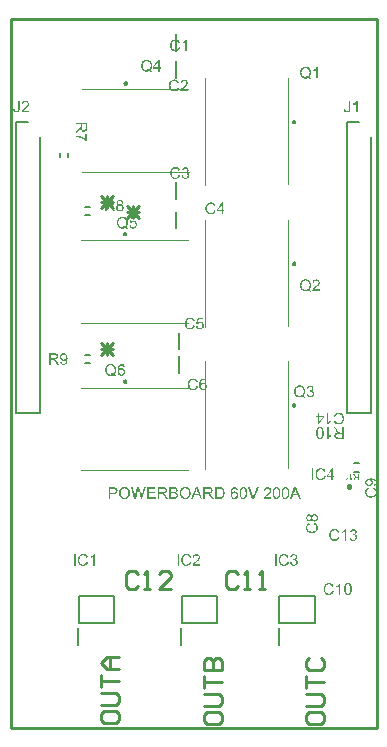
<source format=gto>
%FSTAX23Y23*%
%MOIN*%
%SFA1B1*%

%IPPOS*%
%ADD10C,0.009840*%
%ADD11C,0.007870*%
%ADD12C,0.003940*%
%ADD13C,0.010000*%
%LNpcb1-1*%
%LPD*%
G36*
X00806Y00802D02*
X00807D01*
X00807Y00802*
X00808Y00802*
X00809Y00801*
X00811Y00801*
X00812Y008*
X00812Y008*
X00813Y00799*
X00813Y00799*
X00813Y00799*
X00813Y00799*
X00813Y00799*
X00814Y00799*
X00814Y00798*
X00814Y00797*
X00815Y00796*
X00816Y00795*
X00816Y00794*
X00816Y00792*
X00812Y00792*
Y00792*
X00812Y00792*
X00812Y00792*
X00811Y00793*
X00811Y00793*
X00811Y00794*
X00811Y00795*
X0081Y00795*
X0081Y00796*
X0081Y00796*
X0081Y00796*
X00809Y00797*
X00809Y00797*
X00808Y00797*
X00807Y00798*
X00806Y00798*
X00805Y00798*
X00805*
X00804Y00798*
X00804Y00798*
X00803Y00798*
X00803Y00797*
X00802Y00797*
X00801Y00797*
X00801Y00797*
X00801Y00796*
X008Y00796*
X008Y00795*
X00799Y00795*
X00799Y00794*
X00798Y00793*
X00798Y00792*
Y00792*
X00798Y00792*
X00798Y00792*
X00797Y00791*
X00797Y00791*
X00797Y00791*
X00797Y0079*
X00797Y0079*
X00797Y00789*
X00797Y00788*
X00797Y00788*
X00797Y00787*
X00796Y00786*
X00796Y00785*
X00796Y00784*
Y00783*
X00796Y00783*
X00797Y00783*
X00797Y00784*
X00798Y00784*
X00798Y00785*
X00799Y00786*
X008Y00786*
X008Y00787*
X00801*
X00801Y00787*
X00801Y00787*
X00801Y00787*
X00802Y00788*
X00803Y00788*
X00804Y00788*
X00805Y00788*
X00806Y00788*
X00806*
X00806Y00788*
X00807Y00788*
X00807Y00788*
X00808Y00788*
X00808Y00788*
X0081Y00787*
X0081Y00787*
X00811Y00787*
X00812Y00786*
X00812Y00786*
X00813Y00785*
X00814Y00785*
X00814Y00785*
X00814Y00785*
X00814Y00784*
X00814Y00784*
X00815Y00784*
X00815Y00783*
X00815Y00783*
X00815Y00782*
X00816Y00782*
X00816Y00781*
X00816Y0078*
X00817Y00779*
X00817Y00779*
X00817Y00778*
X00817Y00777*
X00817Y00776*
Y00776*
Y00776*
Y00775*
Y00775*
X00817Y00775*
Y00774*
X00817Y00774*
X00817Y00772*
X00816Y00771*
X00816Y0077*
X00815Y00769*
Y00769*
X00815Y00769*
X00815Y00769*
X00815Y00769*
X00815Y00768*
X00814Y00767*
X00814Y00766*
X00813Y00766*
X00812Y00765*
X00811Y00764*
X00811*
X00811Y00764*
X00811Y00764*
X00811Y00764*
X0081Y00764*
X00809Y00763*
X00808Y00763*
X00807Y00763*
X00806Y00763*
X00805Y00763*
X00805*
X00804Y00763*
X00804*
X00803Y00763*
X00803Y00763*
X00802Y00763*
X00802Y00763*
X00801Y00763*
X008Y00764*
X00799Y00764*
X00798Y00764*
X00798Y00765*
X00797Y00766*
X00796Y00766*
X00795Y00767*
X00795Y00767*
X00795Y00767*
X00795Y00767*
X00795Y00768*
X00794Y00768*
X00794Y00769*
X00794Y0077*
X00794Y0077*
X00793Y00771*
X00793Y00772*
X00793Y00773*
X00792Y00775*
X00792Y00776*
X00792Y00778*
X00792Y00779*
X00792Y00781*
Y00781*
Y00781*
Y00781*
Y00782*
X00792Y00782*
Y00783*
X00792Y00784*
X00792Y00785*
X00792Y00786*
X00792Y00787*
X00792Y00789*
X00793Y0079*
X00793Y00791*
X00793Y00793*
X00794Y00794*
X00794Y00795*
X00795Y00796*
X00796Y00797*
X00796Y00797*
X00796Y00798*
X00796Y00798*
X00796Y00798*
X00797Y00798*
X00797Y00799*
X00798Y00799*
X00798Y008*
X00799Y008*
X008Y008*
X00801Y00801*
X00801Y00801*
X00802Y00801*
X00803Y00802*
X00804Y00802*
X00805Y00802*
X00806*
X00806Y00802*
G37*
G36*
X00498Y00763D02*
X00493D01*
X00485Y00793*
Y00793*
X00485Y00793*
X00485Y00793*
X00485Y00793*
X00485Y00794*
X00485Y00794*
X00484Y00795*
X00484Y00796*
X00484Y00797*
X00484Y00797*
X00484Y00797*
Y00797*
X00484Y00797*
X00484Y00797*
X00484Y00796*
X00484Y00795*
X00483Y00795*
X00483Y00794*
X00483Y00793*
X00483Y00793*
X00475Y00763*
X00469*
X00459Y00802*
X00465*
X0047Y00776*
Y00776*
X0047Y00776*
X0047Y00776*
X0047Y00776*
X00471Y00775*
X00471Y00775*
X00471Y00775*
X00471Y00774*
X00471Y00773*
X00471Y00771*
X00472Y0077*
X00472Y00769*
Y00769*
X00472Y00769*
X00472Y00769*
X00472Y0077*
X00472Y0077*
X00472Y00771*
X00473Y00772*
X00473Y00773*
X00473Y00774*
X00473Y00774*
X00473Y00775*
X00474Y00775*
X00474Y00775*
X00474Y00776*
X00481Y00802*
X00487*
X00493Y00782*
Y00782*
X00493Y00782*
X00493Y00781*
X00493Y00781*
X00493Y0078*
X00493Y0078*
X00494Y00779*
X00494Y00778*
X00494Y00777*
X00494Y00776*
X00495Y00773*
X00495Y00771*
X00496Y00769*
Y00769*
X00496Y00769*
Y00769*
X00496Y00769*
X00496Y0077*
X00496Y0077*
X00496Y00771*
X00496Y00771*
X00496Y00772*
X00497Y00774*
X00497Y00775*
X00498Y00777*
X00504Y00802*
X00509*
X00498Y00763*
G37*
G36*
X0087D02*
X00864D01*
X0085Y00802*
X00855*
X00865Y00774*
Y00774*
X00865Y00774*
X00865Y00773*
X00865Y00773*
X00865Y00773*
X00865Y00773*
X00866Y00772*
X00866Y00771*
X00866Y0077*
X00867Y00768*
Y00768*
X00867Y00768*
X00867Y00768*
X00867Y00768*
X00867Y00769*
X00868Y0077*
X00868Y0077*
X00868Y00771*
X00869Y00773*
X00869Y00774*
X0088Y00802*
X00885*
X0087Y00763*
G37*
G36*
X01026D02*
X0102D01*
X01015Y00775*
X00999*
X00995Y00763*
X0099*
X01004Y00802*
X0101*
X01026Y00763*
G37*
G36*
X00916Y00802D02*
X00916Y00802D01*
X00917Y00802*
X00918Y00802*
X00918Y00801*
X0092Y00801*
X00921Y00801*
X00922Y008*
X00923Y008*
X00923Y00799*
X00924Y00799*
X00924Y00799*
X00924Y00799*
X00924Y00798*
X00924Y00798*
X00925Y00798*
X00925Y00798*
X00925Y00797*
X00925Y00797*
X00926Y00796*
X00927Y00794*
X00927Y00794*
X00927Y00793*
X00927Y00792*
X00927Y00791*
Y00791*
Y00791*
X00927Y0079*
X00927Y0079*
X00927Y00789*
X00927Y00788*
X00926Y00787*
X00926Y00787*
X00926Y00787*
X00926Y00786*
X00926Y00786*
X00925Y00785*
X00925Y00785*
X00924Y00784*
X00924Y00783*
X00923Y00782*
X00923Y00782*
X00923Y00781*
X00922Y00781*
X00922Y00781*
X00922Y00781*
X00921Y0078*
X00921Y0078*
X0092Y00779*
X0092Y00779*
X00919Y00778*
X00918Y00777*
X00917Y00777*
X00917Y00776*
X00916Y00775*
X00916Y00775*
X00916Y00775*
X00915Y00775*
X00915Y00775*
X00915Y00774*
X00914Y00774*
X00913Y00773*
X00912Y00772*
X00912Y00772*
X00911Y00771*
X0091Y00771*
X0091Y0077*
X0091Y0077*
X0091Y0077*
X0091Y0077*
X00909Y0077*
X00909Y00769*
X00909Y00769*
X00908Y00768*
X00927*
Y00763*
X00902*
Y00763*
Y00764*
Y00764*
X00902Y00764*
X00902Y00765*
X00902Y00765*
X00902Y00766*
X00902Y00767*
Y00767*
X00902Y00767*
X00902Y00767*
X00903Y00768*
X00903Y00768*
X00903Y00769*
X00904Y0077*
X00905Y00771*
X00905Y00772*
Y00772*
X00905Y00772*
X00906Y00772*
X00906Y00773*
X00907Y00773*
X00908Y00774*
X00909Y00775*
X0091Y00776*
X00911Y00777*
X00912Y00777*
X00912Y00778*
X00912Y00778*
X00912Y00778*
X00913Y00779*
X00914Y00779*
X00914Y0078*
X00915Y0078*
X00916Y00782*
X00918Y00783*
X00918Y00784*
X00919Y00784*
X0092Y00785*
X0092Y00786*
Y00786*
X0092Y00786*
X0092Y00786*
X0092Y00786*
X00921Y00787*
X00921Y00787*
X00922Y00788*
X00922Y00789*
X00922Y0079*
X00922Y00791*
Y00791*
Y00791*
X00922Y00792*
X00922Y00792*
X00922Y00793*
X00922Y00794*
X00921Y00794*
X00921Y00795*
X0092Y00796*
X0092Y00796*
X0092Y00796*
X00919Y00797*
X00919Y00797*
X00918Y00797*
X00917Y00798*
X00916Y00798*
X00915Y00798*
X00915*
X00914Y00798*
X00914Y00798*
X00913Y00798*
X00912Y00797*
X00911Y00797*
X0091Y00797*
X00909Y00796*
X00909Y00796*
X00909Y00796*
X00909Y00795*
X00908Y00794*
X00908Y00794*
X00908Y00793*
X00907Y00792*
X00907Y0079*
X00903Y00791*
Y00791*
X00903Y00791*
Y00791*
X00903Y00792*
X00903Y00792*
X00903Y00793*
X00903Y00793*
X00903Y00794*
X00904Y00795*
X00904Y00796*
X00905Y00797*
X00905Y00798*
X00906Y00798*
X00906Y00799*
X00906Y00799*
X00906Y00799*
X00907Y00799*
X00907Y00799*
X00907Y008*
X00908Y008*
X00908Y008*
X00909Y008*
X00909Y00801*
X0091Y00801*
X00911Y00801*
X00911Y00801*
X00912Y00802*
X00913Y00802*
X00914Y00802*
X00915Y00802*
X00916*
X00916Y00802*
G37*
G36*
X00756Y00802D02*
X00757Y00802D01*
X00758Y00801*
X00759Y00801*
X0076Y00801*
X0076*
X0076Y00801*
X00761*
X00761Y00801*
X00761Y00801*
X00762Y00801*
X00763Y008*
X00764Y008*
X00765Y00799*
X00766Y00798*
X00766Y00798*
X00766Y00798*
X00766Y00798*
X00766Y00798*
X00767Y00797*
X00768Y00797*
X00768Y00796*
X00769Y00795*
X0077Y00793*
X0077Y00792*
Y00792*
X0077Y00792*
X00771Y00791*
X00771Y00791*
X00771Y00791*
X00771Y0079*
X00771Y0079*
X00771Y00789*
X00771Y00789*
X00771Y00788*
X00772Y00786*
X00772Y00785*
X00772Y00783*
Y00783*
Y00782*
Y00782*
Y00782*
X00772Y00782*
Y00781*
X00772Y0078*
X00772Y00779*
X00771Y00778*
X00771Y00776*
X00771Y00775*
Y00775*
X00771Y00775*
X00771Y00775*
X00771Y00774*
X0077Y00774*
X0077Y00773*
X0077Y00772*
X00769Y00771*
X00769Y0077*
X00768Y00769*
X00768Y00769*
X00768Y00769*
X00768Y00769*
X00767Y00768*
X00767Y00768*
X00766Y00767*
X00765Y00766*
X00765Y00766*
X00765Y00766*
X00764Y00766*
X00764Y00765*
X00763Y00765*
X00763Y00765*
X00762Y00765*
X00761Y00764*
X0076Y00764*
X0076*
X0076Y00764*
X0076Y00764*
X00759Y00764*
X00758Y00764*
X00757Y00764*
X00756Y00763*
X00755Y00763*
X00754Y00763*
X0074*
Y00802*
X00755*
X00756Y00802*
G37*
G36*
X0072D02*
X0072D01*
X00721Y00802*
X00723Y00801*
X00724Y00801*
X00725Y00801*
X00726Y00801*
X00726Y00801*
X00726*
X00726Y00801*
X00727Y008*
X00727Y008*
X00728Y008*
X00728Y00799*
X00729Y00799*
X0073Y00798*
X00731Y00797*
Y00797*
X00731Y00797*
X00731Y00797*
X00731Y00796*
X00731Y00795*
X00732Y00794*
X00732Y00793*
X00732Y00792*
X00732Y00791*
Y00791*
Y00791*
Y00791*
X00732Y00791*
Y0079*
X00732Y0079*
X00732Y00789*
X00731Y00788*
X00731Y00787*
X0073Y00785*
X0073Y00785*
X00729Y00784*
X00729Y00784*
X00729Y00784*
X00729Y00784*
X00729Y00784*
X00729Y00784*
X00728Y00783*
X00728Y00783*
X00727Y00783*
X00727Y00782*
X00726Y00782*
X00726Y00782*
X00725Y00782*
X00724Y00781*
X00723Y00781*
X00722Y00781*
X00721Y00781*
X00721Y00781*
X00722Y00781*
X00722Y0078*
X00722Y0078*
X00723Y0078*
X00724Y00779*
X00724Y00779*
X00724Y00779*
X00725Y00778*
X00725Y00778*
X00726Y00777*
X00726Y00777*
X00727Y00776*
X00728Y00775*
X00729Y00774*
X00735Y00763*
X00729*
X00724Y00771*
Y00771*
X00724Y00771*
X00724Y00772*
X00723Y00772*
X00723Y00772*
X00723Y00773*
X00722Y00774*
X00721Y00775*
X00721Y00776*
X0072Y00777*
X0072Y00777*
X0072Y00777*
X0072Y00777*
X00719Y00778*
X00718Y00778*
X00718Y00779*
X00718Y00779*
X00717Y00779*
X00717Y00779*
X00717Y00779*
X00717Y00779*
X00717Y0078*
X00716Y0078*
X00715Y0078*
X00715*
X00715Y0078*
X00715*
X00715Y0078*
X00714Y0078*
X00714*
X00713Y0078*
X00707*
Y00763*
X00701*
Y00802*
X00719*
X0072Y00802*
G37*
G36*
X00697Y00763D02*
X00692D01*
X00687Y00775*
X00671*
X00667Y00763*
X00661*
X00676Y00802*
X00682*
X00697Y00763*
G37*
G36*
X00603Y00802D02*
X00604D01*
X00605Y00802*
X00606Y00801*
X00607Y00801*
X00608Y00801*
X00609Y00801*
X00609*
X00609Y008*
X0061Y008*
X0061Y008*
X00611Y008*
X00611Y00799*
X00612Y00799*
X00613Y00798*
X00613Y00797*
X00613Y00797*
X00614Y00796*
X00614Y00796*
X00614Y00795*
X00614Y00795*
X00615Y00794*
X00615Y00793*
X00615Y00792*
Y00792*
Y00791*
X00615Y00791*
X00615Y0079*
X00615Y0079*
X00614Y00789*
X00614Y00788*
X00614Y00787*
X00614Y00787*
X00613Y00787*
X00613Y00786*
X00613Y00786*
X00612Y00785*
X00611Y00785*
X00611Y00784*
X0061Y00784*
X0061*
X0061Y00784*
X0061Y00784*
X0061Y00784*
X00611Y00783*
X00612Y00783*
X00612Y00782*
X00613Y00782*
X00614Y00781*
X00615Y0078*
X00615Y0078*
X00615Y0078*
X00616Y00779*
X00616Y00779*
X00616Y00778*
X00617Y00777*
X00617Y00776*
X00617Y00774*
Y00774*
Y00774*
Y00774*
X00617Y00773*
X00617Y00773*
X00617Y00772*
X00616Y00771*
X00616Y0077*
X00616Y00769*
X00616Y00769*
X00615Y00769*
X00615Y00769*
X00615Y00768*
X00614Y00768*
X00614Y00767*
X00613Y00766*
X00613Y00766*
X00613Y00766*
X00613Y00766*
X00612Y00765*
X00612Y00765*
X00611Y00765*
X0061Y00764*
X0061Y00764*
X00609Y00764*
X00609*
X00608Y00764*
X00608Y00764*
X00607Y00764*
X00606Y00764*
X00605Y00763*
X00604Y00763*
X00603Y00763*
X00588*
Y00802*
X00603*
X00603Y00802*
G37*
G36*
X00568D02*
X00568D01*
X00569Y00802*
X00571Y00801*
X00572Y00801*
X00573Y00801*
X00574Y00801*
X00574Y00801*
X00574*
X00574Y00801*
X00575Y008*
X00575Y008*
X00576Y008*
X00576Y00799*
X00577Y00799*
X00578Y00798*
X00578Y00797*
Y00797*
X00579Y00797*
X00579Y00797*
X00579Y00796*
X00579Y00795*
X0058Y00794*
X0058Y00793*
X0058Y00792*
X0058Y00791*
Y00791*
Y00791*
Y00791*
X0058Y00791*
Y0079*
X0058Y0079*
X0058Y00789*
X00579Y00788*
X00579Y00787*
X00578Y00785*
X00578Y00785*
X00577Y00784*
X00577Y00784*
X00577Y00784*
X00577Y00784*
X00577Y00784*
X00577Y00784*
X00576Y00783*
X00576Y00783*
X00575Y00783*
X00575Y00782*
X00574Y00782*
X00574Y00782*
X00573Y00782*
X00572Y00781*
X00571Y00781*
X0057Y00781*
X00569Y00781*
X00569Y00781*
X0057Y00781*
X0057Y0078*
X0057Y0078*
X00571Y0078*
X00572Y00779*
X00572Y00779*
X00572Y00779*
X00573Y00778*
X00573Y00778*
X00574Y00777*
X00574Y00777*
X00575Y00776*
X00576Y00775*
X00577Y00774*
X00583Y00763*
X00577*
X00572Y00771*
Y00771*
X00572Y00771*
X00572Y00772*
X00571Y00772*
X00571Y00772*
X0057Y00773*
X0057Y00774*
X00569Y00775*
X00569Y00776*
X00568Y00777*
X00568Y00777*
X00568Y00777*
X00568Y00777*
X00567Y00778*
X00566Y00778*
X00566Y00779*
X00565Y00779*
X00565Y00779*
X00565Y00779*
X00565Y00779*
X00565Y00779*
X00564Y0078*
X00564Y0078*
X00563Y0078*
X00563*
X00563Y0078*
X00563*
X00562Y0078*
X00562Y0078*
X00562*
X00561Y0078*
X00554*
Y00763*
X00549*
Y00802*
X00567*
X00568Y00802*
G37*
G36*
X00541Y00797D02*
X00519D01*
Y00785*
X0054*
Y00781*
X00519*
Y00768*
X00542*
Y00763*
X00514*
Y00802*
X00541*
Y00797*
G37*
G36*
X00402Y00802D02*
X00403Y00802D01*
X00404Y00802*
X00405Y00801*
X00406Y00801*
X00406*
X00406Y00801*
X00407Y00801*
X00407Y00801*
X00408Y00801*
X00409Y008*
X0041Y008*
X0041Y00799*
X0041Y00799*
X00411Y00799*
X00411Y00799*
X00411Y00799*
X00412Y00798*
X00412Y00797*
X00413Y00797*
X00413Y00796*
X00414Y00796*
X00414Y00795*
X00414Y00795*
X00414Y00794*
X00414Y00793*
X00414Y00793*
X00415Y00792*
X00415Y00791*
Y0079*
Y0079*
Y0079*
X00415Y0079*
X00415Y00789*
X00414Y00789*
X00414Y00788*
X00414Y00788*
X00414Y00786*
X00414Y00786*
X00413Y00785*
X00413Y00784*
X00413Y00784*
X00412Y00783*
X00411Y00782*
X00411Y00782*
X00411Y00782*
X00411Y00782*
X00411Y00782*
X00411Y00781*
X0041Y00781*
X0041Y00781*
X00409Y00781*
X00408Y0078*
X00407Y0078*
X00406Y0078*
X00405Y00779*
X00404Y00779*
X00403Y00779*
X00402Y00779*
X004Y00779*
X0039*
Y00763*
X00385*
Y00802*
X00401*
X00402Y00802*
G37*
G36*
X00976Y00802D02*
X00976Y00802D01*
X00977Y00802*
X00978Y00801*
X00979Y00801*
X0098Y00801*
X0098*
X0098Y00801*
X0098Y008*
X00981Y008*
X00981Y008*
X00982Y00799*
X00983Y00799*
X00983Y00798*
X00984Y00797*
X00984Y00797*
X00984Y00797*
X00984Y00796*
X00985Y00795*
X00985Y00795*
X00986Y00794*
X00986Y00792*
X00986Y00791*
Y00791*
X00986Y00791*
X00986Y00791*
X00986Y00791*
X00986Y0079*
X00987Y0079*
X00987Y00789*
X00987Y00789*
X00987Y00788*
X00987Y00788*
X00987Y00787*
X00987Y00786*
X00987Y00785*
Y00784*
X00987Y00783*
Y00782*
Y00782*
Y00782*
Y00782*
Y00781*
X00987Y0078*
Y0078*
X00987Y00779*
X00987Y00778*
X00987Y00777*
X00987Y00775*
X00986Y00773*
X00986Y00772*
X00986Y00771*
Y00771*
X00986Y00771*
X00986Y00771*
X00985Y00771*
X00985Y0077*
X00985Y0077*
X00985Y00769*
X00984Y00768*
X00983Y00767*
X00983Y00766*
X00982Y00765*
X00981*
X00981Y00765*
X00981Y00765*
X00981Y00765*
X00981Y00764*
X0098Y00764*
X0098Y00764*
X00979Y00763*
X00977Y00763*
X00976Y00763*
X00975Y00763*
X00974*
X00974Y00763*
X00973Y00763*
X00973Y00763*
X00972Y00763*
X00971Y00763*
X00971Y00763*
X0097Y00764*
X00969Y00764*
X00969Y00764*
X00968Y00765*
X00967Y00765*
X00966Y00766*
X00966Y00767*
X00966Y00767*
X00966Y00767*
X00965Y00767*
X00965Y00768*
X00965Y00768*
X00965Y00769*
X00964Y00769*
X00964Y0077*
X00964Y00771*
X00963Y00772*
X00963Y00774*
X00963Y00775*
X00962Y00777*
X00962Y00778*
X00962Y0078*
X00962Y00782*
Y00782*
Y00782*
Y00783*
Y00783*
X00962Y00784*
Y00785*
X00962Y00785*
X00962Y00786*
X00962Y00788*
X00963Y0079*
X00963Y00792*
X00963Y00792*
X00963Y00793*
Y00793*
X00963Y00793*
X00964Y00794*
X00964Y00794*
X00964Y00794*
X00964Y00795*
X00964Y00796*
X00965Y00797*
X00966Y00798*
X00967Y00799*
X00968Y008*
X00968*
X00968Y008*
X00968Y008*
X00968Y008*
X00968Y008*
X00969Y008*
X0097Y00801*
X00971Y00801*
X00972Y00802*
X00973Y00802*
X00975Y00802*
X00975*
X00976Y00802*
G37*
G36*
X00946D02*
X00947Y00802D01*
X00947Y00802*
X00948Y00801*
X00949Y00801*
X0095Y00801*
X0095*
X0095Y00801*
X0095Y008*
X00951Y008*
X00951Y008*
X00952Y00799*
X00953Y00799*
X00953Y00798*
X00954Y00797*
X00954Y00797*
X00954Y00797*
X00954Y00796*
X00955Y00795*
X00955Y00795*
X00956Y00794*
X00956Y00792*
X00956Y00791*
Y00791*
X00956Y00791*
X00956Y00791*
X00957Y00791*
X00957Y0079*
X00957Y0079*
X00957Y00789*
X00957Y00789*
X00957Y00788*
X00957Y00788*
X00957Y00787*
X00957Y00786*
X00957Y00785*
Y00784*
X00957Y00783*
Y00782*
Y00782*
Y00782*
Y00782*
Y00781*
X00957Y0078*
Y0078*
X00957Y00779*
X00957Y00778*
X00957Y00777*
X00957Y00775*
X00956Y00773*
X00956Y00772*
X00956Y00771*
Y00771*
X00956Y00771*
X00956Y00771*
X00956Y00771*
X00955Y0077*
X00955Y0077*
X00955Y00769*
X00954Y00768*
X00953Y00767*
X00953Y00766*
X00952Y00765*
X00952*
X00952Y00765*
X00951Y00765*
X00951Y00765*
X00951Y00764*
X00951Y00764*
X0095Y00764*
X00949Y00763*
X00948Y00763*
X00946Y00763*
X00945Y00763*
X00944*
X00944Y00763*
X00943Y00763*
X00943Y00763*
X00942Y00763*
X00941Y00763*
X00941Y00763*
X0094Y00764*
X00939Y00764*
X00939Y00764*
X00938Y00765*
X00937Y00765*
X00937Y00766*
X00936Y00767*
X00936Y00767*
X00936Y00767*
X00936Y00767*
X00935Y00768*
X00935Y00768*
X00935Y00769*
X00934Y00769*
X00934Y0077*
X00934Y00771*
X00933Y00772*
X00933Y00774*
X00933Y00775*
X00933Y00777*
X00932Y00778*
X00932Y0078*
X00932Y00782*
Y00782*
Y00782*
Y00783*
Y00783*
X00932Y00784*
Y00785*
X00932Y00785*
X00932Y00786*
X00933Y00788*
X00933Y0079*
X00933Y00792*
X00933Y00792*
X00934Y00793*
Y00793*
X00934Y00793*
X00934Y00794*
X00934Y00794*
X00934Y00794*
X00934Y00795*
X00935Y00796*
X00935Y00797*
X00936Y00798*
X00937Y00799*
X00938Y008*
X00938*
X00938Y008*
X00938Y008*
X00938Y008*
X00939Y008*
X00939Y008*
X0094Y00801*
X00941Y00801*
X00942Y00802*
X00943Y00802*
X00945Y00802*
X00945*
X00946Y00802*
G37*
G36*
X00835D02*
X00836Y00802D01*
X00837Y00802*
X00838Y00801*
X00839Y00801*
X0084Y00801*
X0084*
X0084Y00801*
X0084Y008*
X0084Y008*
X00841Y008*
X00842Y00799*
X00842Y00799*
X00843Y00798*
X00844Y00797*
X00844Y00797*
X00844Y00797*
X00844Y00796*
X00844Y00795*
X00845Y00795*
X00845Y00794*
X00846Y00792*
X00846Y00791*
Y00791*
X00846Y00791*
X00846Y00791*
X00846Y00791*
X00846Y0079*
X00846Y0079*
X00846Y00789*
X00846Y00789*
X00846Y00788*
X00847Y00788*
X00847Y00787*
X00847Y00786*
X00847Y00785*
Y00784*
X00847Y00783*
Y00782*
Y00782*
Y00782*
Y00782*
Y00781*
X00847Y0078*
Y0078*
X00847Y00779*
X00847Y00778*
X00846Y00777*
X00846Y00775*
X00846Y00773*
X00846Y00772*
X00845Y00771*
Y00771*
X00845Y00771*
X00845Y00771*
X00845Y00771*
X00845Y0077*
X00845Y0077*
X00844Y00769*
X00844Y00768*
X00843Y00767*
X00842Y00766*
X00841Y00765*
X00841*
X00841Y00765*
X00841Y00765*
X00841Y00765*
X0084Y00764*
X0084Y00764*
X00839Y00764*
X00838Y00763*
X00837Y00763*
X00836Y00763*
X00834Y00763*
X00834*
X00833Y00763*
X00833Y00763*
X00832Y00763*
X00832Y00763*
X00831Y00763*
X0083Y00763*
X0083Y00764*
X00829Y00764*
X00828Y00764*
X00828Y00765*
X00827Y00765*
X00826Y00766*
X00826Y00767*
X00825Y00767*
X00825Y00767*
X00825Y00767*
X00825Y00768*
X00825Y00768*
X00824Y00769*
X00824Y00769*
X00824Y0077*
X00823Y00771*
X00823Y00772*
X00823Y00774*
X00822Y00775*
X00822Y00777*
X00822Y00778*
X00822Y0078*
X00822Y00782*
Y00782*
Y00782*
Y00783*
Y00783*
X00822Y00784*
Y00785*
X00822Y00785*
X00822Y00786*
X00822Y00788*
X00822Y0079*
X00823Y00792*
X00823Y00792*
X00823Y00793*
Y00793*
X00823Y00793*
X00823Y00794*
X00823Y00794*
X00824Y00794*
X00824Y00795*
X00824Y00796*
X00825Y00797*
X00825Y00798*
X00826Y00799*
X00827Y008*
X00827*
X00827Y008*
X00828Y008*
X00828Y008*
X00828Y008*
X00828Y008*
X00829Y00801*
X0083Y00801*
X00831Y00802*
X00833Y00802*
X00834Y00802*
X00835*
X00835Y00802*
G37*
G36*
X00642Y00802D02*
X00642D01*
X00643Y00802*
X00643Y00802*
X00644Y00802*
X00645Y00802*
X00647Y00801*
X00649Y00801*
X00649Y008*
X0065Y008*
X0065Y008*
X0065Y008*
X00651Y008*
X00651Y00799*
X00651Y00799*
X00652Y00799*
X00653Y00798*
X00654Y00797*
X00655Y00796*
X00656Y00794*
X00657Y00793*
Y00793*
X00657Y00792*
X00657Y00792*
X00657Y00792*
X00657Y00791*
X00658Y00791*
X00658Y0079*
X00658Y0079*
X00658Y00789*
X00658Y00788*
X00659Y00787*
X00659Y00786*
X00659Y00784*
X00659Y00782*
Y00782*
Y00782*
Y00782*
X00659Y00781*
Y00781*
X00659Y0078*
X00659Y0078*
X00659Y00779*
X00659Y00777*
X00658Y00775*
X00657Y00774*
X00657Y00773*
X00657Y00772*
Y00772*
X00657Y00772*
X00656Y00771*
X00656Y00771*
X00656Y00771*
X00656Y0077*
X00655Y00769*
X00654Y00768*
X00653Y00767*
X00652Y00766*
X0065Y00765*
X0065*
X0065Y00765*
X0065Y00765*
X00649Y00765*
X00649Y00764*
X00648Y00764*
X00648Y00764*
X00647Y00764*
X00647Y00764*
X00646Y00763*
X00644Y00763*
X00643Y00763*
X00641Y00763*
X0064*
X0064Y00763*
X00639*
X00639Y00763*
X00638Y00763*
X00637Y00763*
X00636Y00763*
X00634Y00764*
X00633Y00764*
X00632Y00765*
X00631Y00765*
X00631Y00765*
X00631Y00765*
X00631Y00766*
X0063Y00766*
X0063Y00766*
X0063Y00766*
X00629Y00767*
X00628Y00768*
X00626Y00769*
X00625Y00771*
X00624Y00772*
Y00772*
X00624Y00773*
X00624Y00773*
X00624Y00773*
X00624Y00774*
X00624Y00774*
X00624Y00775*
X00623Y00775*
X00623Y00776*
X00623Y00777*
X00623Y00778*
X00622Y0078*
X00622Y00782*
Y00782*
Y00782*
Y00782*
X00622Y00783*
Y00784*
X00622Y00784*
X00623Y00785*
X00623Y00786*
X00623Y00787*
X00623Y00789*
X00624Y0079*
X00624Y00791*
X00624Y00792*
X00625Y00794*
X00626Y00795*
X00627Y00796*
X00627Y00797*
X00627Y00797*
X00628Y00797*
X00628Y00797*
X00628Y00798*
X00629Y00798*
X00629Y00799*
X0063Y00799*
X00631Y008*
X00632Y008*
X00633Y00801*
X00634Y00801*
X00635Y00802*
X00636Y00802*
X00638Y00802*
X00639Y00802*
X00641Y00802*
X00641*
X00642Y00802*
G37*
G36*
X00439D02*
X00439D01*
X0044Y00802*
X0044Y00802*
X00441Y00802*
X00443Y00802*
X00444Y00801*
X00446Y00801*
X00447Y008*
X00448Y008*
X00448Y008*
X00448Y008*
X00448Y008*
X00448Y00799*
X00449Y00799*
X00449Y00799*
X0045Y00798*
X00451Y00797*
X00452Y00796*
X00453Y00794*
X00454Y00793*
Y00793*
X00454Y00792*
X00454Y00792*
X00454Y00792*
X00455Y00791*
X00455Y00791*
X00455Y0079*
X00455Y0079*
X00455Y00789*
X00456Y00788*
X00456Y00787*
X00456Y00786*
X00456Y00784*
X00456Y00782*
Y00782*
Y00782*
Y00782*
X00456Y00781*
Y00781*
X00456Y0078*
X00456Y0078*
X00456Y00779*
X00456Y00777*
X00455Y00775*
X00455Y00774*
X00454Y00773*
X00454Y00772*
Y00772*
X00454Y00772*
X00454Y00771*
X00453Y00771*
X00453Y00771*
X00453Y0077*
X00452Y00769*
X00451Y00768*
X0045Y00767*
X00449Y00766*
X00447Y00765*
X00447*
X00447Y00765*
X00447Y00765*
X00446Y00765*
X00446Y00764*
X00446Y00764*
X00445Y00764*
X00444Y00764*
X00444Y00764*
X00443Y00763*
X00441Y00763*
X0044Y00763*
X00438Y00763*
X00437*
X00437Y00763*
X00437*
X00436Y00763*
X00435Y00763*
X00435Y00763*
X00433Y00763*
X00432Y00764*
X0043Y00764*
X00429Y00765*
X00428Y00765*
X00428Y00765*
X00428Y00765*
X00428Y00766*
X00428Y00766*
X00427Y00766*
X00427Y00766*
X00426Y00767*
X00425Y00768*
X00424Y00769*
X00423Y00771*
X00422Y00772*
Y00772*
X00422Y00773*
X00422Y00773*
X00421Y00773*
X00421Y00774*
X00421Y00774*
X00421Y00775*
X00421Y00775*
X0042Y00776*
X0042Y00777*
X0042Y00778*
X0042Y0078*
X0042Y00782*
Y00782*
Y00782*
Y00782*
X0042Y00783*
Y00784*
X0042Y00784*
X0042Y00785*
X0042Y00786*
X0042Y00787*
X0042Y00789*
X00421Y0079*
X00421Y00791*
X00422Y00792*
X00422Y00794*
X00423Y00795*
X00424Y00796*
X00425Y00797*
X00425Y00797*
X00425Y00797*
X00425Y00797*
X00426Y00798*
X00426Y00798*
X00427Y00799*
X00427Y00799*
X00428Y008*
X00429Y008*
X0043Y00801*
X00431Y00801*
X00432Y00802*
X00434Y00802*
X00435Y00802*
X00436Y00802*
X00438Y00802*
X00438*
X00439Y00802*
G37*
G36*
X01169Y00963D02*
X01151D01*
X01151Y00963*
X0115*
X01149Y00963*
X01148Y00963*
X01146Y00964*
X01145Y00964*
X01144Y00964*
X01144Y00964*
X01144*
X01144Y00964*
X01144Y00964*
X01143Y00965*
X01142Y00965*
X01142Y00965*
X01141Y00966*
X0114Y00967*
X0114Y00968*
Y00968*
X0114Y00968*
X01139Y00968*
X01139Y00969*
X01139Y0097*
X01139Y0097*
X01138Y00971*
X01138Y00972*
X01138Y00974*
Y00974*
Y00974*
Y00974*
X01138Y00974*
Y00975*
X01138Y00975*
X01138Y00976*
X01139Y00977*
X01139Y00978*
X0114Y00979*
X0114Y0098*
X01141Y0098*
X01141Y00981*
X01141Y00981*
X01141Y00981*
X01141Y00981*
X01142Y00981*
X01142Y00981*
X01142Y00982*
X01143Y00982*
X01143Y00982*
X01144Y00983*
X01145Y00983*
X01145Y00983*
X01146Y00983*
X01147Y00984*
X01148Y00984*
X01149Y00984*
X01149Y00984*
X01149Y00984*
X01148Y00984*
X01148Y00985*
X01147Y00985*
X01146Y00986*
X01146Y00986*
X01146Y00986*
X01145Y00986*
X01145Y00987*
X01144Y00987*
X01144Y00988*
X01143Y00989*
X01142Y0099*
X01142Y00991*
X01135Y01001*
X01141*
X01146Y00993*
Y00993*
X01147Y00993*
X01147Y00993*
X01147Y00993*
X01147Y00992*
X01148Y00992*
X01148Y00991*
X01149Y0099*
X0115Y00989*
X0115Y00988*
X0115Y00988*
X0115Y00988*
X01151Y00988*
X01151Y00987*
X01152Y00986*
X01152Y00986*
X01153Y00986*
X01153Y00986*
X01153Y00986*
X01153Y00985*
X01153Y00985*
X01154Y00985*
X01154Y00985*
X01155Y00985*
X01155*
X01155Y00985*
X01155*
X01156Y00985*
X01156Y00984*
X01157*
X01157Y00984*
X01164*
Y01001*
X01169*
Y00963*
G37*
G36*
X01119Y00971D02*
X01119Y00972D01*
X01119Y00972*
X0112Y00972*
X0112Y00972*
X01121Y00973*
X01122Y00974*
X01123Y00974*
X01124Y00975*
X01124*
X01124Y00975*
X01124Y00975*
X01125Y00975*
X01125Y00976*
X01126Y00976*
X01127Y00976*
X01128Y00977*
X01128Y00977*
Y00973*
X01128*
X01128Y00972*
X01128Y00972*
X01128Y00972*
X01127Y00972*
X01127Y00972*
X01126Y00971*
X01125Y00971*
X01124Y0097*
X01123Y00969*
X01122Y00968*
X01122Y00968*
X01121Y00968*
X01121Y00968*
X01121Y00968*
X01121Y00967*
X0112Y00966*
X01119Y00966*
X01119Y00965*
X01118Y00964*
X01117Y00963*
X01114*
Y01001*
X01119*
Y00971*
G37*
G36*
X01091Y01002D02*
X01091Y01002D01*
X01092Y01002*
X01092Y01002*
X01093Y01002*
X01094Y01001*
X01094Y01001*
X01095Y01001*
X01096Y01*
X01096Y01*
X01097Y00999*
X01098Y00999*
X01098Y00998*
X01098Y00998*
X01099Y00998*
X01099Y00998*
X01099Y00997*
X01099Y00997*
X011Y00996*
X011Y00995*
X011Y00994*
X01101Y00993*
X01101Y00992*
X01101Y00991*
X01102Y0099*
X01102Y00988*
X01102Y00986*
X01102Y00984*
X01102Y00983*
Y00982*
Y00982*
Y00982*
Y00981*
X01102Y00981*
Y0098*
X01102Y00979*
X01102Y00979*
X01102Y00977*
X01102Y00975*
X01101Y00973*
X01101Y00972*
X01101Y00972*
Y00972*
X01101Y00971*
X01101Y00971*
X01101Y00971*
X011Y00971*
X011Y0097*
X011Y00969*
X01099Y00968*
X01098Y00967*
X01098Y00966*
X01097Y00965*
X01097*
X01097Y00965*
X01096Y00965*
X01096Y00965*
X01096Y00965*
X01096Y00964*
X01095Y00964*
X01094Y00964*
X01093Y00963*
X01091Y00963*
X0109Y00963*
X01089*
X01089Y00963*
X01088Y00963*
X01087Y00963*
X01086Y00963*
X01085Y00964*
X01084Y00964*
X01084*
X01084Y00964*
X01084Y00964*
X01083Y00965*
X01083Y00965*
X01082Y00966*
X01082Y00966*
X01081Y00967*
X0108Y00968*
X0108Y00968*
X0108Y00968*
X0108Y00969*
X01079Y00969*
X01079Y0097*
X01079Y00971*
X01078Y00972*
X01078Y00974*
Y00974*
X01078Y00974*
X01078Y00974*
X01078Y00974*
X01078Y00974*
X01078Y00975*
X01078Y00975*
X01078Y00976*
X01077Y00976*
X01077Y00977*
X01077Y00978*
X01077Y00979*
X01077Y0098*
Y0098*
X01077Y00981*
Y00983*
Y00983*
Y00983*
Y00983*
Y00984*
X01077Y00984*
Y00985*
X01077Y00986*
X01077Y00986*
X01077Y00988*
X01078Y0099*
X01078Y00992*
X01078Y00993*
X01079Y00993*
Y00994*
X01079Y00994*
X01079Y00994*
X01079Y00994*
X01079Y00995*
X01079Y00995*
X0108Y00996*
X0108Y00997*
X01081Y00998*
X01082Y00999*
X01083Y01*
X01083*
X01083Y01*
X01083Y01*
X01083Y01*
X01083Y01*
X01084Y01001*
X01085Y01001*
X01086Y01001*
X01087Y01002*
X01088Y01002*
X0109Y01002*
X0109*
X01091Y01002*
G37*
G36*
X01219Y00825D02*
X0121D01*
X01209Y00825*
X01209*
X01209Y00825*
X01208Y00825*
X01207Y00825*
X01207Y00825*
X01206Y00825*
X01206Y00825*
X01206*
X01206Y00825*
X01206Y00826*
X01205Y00826*
X01205Y00826*
X01205Y00826*
X01204Y00826*
X01204Y00827*
X01204Y00827*
Y00827*
X01204Y00827*
X01204Y00828*
X01203Y00828*
X01203Y00828*
X01203Y00829*
X01203Y00829*
X01203Y0083*
X01203Y0083*
Y0083*
Y0083*
Y00831*
X01203Y00831*
Y00831*
X01203Y00831*
X01203Y00832*
X01203Y00832*
X01203Y00833*
X01204Y00833*
X01204Y00834*
X01204Y00834*
X01204Y00834*
X01204Y00834*
X01204Y00834*
X01205Y00834*
X01205Y00834*
X01205Y00834*
X01205Y00835*
X01205Y00835*
X01206Y00835*
X01206Y00835*
X01206Y00835*
X01207Y00835*
X01207Y00835*
X01208Y00836*
X01208Y00836*
X01209Y00836*
X01209Y00836*
X01208Y00836*
X01208Y00836*
X01208Y00836*
X01207Y00836*
X01207Y00837*
X01207Y00837*
X01207Y00837*
X01207Y00837*
X01207Y00837*
X01206Y00838*
X01206Y00838*
X01206Y00838*
X01205Y00839*
X01205Y0084*
X01201Y00845*
X01205*
X01207Y00841*
Y00841*
X01207Y00841*
X01207Y00841*
X01207Y0084*
X01208Y0084*
X01208Y0084*
X01208Y00839*
X01209Y00839*
X01209Y00838*
X01209Y00838*
X01209Y00838*
X01209Y00838*
X01209Y00838*
X0121Y00837*
X0121Y00837*
X0121Y00837*
X01211Y00837*
X01211Y00837*
X01211Y00837*
X01211Y00837*
X01211Y00836*
X01211Y00836*
X01211Y00836*
X01212Y00836*
X01212*
X01212Y00836*
X01212*
X01212Y00836*
X01212Y00836*
X01213*
X01213Y00836*
X01216*
Y00845*
X01219*
Y00825*
G37*
G36*
X01193Y00829D02*
X01193Y00829D01*
X01193Y00829*
X01193Y0083*
X01194Y0083*
X01194Y0083*
X01194Y0083*
X01195Y00831*
X01195Y00831*
X01195*
X01195Y00831*
X01195Y00831*
X01196Y00831*
X01196Y00831*
X01197Y00832*
X01197Y00832*
X01197Y00832*
X01198Y00832*
Y0083*
X01198*
X01198Y0083*
X01198Y0083*
X01197Y0083*
X01197Y0083*
X01197Y00829*
X01197Y00829*
X01196Y00829*
X01195Y00828*
X01195Y00828*
X01194Y00827*
X01194Y00827*
X01194Y00827*
X01194Y00827*
X01194Y00827*
X01194Y00827*
X01193Y00827*
X01193Y00826*
X01193Y00826*
X01192Y00825*
X01192Y00825*
X0119*
Y00845*
X01193*
Y00829*
G37*
G36*
X01177D02*
X01177Y00829D01*
X01177Y00829*
X01178Y0083*
X01178Y0083*
X01178Y0083*
X01179Y0083*
X01179Y00831*
X0118Y00831*
X0118*
X0118Y00831*
X0118Y00831*
X0118Y00831*
X0118Y00831*
X01181Y00832*
X01181Y00832*
X01182Y00832*
X01182Y00832*
Y0083*
X01182*
X01182Y0083*
X01182Y0083*
X01182Y0083*
X01182Y0083*
X01181Y00829*
X01181Y00829*
X0118Y00829*
X0118Y00828*
X01179Y00828*
X01179Y00827*
X01179Y00827*
X01179Y00827*
X01178Y00827*
X01178Y00827*
X01178Y00827*
X01178Y00827*
X01177Y00826*
X01177Y00826*
X01177Y00825*
X01176Y00825*
X01175*
Y00845*
X01177*
Y00829*
G37*
G36*
X01153Y0105D02*
X01153D01*
X01154Y0105*
X01155Y0105*
X01155Y0105*
X01157Y0105*
X01159Y01049*
X0116Y01049*
X01161Y01048*
X01162Y01048*
X01162Y01048*
X01162Y01048*
X01162Y01048*
X01162Y01047*
X01163Y01047*
X01163Y01047*
X01164Y01046*
X01164Y01046*
X01165Y01045*
X01165Y01045*
X01166Y01044*
X01167Y01042*
X01168Y01041*
Y0104*
X01168Y0104*
X01168Y0104*
X01168Y0104*
X01168Y01039*
X01168Y01039*
X01169Y01038*
X01169Y01037*
X01169Y01037*
X01169Y01036*
X01169Y01034*
X0117Y01032*
X0117Y0103*
Y0103*
Y0103*
Y0103*
X0117Y01029*
Y01029*
X0117Y01028*
X0117Y01027*
X0117Y01027*
X01169Y01025*
X01169Y01023*
X01168Y01022*
X01168Y0102*
X01167Y0102*
X01167Y0102*
X01167Y01019*
X01167Y01019*
X01167Y01019*
X01167Y01018*
X01166Y01017*
X01165Y01016*
X01164Y01015*
X01163Y01014*
X01161Y01013*
X01161Y01013*
X01161Y01013*
X01161Y01013*
X0116Y01013*
X0116Y01012*
X01159Y01012*
X01159Y01012*
X01158Y01012*
X01158Y01012*
X01157Y01011*
X01155Y01011*
X01154Y01011*
X01152Y01011*
X01151*
X01151Y01011*
X0115Y01011*
X0115Y01011*
X01149Y01011*
X01148Y01011*
X01147Y01011*
X01145Y01012*
X01144Y01012*
X01144Y01013*
X01143Y01013*
X01142Y01014*
X01142Y01014*
X01142Y01014*
X01142Y01014*
X01141Y01014*
X01141Y01014*
X01141Y01015*
X0114Y01015*
X0114Y01016*
X01139Y01016*
X01139Y01017*
X01138Y01018*
X01138Y01018*
X01138Y01019*
X01137Y0102*
X01137Y01021*
X01136Y01022*
X01141Y01023*
Y01023*
X01142Y01023*
X01142Y01023*
X01142Y01022*
X01142Y01022*
X01142Y01022*
X01142Y01021*
X01143Y0102*
X01144Y01019*
X01145Y01018*
X01145Y01017*
X01146Y01017*
X01146Y01017*
X01146Y01016*
X01147Y01016*
X01148Y01016*
X01149Y01015*
X0115Y01015*
X01152Y01015*
X01152*
X01153Y01015*
X01153*
X01153Y01015*
X01154Y01015*
X01156Y01015*
X01157Y01016*
X01158Y01016*
X01159Y01017*
X01159*
X01159Y01017*
X0116Y01018*
X0116Y01018*
X01161Y01019*
X01162Y01019*
X01162Y0102*
X01163Y01022*
X01163Y01023*
Y01023*
X01163Y01023*
X01164Y01023*
X01164Y01023*
X01164Y01024*
X01164Y01024*
X01164Y01025*
X01164Y01026*
X01164Y01027*
X01165Y01029*
X01165Y0103*
Y0103*
Y0103*
Y01031*
Y01031*
X01165Y01031*
Y01032*
X01164Y01032*
X01164Y01033*
X01164Y01034*
X01164Y01036*
X01164Y01037*
X01163Y01039*
Y01039*
X01163Y01039*
X01163Y01039*
X01163Y01039*
X01163Y0104*
X01162Y01041*
X01161Y01042*
X01161Y01043*
X0116Y01043*
X01159Y01044*
X01159*
X01159Y01044*
X01158Y01044*
X01158Y01045*
X01158Y01045*
X01158Y01045*
X01157Y01045*
X01156Y01045*
X01155Y01046*
X01153Y01046*
X01152Y01046*
X01152*
X01151Y01046*
X01151*
X01151Y01046*
X0115Y01046*
X01149Y01045*
X01147Y01045*
X01146Y01044*
X01146Y01044*
X01145Y01044*
X01145Y01044*
X01145Y01043*
X01145Y01043*
X01144Y01043*
X01144Y01043*
X01144Y01043*
X01144Y01042*
X01143Y01042*
X01143Y01041*
X01143Y01041*
X01142Y0104*
X01142Y01039*
X01142Y01039*
X01141Y01038*
X01141Y01037*
X01141Y01036*
X01136Y01038*
Y01038*
X01136Y01038*
X01136Y01038*
X01136Y01039*
X01136Y01039*
X01137Y0104*
X01137Y0104*
X01137Y01041*
X01138Y01043*
X01139Y01044*
X0114Y01045*
X0114Y01046*
X01141Y01046*
X01142Y01047*
X01142Y01047*
X01142Y01047*
X01142Y01047*
X01142Y01048*
X01143Y01048*
X01143Y01048*
X01144Y01048*
X01144Y01049*
X01145Y01049*
X01146Y01049*
X01147Y0105*
X01148Y0105*
X01149Y0105*
X0115Y0105*
X01151Y0105*
X01152Y0105*
X01152*
X01153Y0105*
G37*
G36*
X01087Y0104D02*
X01103D01*
Y01036*
X01086Y01011*
X01082*
Y01036*
X01077*
Y0104*
X01082*
Y0105*
X01087*
Y0104*
G37*
G36*
X01118Y0102D02*
X01118Y0102D01*
X01119Y0102*
X01119Y0102*
X0112Y01021*
X0112Y01021*
X01121Y01022*
X01122Y01022*
X01123Y01023*
X01123*
X01123Y01023*
X01123Y01023*
X01124Y01024*
X01125Y01024*
X01125Y01024*
X01126Y01025*
X01127Y01025*
X01128Y01025*
Y01021*
X01128*
X01128Y01021*
X01127Y01021*
X01127Y0102*
X01127Y0102*
X01126Y0102*
X01126Y0102*
X01124Y01019*
X01123Y01018*
X01122Y01017*
X01121Y01016*
X01121Y01016*
X01121Y01016*
X01121Y01016*
X0112Y01016*
X0112Y01015*
X01119Y01015*
X01119Y01014*
X01118Y01013*
X01117Y01012*
X01117Y01011*
X01114*
Y0105*
X01118*
Y0102*
G37*
G36*
X01094Y00865D02*
X01095Y00865D01*
X01095Y00865*
X01096Y00865*
X01097Y00865*
X01098Y00865*
X011Y00864*
X01101Y00864*
X01101Y00863*
X01102Y00863*
X01103Y00862*
X01103Y00862*
X01103Y00862*
X01103Y00862*
X01104Y00862*
X01104Y00862*
X01104Y00861*
X01105Y00861*
X01105Y0086*
X01106Y0086*
X01106Y00859*
X01106Y00858*
X01107Y00858*
X01107Y00857*
X01108Y00856*
X01108Y00855*
X01108Y00854*
X01103Y00853*
Y00853*
X01103Y00853*
X01103Y00853*
X01103Y00854*
X01103Y00854*
X01103Y00854*
X01102Y00855*
X01102Y00856*
X01101Y00857*
X011Y00858*
X01099Y00859*
X01099Y00859*
X01099Y00859*
X01098Y0086*
X01098Y0086*
X01097Y0086*
X01096Y00861*
X01094Y00861*
X01093Y00861*
X01093*
X01092Y00861*
X01092*
X01092Y00861*
X0109Y00861*
X01089Y00861*
X01088Y0086*
X01087Y0086*
X01086Y00859*
X01086*
X01086Y00859*
X01085Y00858*
X01085Y00858*
X01084Y00857*
X01083Y00857*
X01083Y00856*
X01082Y00854*
X01081Y00853*
Y00853*
X01081Y00853*
X01081Y00853*
X01081Y00853*
X01081Y00852*
X01081Y00852*
X01081Y00851*
X01081Y0085*
X0108Y00849*
X0108Y00847*
X0108Y00846*
Y00846*
Y00846*
Y00845*
Y00845*
X0108Y00845*
Y00844*
X0108Y00843*
X0108Y00843*
X01081Y00842*
X01081Y0084*
X01081Y00839*
X01082Y00837*
Y00837*
X01082Y00837*
X01082Y00837*
X01082Y00837*
X01082Y00836*
X01083Y00835*
X01083Y00834*
X01084Y00833*
X01085Y00832*
X01086Y00832*
X01086*
X01086Y00832*
X01086Y00832*
X01087Y00831*
X01087Y00831*
X01087Y00831*
X01088Y00831*
X01089Y0083*
X0109Y0083*
X01091Y0083*
X01093Y0083*
X01093*
X01093Y0083*
X01094*
X01094Y0083*
X01095Y0083*
X01096Y00831*
X01098Y00831*
X01099Y00832*
X01099Y00832*
X011Y00832*
X011Y00832*
X011Y00832*
X011Y00833*
X011Y00833*
X01101Y00833*
X01101Y00833*
X01101Y00834*
X01102Y00834*
X01102Y00835*
X01102Y00835*
X01103Y00836*
X01103Y00836*
X01103Y00837*
X01103Y00838*
X01104Y00839*
X01104Y0084*
X01109Y00838*
Y00838*
X01109Y00838*
X01109Y00838*
X01109Y00837*
X01109Y00837*
X01108Y00836*
X01108Y00836*
X01108Y00835*
X01107Y00833*
X01106Y00832*
X01105Y00831*
X01105Y0083*
X01104Y0083*
X01103Y00829*
X01103Y00829*
X01103Y00829*
X01103Y00829*
X01103Y00828*
X01102Y00828*
X01102Y00828*
X01101Y00828*
X011Y00827*
X011Y00827*
X01099Y00827*
X01098Y00826*
X01097Y00826*
X01096Y00826*
X01095Y00826*
X01094Y00826*
X01093Y00826*
X01093*
X01092Y00826*
X01092*
X01091Y00826*
X0109Y00826*
X0109Y00826*
X01088Y00826*
X01086Y00827*
X01085Y00827*
X01084Y00828*
X01083Y00828*
X01083Y00828*
X01083Y00828*
X01083Y00828*
X01082Y00829*
X01082Y00829*
X01082Y00829*
X01081Y0083*
X01081Y0083*
X0108Y0083*
X0108Y00831*
X01079Y00832*
X01078Y00834*
X01077Y00835*
Y00835*
X01077Y00836*
X01077Y00836*
X01077Y00836*
X01077Y00837*
X01076Y00837*
X01076Y00838*
X01076Y00839*
X01076Y00839*
X01076Y0084*
X01075Y00842*
X01075Y00844*
X01075Y00846*
Y00846*
Y00846*
Y00846*
X01075Y00847*
Y00847*
X01075Y00848*
X01075Y00849*
X01075Y00849*
X01076Y00851*
X01076Y00853*
X01077Y00854*
X01077Y00856*
X01077Y00856*
X01077Y00856*
X01078Y00857*
X01078Y00857*
X01078Y00857*
X01078Y00858*
X01079Y00859*
X0108Y0086*
X01081Y00861*
X01082Y00862*
X01084Y00863*
X01084Y00863*
X01084Y00863*
X01084Y00863*
X01085Y00863*
X01085Y00864*
X01085Y00864*
X01086Y00864*
X01087Y00864*
X01087Y00864*
X01088Y00865*
X0109Y00865*
X01091Y00865*
X01093Y00865*
X01094*
X01094Y00865*
G37*
G36*
X01133Y0084D02*
X01138D01*
Y00835*
X01133*
Y00826*
X01128*
Y00835*
X01112*
Y0084*
X01129Y00865*
X01133*
Y0084*
G37*
G36*
X01068Y00826D02*
X01062D01*
Y00865*
X01068*
Y00826*
G37*
G36*
X0114Y00663D02*
X0114Y00662D01*
X01141Y00662*
X01141Y00662*
X01142Y00662*
X01144Y00662*
X01145Y00661*
X01146Y00661*
X01147Y00661*
X01148Y0066*
X01148Y0066*
X01148Y0066*
X01149Y0066*
X01149Y00659*
X01149Y00659*
X01149Y00659*
X0115Y00658*
X0115Y00658*
X01151Y00658*
X01151Y00657*
X01151Y00656*
X01152Y00656*
X01152Y00655*
X01153Y00654*
X01153Y00653*
X01154Y00652*
X01154Y00651*
X01149Y0065*
Y0065*
X01149Y0065*
X01149Y00651*
X01149Y00651*
X01148Y00651*
X01148Y00652*
X01148Y00653*
X01147Y00654*
X01147Y00655*
X01146Y00655*
X01145Y00656*
X01145Y00656*
X01144Y00657*
X01144Y00657*
X01143Y00657*
X01142Y00658*
X01141Y00658*
X0114Y00658*
X01139Y00658*
X01138*
X01138Y00658*
X01137*
X01137Y00658*
X01136Y00658*
X01135Y00658*
X01134Y00657*
X01132Y00657*
X01131Y00656*
X01131*
X01131Y00656*
X01131Y00656*
X0113Y00655*
X0113Y00655*
X01129Y00654*
X01128Y00653*
X01128Y00652*
X01127Y0065*
Y0065*
X01127Y0065*
X01127Y0065*
X01127Y0065*
X01127Y00649*
X01127Y00649*
X01126Y00648*
X01126Y00647*
X01126Y00646*
X01126Y00644*
X01126Y00643*
Y00643*
Y00643*
Y00643*
Y00642*
X01126Y00642*
Y00641*
X01126Y00641*
X01126Y0064*
X01126Y00639*
X01126Y00637*
X01127Y00636*
X01127Y00634*
Y00634*
X01127Y00634*
X01127Y00634*
X01127Y00634*
X01128Y00633*
X01128Y00632*
X01129Y00632*
X0113Y00631*
X01131Y0063*
X01132Y00629*
X01132*
X01132Y00629*
X01132Y00629*
X01132Y00629*
X01132Y00629*
X01133Y00628*
X01134Y00628*
X01135Y00628*
X01136Y00627*
X01137Y00627*
X01138Y00627*
X01139*
X01139Y00627*
X01139*
X0114Y00627*
X01141Y00628*
X01142Y00628*
X01143Y00628*
X01144Y00629*
X01145Y00629*
X01145Y0063*
X01145Y0063*
X01145Y0063*
X01146Y0063*
X01146Y0063*
X01146Y0063*
X01146Y00631*
X01147Y00631*
X01147Y00631*
X01147Y00632*
X01148Y00633*
X01148Y00633*
X01148Y00634*
X01149Y00634*
X01149Y00635*
X01149Y00636*
X01149Y00637*
X01155Y00636*
Y00636*
X01154Y00635*
X01154Y00635*
X01154Y00635*
X01154Y00634*
X01154Y00634*
X01154Y00633*
X01153Y00632*
X01152Y00631*
X01151Y00629*
X01151Y00628*
X0115Y00627*
X0115Y00627*
X01149Y00626*
X01149Y00626*
X01149Y00626*
X01148Y00626*
X01148Y00626*
X01148Y00625*
X01147Y00625*
X01147Y00625*
X01146Y00625*
X01145Y00624*
X01144Y00624*
X01144Y00624*
X01143Y00623*
X01142Y00623*
X01141Y00623*
X0114Y00623*
X01139Y00623*
X01138*
X01138Y00623*
X01137*
X01136Y00623*
X01136Y00623*
X01135Y00623*
X01133Y00623*
X01132Y00624*
X0113Y00625*
X01129Y00625*
X01129Y00625*
X01128Y00625*
X01128Y00625*
X01128Y00626*
X01128Y00626*
X01128Y00626*
X01127Y00626*
X01127Y00627*
X01126Y00627*
X01126Y00628*
X01125Y00628*
X01124Y0063*
X01123Y00631*
X01123Y00633*
Y00633*
X01122Y00633*
X01122Y00633*
X01122Y00634*
X01122Y00634*
X01122Y00635*
X01122Y00635*
X01122Y00636*
X01121Y00637*
X01121Y00637*
X01121Y00639*
X01121Y00641*
X01121Y00643*
Y00643*
Y00643*
Y00644*
X01121Y00644*
Y00645*
X01121Y00645*
X01121Y00646*
X01121Y00647*
X01121Y00648*
X01122Y0065*
X01122Y00652*
X01123Y00653*
X01123Y00653*
X01123Y00654*
X01123Y00654*
X01123Y00654*
X01124Y00655*
X01124Y00655*
X01125Y00656*
X01125Y00657*
X01127Y00658*
X01128Y00659*
X01129Y0066*
X01129Y0066*
X0113Y0066*
X0113Y0066*
X0113Y00661*
X01131Y00661*
X01131Y00661*
X01132Y00661*
X01132Y00661*
X01133Y00662*
X01134Y00662*
X01135Y00662*
X01137Y00662*
X01139Y00663*
X01139*
X0114Y00663*
G37*
G36*
X01202Y00662D02*
X01203Y00662D01*
X01204Y00662*
X01205Y00661*
X01206Y00661*
X01207Y00661*
X01207*
X01207Y00661*
X01207Y0066*
X01207Y0066*
X01208Y0066*
X01209Y00659*
X01209Y00659*
X0121Y00658*
X01211Y00657*
X01211Y00657*
X01211Y00657*
X01211Y00656*
X01211Y00656*
X01212Y00655*
X01212Y00654*
X01212Y00653*
X01212Y00652*
Y00652*
Y00652*
X01212Y00651*
X01212Y00651*
X01212Y0065*
X01211Y00649*
X01211Y00648*
X01211Y00648*
X01211Y00647*
X0121Y00647*
X0121Y00647*
X0121Y00646*
X01209Y00646*
X01208Y00645*
X01208Y00645*
X01207Y00644*
X01207*
X01207Y00644*
X01207Y00644*
X01207Y00644*
X01208Y00644*
X01209Y00644*
X0121Y00643*
X0121Y00643*
X01211Y00642*
X01212Y00641*
X01212Y00641*
X01212Y00641*
X01213Y0064*
X01213Y00639*
X01213Y00638*
X01214Y00637*
X01214Y00636*
X01214Y00635*
Y00635*
Y00635*
Y00634*
X01214Y00634*
X01214Y00634*
X01214Y00633*
X01214Y00633*
X01213Y00632*
X01213Y00631*
X01213Y0063*
X01212Y00629*
X01212Y00628*
X01211Y00628*
X01211Y00627*
X0121Y00626*
X0121Y00626*
X0121Y00626*
X0121Y00626*
X0121Y00626*
X01209Y00626*
X01209Y00625*
X01208Y00625*
X01208Y00625*
X01207Y00624*
X01206Y00624*
X01206Y00624*
X01205Y00623*
X01204Y00623*
X01203Y00623*
X01202Y00623*
X01201Y00623*
X012*
X012Y00623*
X012Y00623*
X01199Y00623*
X01199Y00623*
X01198Y00623*
X01197Y00624*
X01195Y00624*
X01195Y00624*
X01194Y00625*
X01193Y00625*
X01193Y00626*
X01192Y00626*
X01192Y00626*
X01192Y00626*
X01192Y00626*
X01192Y00627*
X01191Y00627*
X01191Y00627*
X01191Y00628*
X0119Y00629*
X0119Y00629*
X0119Y0063*
X01189Y00632*
X01189Y00633*
X01189Y00634*
X01193Y00634*
Y00634*
X01194Y00634*
X01194Y00634*
X01194Y00634*
X01194Y00633*
X01194Y00633*
X01194Y00632*
X01194Y00631*
X01195Y0063*
X01196Y00629*
X01196Y00628*
X01196Y00628*
X01197Y00628*
X01197Y00628*
X01198Y00628*
X01198Y00627*
X01199Y00627*
X012Y00627*
X01201Y00627*
X01201*
X01202Y00627*
X01202Y00627*
X01203Y00627*
X01204Y00627*
X01205Y00628*
X01206Y00628*
X01207Y00629*
X01207Y00629*
X01207Y00629*
X01207Y0063*
X01208Y00631*
X01208Y00631*
X01209Y00632*
X01209Y00634*
X01209Y00635*
Y00635*
Y00635*
Y00635*
X01209Y00635*
X01209Y00636*
X01209Y00637*
X01208Y00638*
X01208Y00638*
X01207Y00639*
X01207Y0064*
X01207Y0064*
X01206Y0064*
X01206Y00641*
X01205Y00641*
X01205Y00642*
X01204Y00642*
X01203Y00642*
X01201Y00642*
X01201*
X012Y00642*
X012Y00642*
X01199Y00642*
X01199Y00642*
X01198Y00642*
X01199Y00646*
X01199*
X01199Y00646*
X012*
X012Y00646*
X01201Y00646*
X01202Y00646*
X01203Y00646*
X01204Y00647*
X01205Y00647*
X01205*
X01205Y00647*
X01205Y00648*
X01206Y00648*
X01206Y00649*
X01206Y00649*
X01207Y0065*
X01207Y00651*
X01207Y00652*
Y00652*
Y00652*
Y00652*
Y00653*
X01207Y00653*
X01207Y00654*
X01207Y00654*
X01206Y00655*
X01206Y00656*
X01205Y00656*
X01205Y00657*
X01205Y00657*
X01205Y00657*
X01204Y00657*
X01204Y00658*
X01203Y00658*
X01202Y00658*
X01201Y00658*
X012*
X012Y00658*
X01199Y00658*
X01199Y00658*
X01198Y00657*
X01197Y00657*
X01196Y00656*
X01196Y00656*
X01196Y00656*
X01196Y00656*
X01195Y00655*
X01195Y00654*
X01195Y00654*
X01194Y00653*
X01194Y00651*
X01189Y00652*
Y00652*
X01189Y00652*
X01189Y00653*
X01189Y00653*
X0119Y00653*
X0119Y00654*
X0119Y00655*
X01191Y00656*
X01191Y00657*
X01192Y00658*
X01193Y00659*
X01193Y0066*
X01193Y0066*
X01193Y0066*
X01194Y0066*
X01194Y0066*
X01194Y0066*
X01195Y00661*
X01195Y00661*
X01196Y00661*
X01198Y00662*
X01199Y00662*
X012Y00662*
X01201*
X01202Y00662*
G37*
G36*
X01177Y00624D02*
X01172D01*
Y00654*
X01172Y00653*
X01172Y00653*
X01171Y00653*
X01171Y00653*
X0117Y00652*
X01169Y00651*
X01168Y00651*
X01167Y0065*
X01167*
X01167Y0065*
X01167Y0065*
X01166Y0065*
X01166Y00649*
X01165Y00649*
X01164Y00649*
X01163Y00648*
X01162Y00648*
Y00652*
X01163*
X01163Y00653*
X01163Y00653*
X01163Y00653*
X01163Y00653*
X01164Y00653*
X01165Y00654*
X01166Y00654*
X01167Y00655*
X01168Y00656*
X01169Y00657*
X01169Y00657*
X01169Y00657*
X0117Y00657*
X0117Y00657*
X0117Y00658*
X01171Y00659*
X01172Y00659*
X01172Y0066*
X01173Y00661*
X01174Y00662*
X01177*
Y00624*
G37*
G36*
X00236Y01249D02*
X00236D01*
X00237Y01249*
X00238Y01248*
X00239Y01248*
X0024Y01248*
X00241Y01247*
X00242Y01247*
X00242*
X00242Y01247*
X00242Y01246*
X00243Y01246*
X00243Y01246*
X00244Y01245*
X00245Y01244*
X00245Y01243*
X00246Y01242*
X00247Y01241*
Y01241*
X00247Y01241*
X00247Y0124*
X00247Y0124*
X00247Y0124*
X00247Y01239*
X00248Y01239*
X00248Y01238*
X00248Y01237*
X00248Y01237*
X00248Y01236*
X00248Y01235*
X00248Y01234*
X00248Y01233*
X00249Y01231*
Y0123*
Y0123*
Y0123*
Y01229*
Y01229*
X00248Y01228*
Y01228*
X00248Y01227*
X00248Y01226*
X00248Y01224*
X00248Y01222*
X00247Y0122*
X00247Y01219*
X00247Y01218*
Y01218*
X00247Y01218*
X00247Y01218*
X00247Y01218*
X00246Y01217*
X00246Y01217*
X00246Y01216*
X00245Y01215*
X00244Y01214*
X00243Y01213*
X00242Y01212*
X00242*
X00242Y01212*
X00242Y01212*
X00242Y01211*
X00241Y01211*
X00241Y01211*
X0024Y01211*
X0024Y01211*
X00239Y0121*
X00238Y0121*
X00236Y0121*
X00235Y01209*
X00234*
X00234Y0121*
X00234*
X00233Y0121*
X00232Y0121*
X00231Y0121*
X0023Y01211*
X00229Y01211*
X00228Y01212*
X00227Y01212*
X00227Y01212*
X00227Y01212*
X00227Y01212*
X00227Y01212*
X00227Y01213*
X00226Y01213*
X00226Y01214*
X00225Y01215*
X00225Y01216*
X00224Y01217*
X00224Y01219*
X00229Y01219*
Y01219*
X00229Y01219*
Y01219*
X00229Y01219*
X00229Y01218*
X00229Y01218*
X00229Y01217*
X0023Y01216*
X0023Y01215*
X00231Y01215*
X00231Y01215*
X00231Y01215*
X00231Y01214*
X00232Y01214*
X00232Y01214*
X00233Y01214*
X00234Y01213*
X00235Y01213*
X00235*
X00236Y01213*
X00236Y01213*
X00237Y01214*
X00237Y01214*
X00238Y01214*
X00239Y01214*
X00239Y01214*
X00239Y01214*
X00239Y01215*
X0024Y01215*
X0024Y01215*
X0024Y01216*
X00241Y01216*
X00241Y01217*
X00241Y01217*
X00242Y01217*
X00242Y01218*
X00242Y01218*
X00242Y01219*
X00243Y0122*
X00243Y01221*
X00243Y01222*
Y01222*
X00243Y01222*
Y01222*
X00243Y01222*
X00243Y01223*
X00243Y01223*
X00244Y01224*
X00244Y01225*
X00244Y01226*
X00244Y01227*
Y01227*
Y01228*
Y01228*
Y01228*
X00244Y01228*
X00244Y01228*
X00243Y01227*
X00243Y01227*
X00242Y01226*
X00242Y01226*
X00241Y01225*
X0024Y01225*
X0024Y01225*
X00239Y01224*
X00239Y01224*
X00238Y01224*
X00238Y01224*
X00237Y01223*
X00236Y01223*
X00235Y01223*
X00234*
X00234Y01223*
X00233Y01223*
X00233Y01223*
X00232Y01223*
X00232Y01224*
X00231Y01224*
X0023Y01224*
X00229Y01225*
X00228Y01225*
X00228Y01226*
X00227Y01226*
X00227Y01227*
X00226Y01227*
X00226Y01227*
X00226Y01227*
X00226Y01227*
X00226Y01228*
X00225Y01228*
X00225Y01229*
X00225Y01229*
X00225Y0123*
X00224Y0123*
X00224Y01231*
X00224Y01232*
X00224Y01233*
X00223Y01234*
X00223Y01235*
X00223Y01236*
Y01236*
Y01236*
Y01236*
X00223Y01237*
X00223Y01237*
X00223Y01238*
X00224Y01238*
X00224Y01239*
X00224Y01241*
X00224Y01241*
X00225Y01242*
X00225Y01243*
X00226Y01244*
X00226Y01244*
X00227Y01245*
X00227Y01245*
X00227Y01245*
X00227Y01245*
X00227Y01246*
X00228Y01246*
X00228Y01246*
X00229Y01247*
X00229Y01247*
X0023Y01247*
X0023Y01248*
X00232Y01248*
X00233Y01248*
X00233Y01249*
X00234Y01249*
X00235Y01249*
X00236*
X00236Y01249*
G37*
G36*
X00205Y01248D02*
X00205D01*
X00206Y01248*
X00208Y01248*
X00209Y01248*
X0021Y01248*
X00211Y01248*
X00211Y01247*
X00211*
X00211Y01247*
X00212Y01247*
X00212Y01247*
X00213Y01247*
X00214Y01246*
X00214Y01245*
X00215Y01245*
X00216Y01244*
Y01244*
X00216Y01244*
X00216Y01243*
X00216Y01243*
X00216Y01242*
X00217Y01241*
X00217Y0124*
X00217Y01239*
X00217Y01238*
Y01238*
Y01238*
Y01238*
X00217Y01237*
Y01237*
X00217Y01237*
X00217Y01236*
X00217Y01235*
X00216Y01233*
X00215Y01232*
X00215Y01232*
X00215Y01231*
X00214Y01231*
X00214Y01231*
X00214Y01231*
X00214Y01231*
X00214Y0123*
X00213Y0123*
X00213Y0123*
X00213Y0123*
X00212Y01229*
X00211Y01229*
X00211Y01229*
X0021Y01228*
X00209Y01228*
X00208Y01228*
X00207Y01228*
X00206Y01228*
X00206Y01228*
X00207Y01227*
X00207Y01227*
X00207Y01227*
X00208Y01226*
X00209Y01226*
X00209Y01226*
X0021Y01226*
X0021Y01225*
X0021Y01225*
X00211Y01224*
X00211Y01224*
X00212Y01223*
X00213Y01222*
X00214Y01221*
X0022Y0121*
X00214*
X00209Y01218*
Y01218*
X00209Y01218*
X00209Y01218*
X00208Y01219*
X00208Y01219*
X00208Y0122*
X00207Y01221*
X00206Y01222*
X00206Y01223*
X00205Y01223*
X00205Y01223*
X00205Y01224*
X00205Y01224*
X00204Y01224*
X00203Y01225*
X00203Y01226*
X00203Y01226*
X00203Y01226*
X00202Y01226*
X00202Y01226*
X00202Y01226*
X00202Y01227*
X00201Y01227*
X002Y01227*
X002*
X002Y01227*
X002*
X002Y01227*
X00199Y01227*
X00199*
X00198Y01227*
X00192*
Y0121*
X00187*
Y01249*
X00204*
X00205Y01248*
G37*
G36*
X00392Y0176D02*
X00392D01*
X00393Y0176*
X00395Y0176*
X00396Y0176*
X00397Y0176*
X00398Y01759*
X00398Y01759*
X00398*
X00398Y01759*
X00399Y01759*
X00399Y01759*
X004Y01758*
X00401Y01758*
X00401Y01757*
X00402Y01757*
X00403Y01756*
Y01756*
X00403Y01756*
X00403Y01755*
X00403Y01755*
X00403Y01754*
X00404Y01753*
X00404Y01752*
X00404Y01751*
X00404Y0175*
Y0175*
Y0175*
Y01749*
X00404Y01749*
Y01749*
X00404Y01748*
X00404Y01747*
X00404Y01746*
X00403Y01745*
X00402Y01744*
X00402Y01743*
X00402Y01743*
X00401Y01743*
X00401Y01743*
X00401Y01743*
X00401Y01742*
X00401Y01742*
X004Y01742*
X004Y01742*
X004Y01741*
X00399Y01741*
X00398Y01741*
X00398Y01741*
X00397Y0174*
X00396Y0174*
X00395Y0174*
X00394Y0174*
X00393Y01739*
X00394Y01739*
X00394Y01739*
X00394Y01739*
X00395Y01739*
X00395Y01738*
X00396Y01738*
X00396Y01737*
X00397Y01737*
X00397Y01737*
X00397Y01737*
X00398Y01736*
X00398Y01735*
X00399Y01734*
X004Y01733*
X00401Y01732*
X00407Y01722*
X00401*
X00396Y0173*
Y0173*
X00396Y0173*
X00396Y0173*
X00395Y0173*
X00395Y01731*
X00395Y01732*
X00394Y01733*
X00393Y01734*
X00393Y01734*
X00392Y01735*
X00392Y01735*
X00392Y01735*
X00392Y01736*
X00391Y01736*
X00391Y01737*
X0039Y01737*
X0039Y01738*
X0039Y01738*
X00389Y01738*
X00389Y01738*
X00389Y01738*
X00389Y01738*
X00388Y01738*
X00387Y01739*
X00387*
X00387Y01739*
X00387*
X00387Y01739*
X00386Y01739*
X00386*
X00385Y01739*
X00379*
Y01722*
X00374*
Y0176*
X00391*
X00392Y0176*
G37*
G36*
X00424Y0176D02*
X00424Y0176D01*
X00425Y0176*
X00425Y0176*
X00426Y0176*
X00427Y0176*
X00428Y01759*
X00429Y01759*
X0043Y01759*
X0043Y01758*
X00431Y01758*
X00431Y01758*
X00431Y01757*
X00431Y01757*
X00431Y01757*
X00432Y01757*
X00432Y01756*
X00432Y01756*
X00433Y01755*
X00433Y01753*
X00434Y01752*
X00434Y01751*
X00434Y0175*
Y0175*
Y0175*
Y0175*
X00434Y01749*
X00434Y01749*
X00434Y01748*
X00433Y01747*
X00433Y01747*
X00433Y01746*
X00432Y01746*
X00432Y01745*
X00432Y01745*
X00431Y01745*
X00431Y01744*
X0043Y01744*
X00429Y01743*
X00428Y01743*
X00428*
X00428Y01743*
X00429Y01743*
X00429Y01742*
X0043Y01742*
X0043Y01742*
X00431Y01741*
X00432Y01741*
X00433Y0174*
X00434Y01739*
Y01739*
X00434Y01739*
X00434Y01739*
X00434Y01738*
X00435Y01737*
X00435Y01736*
X00435Y01735*
X00435Y01734*
X00436Y01733*
Y01733*
Y01733*
Y01732*
X00435Y01732*
X00435Y01732*
X00435Y01731*
X00435Y01731*
X00435Y0173*
X00435Y01729*
X00434Y01728*
X00434Y01727*
X00434Y01727*
X00433Y01726*
X00433Y01725*
X00432Y01725*
X00432Y01725*
X00432Y01724*
X00432Y01724*
X00431Y01724*
X00431Y01724*
X00431Y01724*
X0043Y01723*
X0043Y01723*
X00429Y01723*
X00428Y01722*
X00427Y01722*
X00427Y01722*
X00426Y01722*
X00425Y01721*
X00424Y01721*
X00423Y01721*
X00422*
X00422Y01721*
X00421Y01721*
X00421Y01721*
X0042Y01722*
X0042Y01722*
X00418Y01722*
X00417Y01722*
X00417Y01723*
X00416Y01723*
X00415Y01723*
X00414Y01724*
X00414Y01725*
X00414Y01725*
X00413Y01725*
X00413Y01725*
X00413Y01725*
X00413Y01726*
X00413Y01726*
X00412Y01726*
X00412Y01727*
X00412Y01727*
X00411Y01728*
X00411Y0173*
X00411Y0173*
X0041Y01731*
X0041Y01732*
X0041Y01733*
Y01733*
Y01733*
Y01733*
X0041Y01734*
Y01734*
X0041Y01734*
X0041Y01735*
X00411Y01736*
X00411Y01737*
X00411Y01738*
X00412Y01739*
Y01739*
X00412Y01739*
X00412Y0174*
X00413Y0174*
X00413Y01741*
X00414Y01741*
X00415Y01742*
X00416Y01742*
X00418Y01743*
X00417*
X00417Y01743*
X00417Y01743*
X00417Y01743*
X00417Y01743*
X00416Y01743*
X00415Y01744*
X00414Y01744*
X00414Y01745*
X00413Y01746*
X00413Y01746*
X00413Y01746*
X00413Y01747*
X00412Y01747*
X00412Y01748*
X00412Y01749*
X00412Y0175*
X00412Y01751*
Y01751*
Y01751*
Y01751*
X00412Y01751*
X00412Y01752*
X00412Y01752*
X00412Y01753*
X00412Y01754*
X00413Y01755*
X00413Y01756*
X00414Y01757*
X00414Y01757*
X00415Y01758*
X00415Y01758*
X00415Y01758*
X00415Y01758*
X00415Y01758*
X00416Y01758*
X00416Y01759*
X00416Y01759*
X00417Y01759*
X00417Y01759*
X00418Y0176*
X00419Y0176*
X00419Y0176*
X00421Y0176*
X00422Y0176*
X00423Y01761*
X00423*
X00424Y0176*
G37*
G36*
X00314Y01999D02*
X00313Y01999D01*
Y01998*
X00313Y01997*
X00313Y01996*
X00313Y01995*
X00313Y01994*
X00313Y01993*
X00312Y01992*
Y01992*
X00312Y01992*
X00312Y01992*
X00312Y01991*
X00312Y01991*
X00311Y0199*
X0031Y01989*
X0031Y01989*
X00309Y01988*
X00309*
X00309Y01988*
X00308Y01988*
X00308Y01988*
X00307Y01987*
X00306Y01987*
X00305Y01987*
X00304Y01987*
X00303Y01987*
X00303*
X00303*
X00303*
X00302Y01987*
X00302*
X00302Y01987*
X00301Y01987*
X003Y01987*
X00298Y01988*
X00297Y01988*
X00297Y01989*
X00296Y01989*
X00296Y01989*
X00296Y01989*
X00296Y01989*
X00296Y0199*
X00295Y0199*
X00295Y0199*
X00295Y01991*
X00295Y01991*
X00294Y01992*
X00294Y01992*
X00294Y01993*
X00293Y01994*
X00293Y01995*
X00293Y01995*
X00293Y01996*
X00293Y01997*
X00293Y01997*
X00292Y01997*
X00292Y01997*
X00292Y01996*
X00291Y01995*
X00291Y01995*
X00291Y01994*
X00291Y01994*
X0029Y01994*
X0029Y01993*
X00289Y01993*
X00288Y01992*
X00288Y01992*
X00287Y01991*
X00286Y0199*
X00275Y01983*
Y0199*
X00283Y01995*
X00283*
X00283Y01995*
X00283Y01995*
X00284Y01995*
X00284Y01996*
X00285Y01996*
X00286Y01997*
X00287Y01997*
X00288Y01998*
X00288Y01999*
X00288Y01999*
X00289Y01999*
X00289Y01999*
X00289Y01999*
X0029Y02*
X00291Y02001*
X00291Y02001*
X00291Y02001*
X00291Y02001*
X00291Y02002*
X00291Y02002*
X00291Y02002*
X00292Y02003*
X00292Y02003*
Y02004*
X00292Y02004*
Y02004*
X00292Y02004*
X00292Y02005*
Y02005*
X00292Y02006*
Y02012*
X00275*
Y02017*
X00314*
Y01999*
G37*
G36*
X00313Y01955D02*
X00309D01*
X00309Y01955*
X00309Y01955*
X00309Y01956*
X00309Y01956*
X00308Y01956*
X00308Y01957*
X00307Y01957*
X00307Y01958*
X00306Y01958*
X00305Y01959*
X00304Y01959*
X00303Y0196*
X00302Y01961*
X00301Y01961*
X003Y01962*
X00299Y01963*
X00299Y01963*
X00299Y01963*
X00298Y01963*
X00298Y01963*
X00297Y01963*
X00297Y01964*
X00296Y01964*
X00295Y01965*
X00294Y01965*
X00293Y01966*
X00292Y01966*
X00291Y01966*
X00288Y01967*
X00286Y01968*
X00286*
X00285Y01968*
X00285Y01968*
X00285Y01968*
X00284Y01968*
X00284Y01969*
X00283Y01969*
X00283Y01969*
X00282Y01969*
X00281Y01969*
X00279Y01969*
X00277Y0197*
X00275Y0197*
Y01975*
X00275*
X00275*
X00276*
X00276Y01975*
X00276*
X00277Y01975*
X00277Y01975*
X00278Y01975*
X00279Y01974*
X0028Y01974*
X00281Y01974*
X00282Y01974*
X00283Y01974*
X00284Y01974*
X00286Y01973*
X00286*
X00286Y01973*
X00287Y01973*
X00287Y01973*
X00288Y01973*
X00288Y01972*
X00289Y01972*
X0029Y01972*
X00291Y01971*
X00292Y01971*
X00294Y0197*
X00296Y01969*
X00298Y01968*
X00298Y01968*
X00299Y01968*
X00299Y01968*
X00299Y01968*
X003Y01967*
X003Y01967*
X00301Y01967*
X00302Y01966*
X00303Y01965*
X00305Y01964*
X00307Y01963*
X00308Y01961*
Y0198*
X00313*
Y01955*
G37*
G36*
X0043Y01212D02*
X0043D01*
X0043Y01212*
X00431Y01212*
X00433Y01212*
X00434Y01211*
X00435Y01211*
X00436Y0121*
X00436Y0121*
X00436Y0121*
X00436Y0121*
X00436Y01209*
X00437Y01209*
X00437Y01209*
X00437Y01209*
X00438Y01208*
X00438Y01207*
X00439Y01206*
X00439Y01204*
X0044Y01203*
X00435Y01202*
Y01202*
X00435Y01202*
X00435Y01203*
X00435Y01203*
X00435Y01204*
X00434Y01205*
X00434Y01205*
X00434Y01206*
X00433Y01206*
X00433Y01206*
X00433Y01207*
X00432Y01207*
X00432Y01207*
X00431Y01208*
X0043Y01208*
X00429Y01208*
X00428Y01208*
X00428*
X00428Y01208*
X00427Y01208*
X00426Y01208*
X00426Y01208*
X00425Y01208*
X00424Y01207*
X00424Y01207*
X00424Y01207*
X00424Y01206*
X00423Y01206*
X00423Y01205*
X00422Y01204*
X00421Y01203*
X00421Y01202*
Y01202*
X00421Y01202*
X00421Y01202*
X00421Y01202*
X00421Y01201*
X00421Y01201*
X0042Y01201*
X0042Y012*
X0042Y01199*
X0042Y01199*
X0042Y01198*
X0042Y01197*
X0042Y01196*
X0042Y01196*
X0042Y01195*
Y01194*
X0042Y01194*
X0042Y01194*
X0042Y01194*
X00421Y01195*
X00421Y01196*
X00422Y01196*
X00423Y01197*
X00424Y01197*
X00424*
X00424Y01197*
X00424Y01198*
X00425Y01198*
X00425Y01198*
X00426Y01198*
X00427Y01198*
X00428Y01199*
X00429Y01199*
X00429*
X0043Y01199*
X0043Y01199*
X00431Y01198*
X00431Y01198*
X00432Y01198*
X00433Y01198*
X00434Y01198*
X00434Y01197*
X00435Y01197*
X00436Y01196*
X00436Y01196*
X00437Y01195*
X00437Y01195*
X00437Y01195*
X00437Y01195*
X00438Y01195*
X00438Y01194*
X00438Y01194*
X00438Y01193*
X00439Y01193*
X00439Y01192*
X00439Y01191*
X0044Y01191*
X0044Y0119*
X0044Y01189*
X0044Y01188*
X0044Y01187*
X0044Y01186*
Y01186*
Y01186*
Y01186*
Y01186*
X0044Y01185*
Y01185*
X0044Y01184*
X0044Y01183*
X0044Y01182*
X00439Y01181*
X00439Y01179*
Y01179*
X00439Y01179*
X00439Y01179*
X00438Y01179*
X00438Y01178*
X00438Y01178*
X00437Y01177*
X00436Y01176*
X00435Y01175*
X00434Y01175*
X00434*
X00434Y01175*
X00434Y01174*
X00434Y01174*
X00433Y01174*
X00433Y01174*
X00432Y01174*
X00431Y01173*
X0043Y01173*
X00428Y01173*
X00428*
X00428Y01173*
X00427*
X00427Y01173*
X00426Y01173*
X00426Y01173*
X00425Y01174*
X00424Y01174*
X00423Y01174*
X00423Y01174*
X00422Y01175*
X00421Y01175*
X0042Y01176*
X00419Y01177*
X00419Y01177*
X00419Y01177*
X00418Y01178*
X00418Y01178*
X00418Y01178*
X00418Y01179*
X00417Y01179*
X00417Y0118*
X00417Y01181*
X00416Y01182*
X00416Y01183*
X00416Y01184*
X00416Y01185*
X00415Y01187*
X00415Y01188*
X00415Y0119*
X00415Y01192*
Y01192*
Y01192*
Y01192*
Y01192*
X00415Y01193*
Y01193*
X00415Y01194*
X00415Y01195*
X00415Y01197*
X00415Y01198*
X00416Y01199*
X00416Y01201*
X00416Y01202*
X00417Y01203*
X00417Y01204*
X00418Y01206*
X00418Y01207*
X00419Y01208*
X00419Y01208*
X00419Y01208*
X00419Y01208*
X0042Y01209*
X0042Y01209*
X0042Y01209*
X00421Y0121*
X00422Y0121*
X00422Y0121*
X00423Y01211*
X00424Y01211*
X00425Y01212*
X00426Y01212*
X00427Y01212*
X00428Y01212*
X00429Y01212*
X00429*
X0043Y01212*
G37*
G36*
X00393Y01213D02*
X00393D01*
X00394Y01213*
X00394Y01213*
X00395Y01212*
X00397Y01212*
X00398Y01212*
X004Y01211*
X00401Y01211*
X00401Y0121*
X00402Y0121*
X00402Y0121*
X00402Y0121*
X00402Y0121*
X00403Y0121*
X00403Y01209*
X00404Y01208*
X00405Y01207*
X00406Y01206*
X00407Y01205*
X00408Y01203*
Y01203*
X00408Y01203*
X00408Y01203*
X00408Y01202*
X00409Y01202*
X00409Y01201*
X00409Y01201*
X00409Y012*
X00409Y01199*
X0041Y01199*
X0041Y01198*
X0041Y01197*
X0041Y01195*
X0041Y01193*
Y01193*
Y01193*
Y01192*
Y01192*
X0041Y01192*
Y01191*
X0041Y01191*
X0041Y0119*
X0041Y01189*
X0041Y01187*
X00409Y01186*
X00409Y01184*
Y01184*
X00409Y01184*
X00409Y01184*
X00409Y01184*
X00408Y01183*
X00408Y01183*
X00408Y01182*
X00407Y01181*
X00406Y0118*
X00405Y01179*
X00404Y01178*
X00405*
X00405Y01178*
X00405Y01178*
X00405Y01177*
X00405Y01177*
X00406Y01177*
X00407Y01176*
X00408Y01176*
X00409Y01175*
X0041Y01175*
X00411Y01174*
X00409Y01171*
X00409*
X00409Y01171*
X00409Y01171*
X00409Y01171*
X00408Y01171*
X00408Y01171*
X00407Y01172*
X00407Y01172*
X00406Y01173*
X00404Y01173*
X00403Y01174*
X00401Y01175*
X00401*
X00401Y01175*
X00401Y01175*
X004Y01175*
X004Y01175*
X004Y01175*
X00399Y01174*
X00398Y01174*
X00398Y01174*
X00397Y01174*
X00395Y01173*
X00394Y01173*
X00393Y01173*
X00392Y01173*
X00391*
X00391Y01173*
X0039*
X0039Y01173*
X00389Y01173*
X00389Y01173*
X00387Y01174*
X00386Y01174*
X00384Y01175*
X00383Y01175*
X00382Y01176*
X00382Y01176*
X00382Y01176*
X00382Y01176*
X00382Y01176*
X00381Y01176*
X00381Y01177*
X0038Y01177*
X00379Y01178*
X00378Y0118*
X00377Y01181*
X00376Y01183*
Y01183*
X00376Y01183*
X00376Y01183*
X00375Y01183*
X00375Y01184*
X00375Y01184*
X00375Y01185*
X00375Y01186*
X00374Y01186*
X00374Y01187*
X00374Y01188*
X00374Y01189*
X00374Y01191*
X00374Y01193*
Y01193*
Y01193*
Y01193*
X00374Y01194*
Y01194*
X00374Y01195*
X00374Y01196*
X00374Y01196*
X00374Y01198*
X00374Y012*
X00375Y01201*
X00376Y01203*
X00376Y01203*
X00376Y01203*
X00376Y01204*
X00376Y01204*
X00376Y01204*
X00377Y01205*
X00378Y01206*
X00378Y01207*
X0038Y01208*
X00381Y01209*
X00382Y0121*
X00382Y0121*
X00383Y0121*
X00383Y01211*
X00383Y01211*
X00384Y01211*
X00384Y01211*
X00385Y01211*
X00385Y01212*
X00386Y01212*
X00387Y01212*
X00388Y01212*
X0039Y01213*
X00391Y01213*
X00392*
X00393Y01213*
G37*
G36*
X00478Y01698D02*
X00463D01*
X00461Y01688*
X00461Y01688*
X00461Y01688*
X00461Y01688*
X00461Y01688*
X00462Y01688*
X00462Y01689*
X00463Y01689*
X00464Y0169*
X00465Y0169*
X00467Y0169*
X00467Y0169*
X00469*
X00469Y0169*
X00469Y0169*
X0047Y0169*
X0047Y0169*
X00471Y0169*
X00472Y0169*
X00473Y01689*
X00474Y01689*
X00474Y01688*
X00475Y01688*
X00476Y01687*
X00476Y01687*
X00477Y01687*
X00477Y01687*
X00477Y01687*
X00477Y01686*
X00477Y01686*
X00478Y01685*
X00478Y01685*
X00478Y01684*
X00479Y01684*
X00479Y01683*
X00479Y01682*
X00479Y01682*
X0048Y01681*
X0048Y0168*
X0048Y01679*
X0048Y01678*
Y01678*
Y01678*
Y01677*
X0048Y01677*
X0048Y01677*
X0048Y01676*
X0048Y01675*
X0048Y01675*
X00479Y01673*
X00479Y01672*
X00478Y01671*
X00478Y0167*
X00477Y0167*
X00477Y01669*
X00477Y01669*
X00477Y01669*
X00477Y01668*
X00476Y01668*
X00476Y01668*
X00475Y01667*
X00475Y01667*
X00474Y01667*
X00474Y01666*
X00473Y01666*
X00472Y01665*
X00471Y01665*
X0047Y01665*
X00469Y01664*
X00468Y01664*
X00467Y01664*
X00466*
X00466Y01664*
X00466Y01664*
X00465Y01664*
X00464Y01664*
X00464Y01665*
X00462Y01665*
X00461Y01665*
X0046Y01666*
X0046Y01666*
X00459Y01667*
X00458Y01667*
X00458Y01667*
X00458Y01667*
X00458Y01667*
X00458Y01668*
X00457Y01668*
X00457Y01668*
X00457Y01669*
X00457Y01669*
X00456Y0167*
X00456Y0167*
X00455Y01672*
X00455Y01673*
X00455Y01674*
X00455Y01675*
X00459Y01675*
Y01675*
Y01675*
X0046Y01675*
X0046Y01675*
X0046Y01674*
X0046Y01673*
X0046Y01672*
X00461Y01671*
X00461Y01671*
X00462Y0167*
X00462Y0167*
X00462Y0167*
X00463Y01669*
X00463Y01669*
X00464Y01669*
X00465Y01668*
X00466Y01668*
X00467Y01668*
X00467*
X00467Y01668*
X00468Y01668*
X00469Y01668*
X0047Y01669*
X00471Y01669*
X00472Y0167*
X00472Y0167*
X00473Y01671*
X00473Y01671*
X00473Y01671*
X00473Y01671*
X00473Y01671*
X00473Y01672*
X00474Y01672*
X00474Y01673*
X00475Y01675*
X00475Y01676*
X00475Y01677*
Y01677*
Y01678*
Y01678*
Y01678*
X00475Y01678*
Y01678*
X00475Y01679*
X00475Y0168*
X00474Y01681*
X00474Y01682*
X00473Y01683*
X00473Y01684*
Y01684*
X00473Y01684*
X00472Y01684*
X00472Y01685*
X00471Y01685*
X0047Y01685*
X00469Y01686*
X00468Y01686*
X00467Y01686*
X00466*
X00466Y01686*
X00465Y01686*
X00465Y01686*
X00464Y01686*
X00463Y01685*
X00463Y01685*
X00463Y01685*
X00462Y01685*
X00462Y01685*
X00462Y01684*
X00461Y01684*
X00461Y01684*
X0046Y01683*
X0046Y01682*
X00455Y01683*
X00459Y01703*
X00478*
Y01698*
G37*
G36*
X00432Y01704D02*
X00433D01*
X00433Y01704*
X00434Y01704*
X00434Y01704*
X00436Y01703*
X00438Y01703*
X00439Y01702*
X0044Y01702*
X00441Y01701*
X00441Y01701*
X00441Y01701*
X00441Y01701*
X00442Y01701*
X00442Y01701*
X00442Y017*
X00443Y017*
X00444Y01699*
X00445Y01697*
X00446Y01696*
X00447Y01694*
Y01694*
X00447Y01694*
X00448Y01694*
X00448Y01693*
X00448Y01693*
X00448Y01693*
X00448Y01692*
X00449Y01691*
X00449Y01691*
X00449Y0169*
X00449Y01689*
X00449Y01688*
X0045Y01686*
X0045Y01684*
Y01684*
Y01684*
Y01684*
Y01683*
X0045Y01683*
Y01682*
X0045Y01682*
X00449Y01681*
X00449Y0168*
X00449Y01678*
X00449Y01677*
X00448Y01676*
Y01675*
X00448Y01675*
X00448Y01675*
X00448Y01675*
X00448Y01675*
X00448Y01674*
X00447Y01673*
X00447Y01672*
X00446Y01671*
X00445Y0167*
X00444Y01669*
X00444*
X00444Y01669*
X00444Y01669*
X00444Y01669*
X00445Y01668*
X00445Y01668*
X00446Y01668*
X00447Y01667*
X00448Y01666*
X00449Y01666*
X0045Y01665*
X00449Y01662*
X00449*
X00449Y01662*
X00448Y01662*
X00448Y01662*
X00448Y01662*
X00447Y01663*
X00447Y01663*
X00446Y01663*
X00445Y01664*
X00444Y01664*
X00442Y01665*
X00441Y01667*
X00441*
X0044Y01666*
X0044Y01666*
X0044Y01666*
X00439Y01666*
X00439Y01666*
X00438Y01666*
X00438Y01665*
X00437Y01665*
X00436Y01665*
X00435Y01665*
X00433Y01664*
X00432Y01664*
X00431Y01664*
X00431*
X0043Y01664*
X0043*
X00429Y01664*
X00429Y01664*
X00428Y01665*
X00427Y01665*
X00425Y01665*
X00423Y01666*
X00422Y01666*
X00422Y01667*
X00422Y01667*
X00421Y01667*
X00421Y01667*
X00421Y01667*
X00421Y01667*
X0042Y01668*
X00419Y01669*
X00418Y0167*
X00417Y01671*
X00416Y01672*
X00415Y01674*
Y01674*
X00415Y01674*
X00415Y01674*
X00415Y01675*
X00415Y01675*
X00414Y01675*
X00414Y01676*
X00414Y01677*
X00414Y01677*
X00414Y01678*
X00413Y01679*
X00413Y0168*
X00413Y01682*
X00413Y01684*
Y01684*
Y01684*
Y01685*
X00413Y01685*
Y01685*
X00413Y01686*
X00413Y01687*
X00413Y01687*
X00413Y01689*
X00414Y01691*
X00414Y01693*
X00415Y01694*
X00415Y01694*
X00415Y01695*
X00415Y01695*
X00416Y01695*
X00416Y01696*
X00416Y01696*
X00417Y01697*
X00418Y01698*
X00419Y01699*
X0042Y017*
X00422Y01701*
X00422Y01702*
X00422Y01702*
X00422Y01702*
X00422Y01702*
X00423Y01702*
X00423Y01702*
X00424Y01702*
X00424Y01703*
X00425Y01703*
X00426Y01703*
X00428Y01704*
X00429Y01704*
X0043Y01704*
X00432*
X00432Y01704*
G37*
G36*
X00555Y02201D02*
X0056D01*
Y02197*
X00555*
Y02187*
X0055*
Y02197*
X00534*
Y02201*
X00551Y02226*
X00555*
Y02201*
G37*
G36*
X00513Y02227D02*
X00513D01*
X00514Y02226*
X00515Y02226*
X00515Y02226*
X00517Y02226*
X00518Y02226*
X0052Y02225*
X00521Y02224*
X00522Y02224*
X00522Y02224*
X00522Y02224*
X00522Y02224*
X00522Y02224*
X00523Y02223*
X00523Y02223*
X00524Y02222*
X00525Y02221*
X00526Y0222*
X00527Y02219*
X00528Y02217*
Y02217*
X00528Y02217*
X00528Y02216*
X00528Y02216*
X00529Y02216*
X00529Y02215*
X00529Y02215*
X00529Y02214*
X00529Y02213*
X0053Y02212*
X0053Y02212*
X0053Y02211*
X0053Y02209*
X0053Y02207*
Y02207*
Y02206*
Y02206*
Y02206*
X0053Y02205*
Y02205*
X0053Y02204*
X0053Y02204*
X0053Y02203*
X0053Y02201*
X00529Y022*
X00529Y02198*
Y02198*
X00529Y02198*
X00529Y02198*
X00529Y02198*
X00528Y02197*
X00528Y02197*
X00528Y02196*
X00527Y02195*
X00526Y02194*
X00526Y02193*
X00525Y02192*
X00525*
X00525Y02191*
X00525Y02191*
X00525Y02191*
X00525Y02191*
X00526Y02191*
X00527Y0219*
X00528Y0219*
X00529Y02189*
X0053Y02188*
X00531Y02188*
X0053Y02184*
X0053*
X00529Y02185*
X00529Y02185*
X00529Y02185*
X00528Y02185*
X00528Y02185*
X00528Y02185*
X00527Y02186*
X00526Y02186*
X00524Y02187*
X00523Y02188*
X00521Y02189*
X00521*
X00521Y02189*
X00521Y02189*
X00521Y02189*
X0052Y02189*
X0052Y02188*
X00519Y02188*
X00519Y02188*
X00518Y02188*
X00517Y02188*
X00516Y02187*
X00514Y02187*
X00513Y02187*
X00512Y02187*
X00511*
X00511Y02187*
X00511*
X0051Y02187*
X00509Y02187*
X00509Y02187*
X00507Y02187*
X00506Y02188*
X00504Y02188*
X00503Y02189*
X00502Y02189*
X00502Y02189*
X00502Y02189*
X00502Y0219*
X00502Y0219*
X00501Y0219*
X00501Y0219*
X005Y02191*
X00499Y02192*
X00498Y02193*
X00497Y02195*
X00496Y02196*
Y02196*
X00496Y02197*
X00496Y02197*
X00496Y02197*
X00495Y02198*
X00495Y02198*
X00495Y02199*
X00495Y02199*
X00495Y022*
X00494Y02201*
X00494Y02202*
X00494Y02203*
X00494Y02205*
X00494Y02207*
Y02207*
Y02207*
Y02207*
X00494Y02208*
Y02208*
X00494Y02209*
X00494Y02209*
X00494Y0221*
X00494Y02212*
X00495Y02213*
X00495Y02215*
X00496Y02217*
X00496Y02217*
X00496Y02217*
X00496Y02217*
X00496Y02218*
X00497Y02218*
X00497Y02219*
X00498Y0222*
X00498Y02221*
X005Y02222*
X00501Y02223*
X00502Y02224*
X00502Y02224*
X00503Y02224*
X00503Y02224*
X00503Y02225*
X00504Y02225*
X00504Y02225*
X00505Y02225*
X00505Y02225*
X00506Y02226*
X00507Y02226*
X00508Y02226*
X0051Y02226*
X00511Y02227*
X00512*
X00513Y02227*
G37*
G36*
X01058Y0114D02*
X01059Y0114D01*
X0106Y0114*
X01061Y0114*
X01062Y01139*
X01063Y01139*
X01063*
X01063Y01139*
X01063Y01139*
X01064Y01138*
X01064Y01138*
X01065Y01138*
X01066Y01137*
X01066Y01136*
X01067Y01135*
X01067Y01135*
X01067Y01135*
X01067Y01135*
X01068Y01134*
X01068Y01133*
X01068Y01132*
X01068Y01131*
X01068Y0113*
Y0113*
Y0113*
X01068Y0113*
X01068Y01129*
X01068Y01128*
X01068Y01127*
X01067Y01127*
X01067Y01126*
X01067Y01126*
X01067Y01126*
X01066Y01125*
X01066Y01125*
X01065Y01124*
X01065Y01124*
X01064Y01123*
X01063Y01123*
X01063*
X01063Y01123*
X01063Y01123*
X01064Y01123*
X01064Y01122*
X01065Y01122*
X01066Y01122*
X01067Y01121*
X01068Y0112*
X01068Y01119*
X01068Y01119*
X01069Y01119*
X01069Y01118*
X01069Y01118*
X0107Y01117*
X0107Y01116*
X0107Y01115*
X0107Y01113*
Y01113*
Y01113*
Y01113*
X0107Y01112*
X0107Y01112*
X0107Y01111*
X0107Y01111*
X0107Y0111*
X01069Y01109*
X01069Y01108*
X01069Y01108*
X01068Y01107*
X01068Y01106*
X01067Y01105*
X01067Y01105*
X01066Y01105*
X01066Y01105*
X01066Y01104*
X01066Y01104*
X01066Y01104*
X01065Y01104*
X01065Y01103*
X01064Y01103*
X01063Y01103*
X01063Y01102*
X01062Y01102*
X01061Y01102*
X0106Y01102*
X01059Y01101*
X01058Y01101*
X01057Y01101*
X01057*
X01056Y01101*
X01056Y01101*
X01056Y01101*
X01055Y01101*
X01054Y01102*
X01053Y01102*
X01052Y01102*
X01051Y01103*
X0105Y01103*
X0105Y01104*
X01049Y01104*
X01049Y01104*
X01049Y01104*
X01049Y01105*
X01048Y01105*
X01048Y01105*
X01048Y01105*
X01048Y01106*
X01047Y01106*
X01047Y01107*
X01047Y01107*
X01046Y01109*
X01045Y0111*
X01045Y01111*
X01045Y01112*
X0105Y01113*
Y01113*
X0105Y01112*
X0105Y01112*
X0105Y01112*
X0105Y01112*
X0105Y01111*
X0105Y0111*
X01051Y01109*
X01051Y01108*
X01052Y01108*
X01053Y01107*
X01053Y01107*
X01053Y01107*
X01053Y01106*
X01054Y01106*
X01055Y01106*
X01055Y01105*
X01056Y01105*
X01057Y01105*
X01058*
X01058Y01105*
X01058Y01105*
X01059Y01105*
X0106Y01106*
X01061Y01106*
X01062Y01107*
X01063Y01107*
X01063Y01107*
X01063Y01108*
X01064Y01108*
X01064Y01109*
X01065Y0111*
X01065Y01111*
X01065Y01112*
X01065Y01113*
Y01113*
Y01113*
Y01113*
X01065Y01114*
X01065Y01114*
X01065Y01115*
X01065Y01116*
X01064Y01117*
X01064Y01118*
X01063Y01118*
X01063Y01119*
X01063Y01119*
X01062Y01119*
X01062Y0112*
X01061Y0112*
X0106Y0112*
X01059Y0112*
X01058Y01121*
X01057*
X01057Y01121*
X01056Y0112*
X01056Y0112*
X01055Y0112*
X01054Y0112*
X01055Y01124*
X01055*
X01055Y01124*
X01056*
X01057Y01124*
X01057Y01124*
X01058Y01125*
X01059Y01125*
X0106Y01125*
X01061Y01126*
X01061*
X01061Y01126*
X01061Y01126*
X01062Y01126*
X01062Y01127*
X01063Y01128*
X01063Y01128*
X01063Y01129*
X01064Y0113*
Y01131*
Y01131*
Y01131*
Y01131*
X01063Y01131*
X01063Y01132*
X01063Y01133*
X01063Y01133*
X01062Y01134*
X01062Y01135*
X01062Y01135*
X01061Y01135*
X01061Y01135*
X01061Y01136*
X0106Y01136*
X01059Y01136*
X01058Y01136*
X01057Y01137*
X01057*
X01056Y01136*
X01056Y01136*
X01055Y01136*
X01054Y01136*
X01053Y01135*
X01053Y01135*
X01053Y01135*
X01052Y01135*
X01052Y01134*
X01052Y01134*
X01051Y01133*
X01051Y01132*
X01051Y01131*
X0105Y0113*
X01046Y01131*
Y01131*
X01046Y01131*
X01046Y01131*
X01046Y01131*
X01046Y01132*
X01046Y01132*
X01046Y01133*
X01047Y01134*
X01048Y01136*
X01048Y01137*
X0105Y01138*
X0105Y01138*
X0105Y01138*
X0105Y01138*
X0105Y01138*
X0105Y01138*
X01051Y01139*
X01051Y01139*
X01052Y01139*
X01053Y0114*
X01054Y0114*
X01056Y0114*
X01056Y0114*
X01058*
X01058Y0114*
G37*
G36*
X01023Y01141D02*
X01023D01*
X01024Y01141*
X01024Y01141*
X01025Y01141*
X01026Y0114*
X01028Y0114*
X0103Y01139*
X01031Y01139*
X01031Y01138*
X01031Y01138*
X01032Y01138*
X01032Y01138*
X01032Y01138*
X01032Y01138*
X01033Y01137*
X01034Y01137*
X01035Y01136*
X01036Y01134*
X01037Y01133*
X01038Y01131*
Y01131*
X01038Y01131*
X01038Y01131*
X01038Y01131*
X01038Y0113*
X01039Y0113*
X01039Y01129*
X01039Y01128*
X01039Y01128*
X01039Y01127*
X0104Y01126*
X0104Y01125*
X0104Y01123*
X0104Y01121*
Y01121*
Y01121*
Y01121*
Y0112*
X0104Y0112*
Y01119*
X0104Y01119*
X0104Y01118*
X0104Y01117*
X0104Y01115*
X01039Y01114*
X01039Y01113*
Y01112*
X01039Y01112*
X01039Y01112*
X01038Y01112*
X01038Y01112*
X01038Y01111*
X01038Y0111*
X01037Y01109*
X01036Y01108*
X01035Y01107*
X01034Y01106*
X01034*
X01035Y01106*
X01035Y01106*
X01035Y01106*
X01035Y01105*
X01036Y01105*
X01037Y01105*
X01038Y01104*
X01039Y01103*
X0104Y01103*
X01041Y01102*
X01039Y01099*
X01039*
X01039Y01099*
X01039Y01099*
X01039Y01099*
X01038Y01099*
X01038Y011*
X01037Y011*
X01037Y011*
X01036Y01101*
X01034Y01101*
X01033Y01102*
X01031Y01104*
X01031*
X01031Y01103*
X01031Y01103*
X0103Y01103*
X0103Y01103*
X0103Y01103*
X01029Y01103*
X01028Y01102*
X01028Y01102*
X01027Y01102*
X01025Y01102*
X01024Y01101*
X01023Y01101*
X01022Y01101*
X01021*
X01021Y01101*
X0102*
X0102Y01101*
X01019Y01101*
X01019Y01102*
X01017Y01102*
X01015Y01102*
X01014Y01103*
X01013Y01103*
X01012Y01104*
X01012Y01104*
X01012Y01104*
X01012Y01104*
X01012Y01104*
X01011Y01104*
X01011Y01105*
X0101Y01106*
X01009Y01107*
X01008Y01108*
X01007Y01109*
X01006Y01111*
Y01111*
X01006Y01111*
X01005Y01111*
X01005Y01112*
X01005Y01112*
X01005Y01112*
X01005Y01113*
X01005Y01114*
X01004Y01114*
X01004Y01115*
X01004Y01116*
X01004Y01117*
X01004Y01119*
X01003Y01121*
Y01121*
Y01121*
Y01122*
X01003Y01122*
Y01122*
X01004Y01123*
X01004Y01124*
X01004Y01124*
X01004Y01126*
X01004Y01128*
X01005Y0113*
X01006Y01131*
X01006Y01131*
X01006Y01132*
X01006Y01132*
X01006Y01132*
X01006Y01133*
X01007Y01133*
X01007Y01134*
X01008Y01135*
X01009Y01136*
X01011Y01137*
X01012Y01138*
X01012Y01139*
X01012Y01139*
X01013Y01139*
X01013Y01139*
X01013Y01139*
X01014Y01139*
X01014Y01139*
X01015Y0114*
X01016Y0114*
X01016Y0114*
X01018Y01141*
X0102Y01141*
X01021Y01141*
X01022*
X01023Y01141*
G37*
G36*
X01078Y01495D02*
X01079Y01495D01*
X01079Y01495*
X0108Y01494*
X01081Y01494*
X01082Y01494*
X01084Y01493*
X01084Y01493*
X01085Y01493*
X01086Y01492*
X01086Y01492*
X01086Y01492*
X01086Y01492*
X01087Y01491*
X01087Y01491*
X01087Y01491*
X01087Y0149*
X01088Y0149*
X01088Y0149*
X01088Y01488*
X01089Y01487*
X01089Y01487*
X01089Y01486*
X01089Y01485*
X0109Y01484*
Y01484*
Y01484*
X01089Y01483*
X01089Y01483*
X01089Y01482*
X01089Y01481*
X01089Y0148*
X01089Y0148*
X01088Y01479*
X01088Y01479*
X01088Y01479*
X01088Y01478*
X01087Y01477*
X01087Y01477*
X01086Y01476*
X01085Y01475*
X01085Y01475*
X01085Y01474*
X01085Y01474*
X01084Y01474*
X01084Y01474*
X01084Y01473*
X01083Y01473*
X01083Y01472*
X01082Y01472*
X01081Y01471*
X01081Y0147*
X0108Y0147*
X01079Y01469*
X01078Y01468*
X01078Y01468*
X01078Y01468*
X01078Y01468*
X01077Y01468*
X01077Y01467*
X01077Y01467*
X01076Y01466*
X01075Y01465*
X01074Y01465*
X01073Y01464*
X01073Y01464*
X01073Y01463*
X01073Y01463*
X01072Y01463*
X01072Y01463*
X01072Y01462*
X01072Y01462*
X01071Y01462*
X01071Y01461*
X0109*
Y01456*
X01064*
Y01456*
Y01456*
Y01457*
X01064Y01457*
X01064Y01458*
X01064Y01458*
X01064Y01459*
X01065Y01459*
Y0146*
X01065Y0146*
X01065Y0146*
X01065Y0146*
X01065Y01461*
X01066Y01462*
X01066Y01463*
X01067Y01464*
X01068Y01465*
Y01465*
X01068Y01465*
X01068Y01465*
X01069Y01466*
X01069Y01466*
X0107Y01467*
X01071Y01468*
X01073Y01469*
X01074Y0147*
X01074Y0147*
X01074Y01471*
X01075Y01471*
X01075Y01471*
X01075Y01472*
X01076Y01472*
X01077Y01473*
X01077Y01473*
X01079Y01475*
X0108Y01476*
X01081Y01477*
X01081Y01477*
X01082Y01478*
X01082Y01479*
Y01479*
X01083Y01479*
X01083Y01479*
X01083Y01479*
X01083Y0148*
X01084Y0148*
X01084Y01481*
X01084Y01482*
X01085Y01483*
X01085Y01484*
Y01484*
Y01484*
X01085Y01485*
X01085Y01485*
X01084Y01486*
X01084Y01487*
X01084Y01487*
X01083Y01488*
X01083Y01489*
X01083Y01489*
X01082Y01489*
X01082Y0149*
X01081Y0149*
X0108Y0149*
X0108Y01491*
X01079Y01491*
X01077Y01491*
X01077*
X01077Y01491*
X01076Y01491*
X01075Y01491*
X01075Y0149*
X01074Y0149*
X01073Y01489*
X01072Y01489*
X01072Y01489*
X01072Y01488*
X01071Y01488*
X01071Y01487*
X0107Y01487*
X0107Y01486*
X0107Y01484*
X0107Y01483*
X01065Y01484*
Y01484*
X01065Y01484*
Y01484*
X01065Y01485*
X01065Y01485*
X01065Y01486*
X01065Y01486*
X01066Y01487*
X01066Y01488*
X01067Y01489*
X01067Y0149*
X01068Y01491*
X01068Y01491*
X01069Y01492*
X01069Y01492*
X01069Y01492*
X01069Y01492*
X01069Y01492*
X0107Y01493*
X0107Y01493*
X0107Y01493*
X01071Y01493*
X01072Y01494*
X01072Y01494*
X01073Y01494*
X01074Y01494*
X01075Y01494*
X01076Y01495*
X01076Y01495*
X01077Y01495*
X01078*
X01078Y01495*
G37*
G36*
X01042Y01495D02*
X01043D01*
X01043Y01495*
X01044Y01495*
X01045Y01495*
X01046Y01495*
X01048Y01494*
X01049Y01494*
X0105Y01493*
X01051Y01493*
X01051Y01493*
X01051Y01493*
X01051Y01492*
X01052Y01492*
X01052Y01492*
X01053Y01492*
X01054Y01491*
X01055Y0149*
X01056Y01489*
X01057Y01487*
X01058Y01486*
Y01486*
X01058Y01485*
X01058Y01485*
X01058Y01485*
X01058Y01484*
X01058Y01484*
X01059Y01483*
X01059Y01483*
X01059Y01482*
X01059Y01481*
X01059Y0148*
X0106Y01479*
X0106Y01477*
X0106Y01475*
Y01475*
Y01475*
Y01475*
Y01475*
X0106Y01474*
Y01474*
X0106Y01473*
X0106Y01473*
X0106Y01471*
X01059Y0147*
X01059Y01468*
X01058Y01467*
Y01467*
X01058Y01467*
X01058Y01466*
X01058Y01466*
X01058Y01466*
X01058Y01466*
X01057Y01465*
X01057Y01464*
X01056Y01462*
X01055Y01461*
X01054Y0146*
X01054*
X01054Y0146*
X01054Y0146*
X01055Y0146*
X01055Y0146*
X01055Y01459*
X01056Y01459*
X01057Y01458*
X01058Y01458*
X01059Y01457*
X01061Y01457*
X01059Y01453*
X01059*
X01059Y01453*
X01059Y01453*
X01058Y01453*
X01058Y01454*
X01058Y01454*
X01057Y01454*
X01056Y01454*
X01055Y01455*
X01054Y01456*
X01052Y01457*
X01051Y01458*
X01051*
X01051Y01458*
X0105Y01458*
X0105Y01458*
X0105Y01457*
X01049Y01457*
X01049Y01457*
X01048Y01457*
X01047Y01457*
X01047Y01456*
X01045Y01456*
X01043Y01456*
X01042Y01456*
X01041Y01456*
X01041*
X0104Y01456*
X0104*
X01039Y01456*
X01039Y01456*
X01038Y01456*
X01037Y01456*
X01035Y01457*
X01034Y01457*
X01033Y01458*
X01032Y01458*
X01032Y01458*
X01032Y01458*
X01032Y01458*
X01031Y01458*
X01031Y01459*
X0103Y01459*
X0103Y0146*
X01028Y01461*
X01027Y01462*
X01026Y01463*
X01025Y01465*
Y01465*
X01025Y01465*
X01025Y01466*
X01025Y01466*
X01025Y01466*
X01025Y01467*
X01024Y01467*
X01024Y01468*
X01024Y01469*
X01024Y0147*
X01024Y0147*
X01023Y01471*
X01023Y01473*
X01023Y01475*
Y01475*
Y01476*
Y01476*
X01023Y01476*
Y01477*
X01023Y01477*
X01023Y01478*
X01023Y01479*
X01024Y0148*
X01024Y01482*
X01025Y01484*
X01025Y01486*
X01025Y01486*
X01026Y01486*
X01026Y01486*
X01026Y01487*
X01026Y01487*
X01026Y01487*
X01027Y01488*
X01028Y01489*
X01029Y01491*
X0103Y01492*
X01032Y01493*
X01032Y01493*
X01032Y01493*
X01032Y01493*
X01033Y01493*
X01033Y01493*
X01034Y01494*
X01034Y01494*
X01035Y01494*
X01035Y01494*
X01036Y01494*
X01038Y01495*
X0104Y01495*
X0104Y01495*
X01042*
X01042Y01495*
G37*
G36*
X01083Y02165D02*
X01078D01*
Y02195*
X01078Y02195*
X01077Y02195*
X01077Y02194*
X01077Y02194*
X01076Y02193*
X01075Y02193*
X01074Y02192*
X01073Y02192*
X01073*
X01073Y02192*
X01073Y02191*
X01072Y02191*
X01072Y02191*
X01071Y0219*
X0107Y0219*
X01069Y0219*
X01068Y02189*
Y02194*
X01068*
X01069Y02194*
X01069Y02194*
X01069Y02194*
X01069Y02194*
X0107Y02194*
X01071Y02195*
X01072Y02196*
X01073Y02196*
X01074Y02197*
X01075Y02198*
X01075Y02198*
X01075Y02198*
X01076Y02199*
X01076Y02199*
X01076Y02199*
X01077Y022*
X01078Y02201*
X01078Y02202*
X01079Y02202*
X01079Y02203*
X01083*
Y02165*
G37*
G36*
X01042Y02204D02*
X01043D01*
X01043Y02204*
X01044Y02204*
X01045Y02204*
X01046Y02203*
X01048Y02203*
X01049Y02202*
X0105Y02202*
X01051Y02201*
X01051Y02201*
X01051Y02201*
X01051Y02201*
X01052Y02201*
X01052Y02201*
X01053Y022*
X01054Y022*
X01055Y02199*
X01056Y02197*
X01057Y02196*
X01058Y02194*
Y02194*
X01058Y02194*
X01058Y02194*
X01058Y02193*
X01058Y02193*
X01058Y02193*
X01059Y02192*
X01059Y02191*
X01059Y02191*
X01059Y0219*
X01059Y02189*
X0106Y02188*
X0106Y02186*
X0106Y02184*
Y02184*
Y02184*
Y02184*
Y02183*
X0106Y02183*
Y02182*
X0106Y02182*
X0106Y02181*
X0106Y0218*
X01059Y02178*
X01059Y02177*
X01058Y02176*
Y02175*
X01058Y02175*
X01058Y02175*
X01058Y02175*
X01058Y02175*
X01058Y02174*
X01057Y02173*
X01057Y02172*
X01056Y02171*
X01055Y0217*
X01054Y02169*
X01054*
X01054Y02169*
X01054Y02169*
X01055Y02169*
X01055Y02168*
X01055Y02168*
X01056Y02168*
X01057Y02167*
X01058Y02166*
X01059Y02166*
X01061Y02165*
X01059Y02162*
X01059*
X01059Y02162*
X01059Y02162*
X01058Y02162*
X01058Y02162*
X01058Y02163*
X01057Y02163*
X01056Y02163*
X01055Y02164*
X01054Y02164*
X01052Y02165*
X01051Y02167*
X01051*
X01051Y02166*
X0105Y02166*
X0105Y02166*
X0105Y02166*
X01049Y02166*
X01049Y02166*
X01048Y02165*
X01047Y02165*
X01047Y02165*
X01045Y02165*
X01043Y02164*
X01042Y02164*
X01041Y02164*
X01041*
X0104Y02164*
X0104*
X01039Y02164*
X01039Y02164*
X01038Y02165*
X01037Y02165*
X01035Y02165*
X01034Y02166*
X01033Y02166*
X01032Y02167*
X01032Y02167*
X01032Y02167*
X01032Y02167*
X01031Y02167*
X01031Y02167*
X0103Y02168*
X0103Y02169*
X01028Y0217*
X01027Y02171*
X01026Y02172*
X01025Y02174*
Y02174*
X01025Y02174*
X01025Y02174*
X01025Y02175*
X01025Y02175*
X01025Y02175*
X01024Y02176*
X01024Y02177*
X01024Y02177*
X01024Y02178*
X01024Y02179*
X01023Y0218*
X01023Y02182*
X01023Y02184*
Y02184*
Y02184*
Y02185*
X01023Y02185*
Y02185*
X01023Y02186*
X01023Y02187*
X01023Y02187*
X01024Y02189*
X01024Y02191*
X01025Y02193*
X01025Y02194*
X01025Y02194*
X01026Y02195*
X01026Y02195*
X01026Y02195*
X01026Y02196*
X01026Y02196*
X01027Y02197*
X01028Y02198*
X01029Y02199*
X0103Y022*
X01032Y02201*
X01032Y02202*
X01032Y02202*
X01032Y02202*
X01033Y02202*
X01033Y02202*
X01034Y02202*
X01034Y02202*
X01035Y02203*
X01035Y02203*
X01036Y02203*
X01038Y02204*
X0104Y02204*
X0104Y02204*
X01042*
X01042Y02204*
G37*
G36*
X00089Y02064D02*
Y02064D01*
Y02063*
Y02063*
Y02063*
X00089Y02062*
Y02062*
X00089Y02061*
X00089Y0206*
X00088Y02058*
X00088Y02057*
X00088Y02056*
Y02056*
X00088Y02056*
X00087Y02056*
X00087Y02055*
X00087Y02055*
X00086Y02054*
X00086Y02053*
X00085Y02053*
X00084Y02052*
X00084Y02052*
X00083Y02052*
X00083Y02052*
X00082Y02051*
X00081Y02051*
X0008Y02051*
X00079Y02051*
X00078Y02051*
X00078*
X00077Y02051*
X00077Y02051*
X00076Y02051*
X00075Y02051*
X00074Y02051*
X00073Y02052*
X00072Y02052*
X00071Y02053*
X00071Y02053*
X0007Y02054*
X0007Y02054*
X0007Y02054*
X0007Y02054*
X0007Y02054*
X0007Y02054*
X00069Y02055*
X00069Y02055*
X00069Y02056*
X00069Y02056*
X00068Y02057*
X00068Y02058*
X00068Y02058*
X00068Y02059*
X00068Y0206*
X00068Y02061*
Y02062*
X00072Y02063*
Y02063*
Y02063*
Y02062*
X00072Y02062*
X00072Y02062*
Y02061*
X00073Y0206*
X00073Y02059*
X00073Y02058*
X00073Y02058*
X00074Y02057*
X00074Y02057*
X00074Y02057*
X00074Y02057*
X00075Y02056*
X00075Y02056*
X00076Y02056*
X00076Y02056*
X00077Y02055*
X00078Y02055*
X00078*
X00079Y02055*
X00079Y02055*
X0008Y02055*
X0008Y02056*
X00081Y02056*
X00081Y02056*
X00081Y02056*
X00082Y02056*
X00082Y02056*
X00082Y02057*
X00082Y02057*
X00083Y02057*
X00083Y02058*
X00083Y02058*
Y02059*
X00083Y02059*
X00083Y02059*
X00083Y0206*
X00084Y0206*
X00084Y02061*
X00084Y02062*
Y02063*
Y0209*
X00089*
Y02064*
G37*
G36*
X00109Y0209D02*
X00109Y0209D01*
X0011Y0209*
X0011Y0209*
X00111Y0209*
X00113Y02089*
X00114Y02089*
X00115Y02088*
X00115Y02088*
X00116Y02087*
X00117Y02087*
X00117Y02087*
X00117Y02087*
X00117Y02087*
X00117Y02086*
X00117Y02086*
X00118Y02086*
X00118Y02085*
X00118Y02085*
X00119Y02084*
X00119Y02082*
X0012Y02082*
X0012Y02081*
X0012Y0208*
X0012Y02079*
Y02079*
Y02079*
X0012Y02078*
X0012Y02078*
X0012Y02077*
X0012Y02076*
X00119Y02076*
X00119Y02075*
X00119Y02075*
X00119Y02074*
X00119Y02074*
X00118Y02073*
X00118Y02073*
X00117Y02072*
X00117Y02071*
X00116Y0207*
X00116Y0207*
X00115Y0207*
X00115Y02069*
X00115Y02069*
X00115Y02069*
X00114Y02068*
X00114Y02068*
X00113Y02067*
X00113Y02067*
X00112Y02066*
X00111Y02066*
X0011Y02065*
X00109Y02064*
X00109Y02063*
X00109Y02063*
X00108Y02063*
X00108Y02063*
X00108Y02063*
X00108Y02062*
X00107Y02062*
X00106Y02061*
X00105Y02061*
X00104Y0206*
X00104Y02059*
X00103Y02059*
X00103Y02058*
X00103Y02058*
X00103Y02058*
X00103Y02058*
X00102Y02058*
X00102Y02057*
X00102Y02057*
X00101Y02056*
X0012*
Y02051*
X00095*
Y02051*
Y02052*
Y02052*
X00095Y02052*
X00095Y02053*
X00095Y02053*
X00095Y02054*
X00095Y02055*
Y02055*
X00095Y02055*
X00095Y02055*
X00096Y02056*
X00096Y02056*
X00096Y02057*
X00097Y02058*
X00097Y02059*
X00098Y0206*
Y0206*
X00098Y0206*
X00099Y0206*
X00099Y02061*
X001Y02061*
X00101Y02062*
X00102Y02063*
X00103Y02064*
X00104Y02066*
X00104Y02066*
X00105Y02066*
X00105Y02066*
X00105Y02066*
X00106Y02067*
X00106Y02067*
X00107Y02068*
X00108Y02068*
X00109Y0207*
X00111Y02071*
X00111Y02072*
X00112Y02072*
X00112Y02073*
X00113Y02074*
Y02074*
X00113Y02074*
X00113Y02074*
X00113Y02074*
X00114Y02075*
X00114Y02076*
X00114Y02076*
X00115Y02077*
X00115Y02078*
X00115Y02079*
Y02079*
Y0208*
X00115Y0208*
X00115Y0208*
X00115Y02081*
X00115Y02082*
X00114Y02083*
X00114Y02083*
X00113Y02084*
X00113Y02084*
X00113Y02084*
X00112Y02085*
X00112Y02085*
X00111Y02085*
X0011Y02086*
X00109Y02086*
X00108Y02086*
X00107*
X00107Y02086*
X00107Y02086*
X00106Y02086*
X00105Y02086*
X00104Y02085*
X00103Y02085*
X00102Y02084*
X00102Y02084*
X00102Y02084*
X00102Y02083*
X00101Y02083*
X00101Y02082*
X00101Y02081*
X001Y0208*
X001Y02078*
X00095Y02079*
Y02079*
X00096Y02079*
Y02079*
X00096Y0208*
X00096Y0208*
X00096Y02081*
X00096Y02081*
X00096Y02082*
X00097Y02083*
X00097Y02085*
X00098Y02085*
X00098Y02086*
X00099Y02087*
X00099Y02087*
X00099Y02087*
X00099Y02087*
X00099Y02087*
X001Y02088*
X001Y02088*
X001Y02088*
X00101Y02088*
X00101Y02089*
X00102Y02089*
X00103Y02089*
X00103Y02089*
X00104Y02089*
X00105Y0209*
X00106Y0209*
X00107Y0209*
X00108Y0209*
X00108*
X00109Y0209*
G37*
G36*
X01191Y02064D02*
Y02064D01*
Y02063*
Y02063*
Y02063*
X01191Y02062*
Y02062*
X01191Y02061*
X01191Y0206*
X0119Y02058*
X0119Y02057*
X0119Y02056*
Y02056*
X0119Y02056*
X01189Y02056*
X01189Y02055*
X01189Y02055*
X01188Y02054*
X01188Y02053*
X01187Y02053*
X01186Y02052*
X01186Y02052*
X01185Y02052*
X01185Y02052*
X01184Y02051*
X01183Y02051*
X01182Y02051*
X01181Y02051*
X0118Y02051*
X0118*
X01179Y02051*
X01179Y02051*
X01178Y02051*
X01177Y02051*
X01176Y02051*
X01175Y02052*
X01174Y02052*
X01173Y02053*
X01173Y02053*
X01172Y02054*
X01172Y02054*
X01172Y02054*
X01172Y02054*
X01172Y02054*
X01172Y02054*
X01171Y02055*
X01171Y02055*
X01171Y02056*
X01171Y02056*
X0117Y02057*
X0117Y02058*
X0117Y02058*
X0117Y02059*
X0117Y0206*
X0117Y02061*
Y02062*
X01174Y02063*
Y02063*
Y02063*
Y02062*
X01174Y02062*
X01174Y02062*
Y02061*
X01175Y0206*
X01175Y02059*
X01175Y02058*
X01175Y02058*
X01176Y02057*
X01176Y02057*
X01176Y02057*
X01176Y02057*
X01177Y02056*
X01177Y02056*
X01178Y02056*
X01178Y02056*
X01179Y02055*
X0118Y02055*
X0118*
X01181Y02055*
X01181Y02055*
X01182Y02055*
X01182Y02056*
X01183Y02056*
X01183Y02056*
X01183Y02056*
X01184Y02056*
X01184Y02056*
X01184Y02057*
X01184Y02057*
X01185Y02057*
X01185Y02058*
X01185Y02058*
Y02059*
X01185Y02059*
X01185Y02059*
X01185Y0206*
X01186Y0206*
X01186Y02061*
X01186Y02062*
Y02063*
Y0209*
X01191*
Y02064*
G37*
G36*
X01215Y02051D02*
X0121D01*
Y02081*
X0121Y02081*
X0121Y02081*
X0121Y02081*
X01209Y0208*
X01208Y0208*
X01208Y02079*
X01207Y02079*
X01206Y02078*
X01206*
X01206Y02078*
X01205Y02078*
X01205Y02078*
X01204Y02077*
X01203Y02077*
X01202Y02076*
X01202Y02076*
X01201Y02076*
Y0208*
X01201*
X01201Y0208*
X01201Y0208*
X01201Y02081*
X01202Y02081*
X01202Y02081*
X01203Y02082*
X01204Y02082*
X01205Y02083*
X01207Y02084*
X01208Y02085*
X01208Y02085*
X01208Y02085*
X01208Y02085*
X01208Y02085*
X01209Y02086*
X01209Y02086*
X0121Y02087*
X01211Y02088*
X01211Y02089*
X01212Y0209*
X01215*
Y02051*
G37*
G36*
X00971Y00579D02*
X00972Y00579D01*
X00972Y00579*
X00973Y00579*
X00974Y00579*
X00975Y00579*
X00977Y00578*
X00978Y00578*
X00978Y00578*
X00979Y00577*
X0098Y00577*
X0098Y00576*
X0098Y00576*
X0098Y00576*
X00981Y00576*
X00981Y00576*
X00981Y00575*
X00982Y00575*
X00982Y00574*
X00983Y00574*
X00983Y00573*
X00984Y00573*
X00984Y00572*
X00984Y00571*
X00985Y0057*
X00985Y00569*
X00985Y00568*
X0098Y00567*
Y00567*
X0098Y00567*
X0098Y00567*
X0098Y00568*
X0098Y00568*
X0098Y00569*
X00979Y00569*
X00979Y0057*
X00978Y00571*
X00977Y00572*
X00977Y00573*
X00976Y00573*
X00976Y00574*
X00976Y00574*
X00975Y00574*
X00974Y00575*
X00973Y00575*
X00972Y00575*
X0097Y00575*
X0097*
X00969Y00575*
X00969*
X00969Y00575*
X00968Y00575*
X00966Y00575*
X00965Y00574*
X00964Y00574*
X00963Y00573*
X00963*
X00963Y00573*
X00962Y00573*
X00962Y00572*
X00961Y00571*
X0096Y00571*
X0096Y0057*
X00959Y00569*
X00959Y00567*
Y00567*
X00959Y00567*
X00958Y00567*
X00958Y00567*
X00958Y00566*
X00958Y00566*
X00958Y00565*
X00958Y00564*
X00958Y00563*
X00957Y00561*
X00957Y0056*
Y0056*
Y0056*
Y00559*
Y00559*
X00957Y00559*
Y00558*
X00958Y00558*
X00958Y00557*
X00958Y00556*
X00958Y00554*
X00958Y00553*
X00959Y00551*
Y00551*
X00959Y00551*
X00959Y00551*
X00959Y00551*
X00959Y0055*
X0096Y00549*
X00961Y00548*
X00961Y00547*
X00962Y00547*
X00963Y00546*
X00963*
X00963Y00546*
X00964Y00546*
X00964Y00546*
X00964Y00545*
X00964Y00545*
X00965Y00545*
X00966Y00545*
X00967Y00544*
X00968Y00544*
X0097Y00544*
X0097*
X0097Y00544*
X00971*
X00971Y00544*
X00972Y00544*
X00973Y00545*
X00975Y00545*
X00976Y00546*
X00976Y00546*
X00977Y00546*
X00977Y00547*
X00977Y00547*
X00977Y00547*
X00977Y00547*
X00978Y00547*
X00978Y00548*
X00978Y00548*
X00979Y00548*
X00979Y00549*
X00979Y00549*
X0098Y0055*
X0098Y00551*
X0098Y00551*
X00981Y00552*
X00981Y00553*
X00981Y00554*
X00986Y00553*
Y00552*
X00986Y00552*
X00986Y00552*
X00986Y00551*
X00986Y00551*
X00985Y0055*
X00985Y0055*
X00985Y00549*
X00984Y00547*
X00983Y00546*
X00982Y00545*
X00982Y00544*
X00981Y00544*
X0098Y00543*
X0098Y00543*
X0098Y00543*
X0098Y00543*
X0098Y00542*
X00979Y00542*
X00979Y00542*
X00978Y00542*
X00978Y00541*
X00977Y00541*
X00976Y00541*
X00975Y0054*
X00974Y0054*
X00973Y0054*
X00972Y0054*
X00971Y0054*
X0097Y0054*
X0097*
X00969Y0054*
X00969*
X00968Y0054*
X00967Y0054*
X00967Y0054*
X00965Y0054*
X00963Y00541*
X00962Y00541*
X00961Y00542*
X0096Y00542*
X0096Y00542*
X0096Y00542*
X0096Y00542*
X0096Y00543*
X00959Y00543*
X00959Y00543*
X00958Y00544*
X00958Y00544*
X00957Y00545*
X00957Y00545*
X00956Y00546*
X00955Y00548*
X00954Y0055*
Y0055*
X00954Y0055*
X00954Y0055*
X00954Y0055*
X00954Y00551*
X00954Y00551*
X00953Y00552*
X00953Y00553*
X00953Y00553*
X00953Y00554*
X00953Y00556*
X00952Y00558*
X00952Y0056*
Y0056*
Y0056*
Y0056*
X00952Y00561*
Y00561*
X00952Y00562*
X00952Y00563*
X00952Y00563*
X00953Y00565*
X00953Y00567*
X00954Y00569*
X00954Y0057*
X00955Y0057*
X00955Y00571*
X00955Y00571*
X00955Y00571*
X00955Y00571*
X00955Y00572*
X00956Y00573*
X00957Y00574*
X00958Y00575*
X00959Y00576*
X00961Y00577*
X00961Y00577*
X00961Y00577*
X00961Y00577*
X00962Y00578*
X00962Y00578*
X00963Y00578*
X00963Y00578*
X00964Y00578*
X00964Y00578*
X00965Y00579*
X00967Y00579*
X00968Y00579*
X0097Y00579*
X00971*
X00971Y00579*
G37*
G36*
X01004Y00579D02*
X01004Y00579D01*
X01005Y00579*
X01006Y00578*
X01007Y00578*
X01008Y00578*
X01008*
X01008Y00578*
X01009Y00577*
X01009Y00577*
X0101Y00577*
X0101Y00576*
X01011Y00575*
X01012Y00575*
X01012Y00574*
X01012Y00574*
X01013Y00574*
X01013Y00573*
X01013Y00572*
X01013Y00572*
X01014Y00571*
X01014Y0057*
X01014Y00569*
Y00569*
Y00569*
X01014Y00568*
X01014Y00567*
X01013Y00567*
X01013Y00566*
X01013Y00565*
X01012Y00564*
X01012Y00564*
X01012Y00564*
X01012Y00564*
X01011Y00563*
X01011Y00563*
X0101Y00562*
X01009Y00562*
X01008Y00561*
X01009*
X01009Y00561*
X01009Y00561*
X01009Y00561*
X0101Y00561*
X0101Y0056*
X01011Y0056*
X01012Y00559*
X01013Y00559*
X01014Y00558*
X01014Y00558*
X01014Y00557*
X01014Y00557*
X01015Y00556*
X01015Y00555*
X01015Y00554*
X01016Y00553*
X01016Y00552*
Y00552*
Y00551*
Y00551*
X01016Y00551*
X01016Y0055*
X01015Y0055*
X01015Y00549*
X01015Y00549*
X01015Y00547*
X01014Y00547*
X01014Y00546*
X01014Y00545*
X01013Y00545*
X01013Y00544*
X01012Y00543*
X01012Y00543*
X01012Y00543*
X01012Y00543*
X01011Y00543*
X01011Y00542*
X01011Y00542*
X0101Y00542*
X01009Y00541*
X01009Y00541*
X01008Y00541*
X01007Y00541*
X01007Y0054*
X01006Y0054*
X01005Y0054*
X01004Y0054*
X01003Y0054*
X01002*
X01002Y0054*
X01001Y0054*
X01001Y0054*
X01Y0054*
X01Y0054*
X00998Y0054*
X00997Y00541*
X00996Y00541*
X00996Y00542*
X00995Y00542*
X00994Y00543*
X00994Y00543*
X00994Y00543*
X00994Y00543*
X00994Y00543*
X00994Y00544*
X00993Y00544*
X00993Y00544*
X00993Y00545*
X00992Y00545*
X00992Y00546*
X00991Y00547*
X00991Y00549*
X00991Y0055*
X00991Y00551*
X00995Y00551*
Y00551*
X00995Y00551*
X00995Y00551*
X00995Y0055*
X00995Y0055*
X00996Y0055*
X00996Y00549*
X00996Y00548*
X00997Y00547*
X00997Y00546*
X00998Y00545*
X00998Y00545*
X00998Y00545*
X00999Y00545*
X00999Y00544*
X01Y00544*
X01001Y00544*
X01002Y00544*
X01003Y00544*
X01003*
X01003Y00544*
X01004Y00544*
X01005Y00544*
X01006Y00544*
X01007Y00545*
X01007Y00545*
X01008Y00546*
X01008Y00546*
X01009Y00546*
X01009Y00547*
X0101Y00547*
X0101Y00548*
X0101Y00549*
X01011Y0055*
X01011Y00552*
Y00552*
Y00552*
Y00552*
X01011Y00552*
X01011Y00553*
X0101Y00553*
X0101Y00554*
X0101Y00555*
X01009Y00556*
X01009Y00557*
X01008Y00557*
X01008Y00557*
X01008Y00558*
X01007Y00558*
X01006Y00558*
X01005Y00559*
X01004Y00559*
X01003Y00559*
X01003*
X01002Y00559*
X01002Y00559*
X01001Y00559*
X01001Y00559*
X01Y00559*
X01Y00563*
X01001*
X01001Y00563*
X01002*
X01002Y00563*
X01003Y00563*
X01004Y00563*
X01005Y00563*
X01006Y00564*
X01007Y00564*
X01007*
X01007Y00564*
X01007Y00565*
X01007Y00565*
X01008Y00565*
X01008Y00566*
X01009Y00567*
X01009Y00568*
X01009Y00568*
Y00569*
Y00569*
Y00569*
Y0057*
X01009Y0057*
X01009Y00571*
X01009Y00571*
X01008Y00572*
X01008Y00573*
X01007Y00573*
X01007Y00573*
X01007Y00574*
X01006Y00574*
X01006Y00574*
X01005Y00575*
X01005Y00575*
X01004Y00575*
X01003Y00575*
X01002*
X01002Y00575*
X01001Y00575*
X01Y00575*
X01Y00574*
X00999Y00574*
X00998Y00573*
X00998Y00573*
X00998Y00573*
X00997Y00573*
X00997Y00572*
X00997Y00571*
X00996Y0057*
X00996Y00569*
X00996Y00568*
X00991Y00569*
Y00569*
X00991Y00569*
X00991Y00569*
X00991Y0057*
X00991Y0057*
X00991Y00571*
X00992Y00572*
X00992Y00573*
X00993Y00574*
X00994Y00575*
X00995Y00576*
X00995Y00576*
X00995Y00576*
X00995Y00577*
X00995Y00577*
X00996Y00577*
X00996Y00577*
X00997Y00577*
X00997Y00578*
X00998Y00578*
X00999Y00579*
X01001Y00579*
X01002Y00579*
X01003*
X01004Y00579*
G37*
G36*
X00945Y0054D02*
X0094D01*
Y00579*
X00945*
Y0054*
G37*
G36*
X00646Y00579D02*
X00647Y00579D01*
X00647Y00579*
X00648Y00579*
X00649Y00579*
X0065Y00579*
X00652Y00578*
X00653Y00578*
X00653Y00578*
X00654Y00577*
X00655Y00577*
X00655Y00576*
X00655Y00576*
X00655Y00576*
X00656Y00576*
X00656Y00576*
X00656Y00575*
X00657Y00575*
X00657Y00574*
X00658Y00574*
X00658Y00573*
X00659Y00573*
X00659Y00572*
X00659Y00571*
X0066Y0057*
X0066Y00569*
X0066Y00568*
X00655Y00567*
Y00567*
X00655Y00567*
X00655Y00567*
X00655Y00568*
X00655Y00568*
X00655Y00569*
X00654Y00569*
X00654Y0057*
X00653Y00571*
X00652Y00572*
X00652Y00573*
X00651Y00573*
X00651Y00574*
X00651Y00574*
X0065Y00574*
X00649Y00575*
X00648Y00575*
X00647Y00575*
X00645Y00575*
X00645*
X00644Y00575*
X00644*
X00644Y00575*
X00643Y00575*
X00641Y00575*
X0064Y00574*
X00639Y00574*
X00638Y00573*
X00638*
X00638Y00573*
X00637Y00573*
X00637Y00572*
X00636Y00571*
X00635Y00571*
X00635Y0057*
X00634Y00569*
X00634Y00567*
Y00567*
X00634Y00567*
X00633Y00567*
X00633Y00567*
X00633Y00566*
X00633Y00566*
X00633Y00565*
X00633Y00564*
X00633Y00563*
X00632Y00561*
X00632Y0056*
Y0056*
Y0056*
Y00559*
Y00559*
X00632Y00559*
Y00558*
X00633Y00558*
X00633Y00557*
X00633Y00556*
X00633Y00554*
X00633Y00553*
X00634Y00551*
Y00551*
X00634Y00551*
X00634Y00551*
X00634Y00551*
X00634Y0055*
X00635Y00549*
X00636Y00548*
X00636Y00547*
X00637Y00547*
X00638Y00546*
X00638*
X00638Y00546*
X00639Y00546*
X00639Y00546*
X00639Y00545*
X00639Y00545*
X0064Y00545*
X00641Y00545*
X00642Y00544*
X00643Y00544*
X00645Y00544*
X00645*
X00645Y00544*
X00646*
X00646Y00544*
X00647Y00544*
X00648Y00545*
X0065Y00545*
X00651Y00546*
X00651Y00546*
X00652Y00546*
X00652Y00547*
X00652Y00547*
X00652Y00547*
X00652Y00547*
X00653Y00547*
X00653Y00548*
X00653Y00548*
X00654Y00548*
X00654Y00549*
X00654Y00549*
X00655Y0055*
X00655Y00551*
X00655Y00551*
X00656Y00552*
X00656Y00553*
X00656Y00554*
X00661Y00553*
Y00552*
X00661Y00552*
X00661Y00552*
X00661Y00551*
X00661Y00551*
X0066Y0055*
X0066Y0055*
X0066Y00549*
X00659Y00547*
X00658Y00546*
X00657Y00545*
X00657Y00544*
X00656Y00544*
X00655Y00543*
X00655Y00543*
X00655Y00543*
X00655Y00543*
X00655Y00542*
X00654Y00542*
X00654Y00542*
X00653Y00542*
X00653Y00541*
X00652Y00541*
X00651Y00541*
X0065Y0054*
X00649Y0054*
X00648Y0054*
X00647Y0054*
X00646Y0054*
X00645Y0054*
X00645*
X00644Y0054*
X00644*
X00643Y0054*
X00642Y0054*
X00642Y0054*
X0064Y0054*
X00638Y00541*
X00637Y00541*
X00636Y00542*
X00635Y00542*
X00635Y00542*
X00635Y00542*
X00635Y00542*
X00635Y00543*
X00634Y00543*
X00634Y00543*
X00633Y00544*
X00633Y00544*
X00632Y00545*
X00632Y00545*
X00631Y00546*
X0063Y00548*
X00629Y0055*
Y0055*
X00629Y0055*
X00629Y0055*
X00629Y0055*
X00629Y00551*
X00629Y00551*
X00628Y00552*
X00628Y00553*
X00628Y00553*
X00628Y00554*
X00628Y00556*
X00627Y00558*
X00627Y0056*
Y0056*
Y0056*
Y0056*
X00627Y00561*
Y00561*
X00627Y00562*
X00627Y00563*
X00627Y00563*
X00628Y00565*
X00628Y00567*
X00629Y00569*
X00629Y0057*
X0063Y0057*
X0063Y00571*
X0063Y00571*
X0063Y00571*
X0063Y00571*
X0063Y00572*
X00631Y00573*
X00632Y00574*
X00633Y00575*
X00634Y00576*
X00636Y00577*
X00636Y00577*
X00636Y00577*
X00636Y00577*
X00637Y00578*
X00637Y00578*
X00638Y00578*
X00638Y00578*
X00639Y00578*
X00639Y00578*
X0064Y00579*
X00642Y00579*
X00643Y00579*
X00645Y00579*
X00646*
X00646Y00579*
G37*
G36*
X00679Y00579D02*
X0068Y00579D01*
X0068Y00579*
X00681Y00579*
X00681Y00579*
X00683Y00578*
X00684Y00578*
X00685Y00577*
X00686Y00577*
X00686Y00576*
X00687Y00576*
X00687Y00576*
X00687Y00576*
X00687Y00576*
X00687Y00575*
X00688Y00575*
X00688Y00575*
X00688Y00574*
X00689Y00574*
X00689Y00573*
X0069Y00571*
X0069Y00571*
X0069Y0057*
X0069Y00569*
X0069Y00568*
Y00568*
Y00568*
X0069Y00567*
X0069Y00567*
X0069Y00566*
X0069Y00565*
X0069Y00565*
X00689Y00564*
X00689Y00564*
X00689Y00563*
X00689Y00563*
X00689Y00562*
X00688Y00562*
X00688Y00561*
X00687Y0056*
X00686Y00559*
X00686Y00559*
X00686Y00559*
X00685Y00558*
X00685Y00558*
X00685Y00558*
X00684Y00557*
X00684Y00557*
X00683Y00556*
X00683Y00556*
X00682Y00555*
X00681Y00555*
X00681Y00554*
X0068Y00553*
X00679Y00552*
X00679Y00552*
X00679Y00552*
X00678Y00552*
X00678Y00552*
X00678Y00551*
X00677Y00551*
X00677Y0055*
X00676Y0055*
X00675Y00549*
X00674Y00548*
X00674Y00548*
X00673Y00547*
X00673Y00547*
X00673Y00547*
X00673Y00547*
X00673Y00547*
X00672Y00546*
X00672Y00546*
X00671Y00545*
X0069*
Y0054*
X00665*
Y0054*
Y00541*
Y00541*
X00665Y00541*
X00665Y00542*
X00665Y00542*
X00665Y00543*
X00665Y00544*
Y00544*
X00665Y00544*
X00666Y00544*
X00666Y00545*
X00666Y00545*
X00667Y00546*
X00667Y00547*
X00668Y00548*
X00668Y00549*
Y00549*
X00669Y00549*
X00669Y00549*
X00669Y0055*
X0067Y0055*
X00671Y00551*
X00672Y00552*
X00673Y00553*
X00675Y00555*
X00675Y00555*
X00675Y00555*
X00675Y00555*
X00676Y00555*
X00676Y00556*
X00677Y00556*
X00677Y00557*
X00678Y00557*
X00679Y00559*
X00681Y0056*
X00682Y00561*
X00682Y00561*
X00683Y00562*
X00683Y00563*
Y00563*
X00683Y00563*
X00683Y00563*
X00683Y00563*
X00684Y00564*
X00684Y00565*
X00685Y00565*
X00685Y00566*
X00685Y00567*
X00685Y00568*
Y00568*
Y00569*
X00685Y00569*
X00685Y00569*
X00685Y0057*
X00685Y00571*
X00685Y00572*
X00684Y00572*
X00683Y00573*
X00683Y00573*
X00683Y00573*
X00683Y00574*
X00682Y00574*
X00681Y00574*
X0068Y00575*
X00679Y00575*
X00678Y00575*
X00678*
X00678Y00575*
X00677Y00575*
X00676Y00575*
X00675Y00575*
X00674Y00574*
X00673Y00574*
X00673Y00573*
X00672Y00573*
X00672Y00573*
X00672Y00572*
X00672Y00572*
X00671Y00571*
X00671Y0057*
X00671Y00569*
X00671Y00567*
X00666Y00568*
Y00568*
X00666Y00568*
Y00568*
X00666Y00569*
X00666Y00569*
X00666Y0057*
X00666Y0057*
X00666Y00571*
X00667Y00572*
X00667Y00574*
X00668Y00574*
X00668Y00575*
X00669Y00576*
X00669Y00576*
X00669Y00576*
X0067Y00576*
X0067Y00576*
X0067Y00577*
X0067Y00577*
X00671Y00577*
X00671Y00577*
X00672Y00578*
X00672Y00578*
X00673Y00578*
X00674Y00578*
X00675Y00578*
X00675Y00579*
X00676Y00579*
X00677Y00579*
X00678Y00579*
X00679*
X00679Y00579*
G37*
G36*
X0062Y0054D02*
X00615D01*
Y00579*
X0062*
Y0054*
G37*
G36*
X00302Y00579D02*
X00302Y00579D01*
X00303Y00579*
X00303Y00579*
X00304Y00579*
X00306Y00579*
X00307Y00578*
X00308Y00578*
X00309Y00578*
X0031Y00577*
X0031Y00577*
X00311Y00576*
X00311Y00576*
X00311Y00576*
X00311Y00576*
X00311Y00576*
X00312Y00575*
X00312Y00575*
X00313Y00574*
X00313Y00574*
X00314Y00573*
X00314Y00573*
X00314Y00572*
X00315Y00571*
X00315Y0057*
X00316Y00569*
X00316Y00568*
X00311Y00567*
Y00567*
X00311Y00567*
X00311Y00567*
X00311Y00568*
X00311Y00568*
X0031Y00569*
X0031Y00569*
X00309Y0057*
X00309Y00571*
X00308Y00572*
X00307Y00573*
X00307Y00573*
X00307Y00574*
X00306Y00574*
X00305Y00574*
X00304Y00575*
X00303Y00575*
X00302Y00575*
X00301Y00575*
X003*
X003Y00575*
X003*
X00299Y00575*
X00298Y00575*
X00297Y00575*
X00296Y00574*
X00294Y00574*
X00293Y00573*
X00293*
X00293Y00573*
X00293Y00573*
X00292Y00572*
X00292Y00571*
X00291Y00571*
X0029Y0057*
X0029Y00569*
X00289Y00567*
Y00567*
X00289Y00567*
X00289Y00567*
X00289Y00567*
X00289Y00566*
X00289Y00566*
X00289Y00565*
X00288Y00564*
X00288Y00563*
X00288Y00561*
X00288Y0056*
Y0056*
Y0056*
Y00559*
Y00559*
X00288Y00559*
Y00558*
X00288Y00558*
X00288Y00557*
X00288Y00556*
X00289Y00554*
X00289Y00553*
X00289Y00551*
Y00551*
X00289Y00551*
X00289Y00551*
X0029Y00551*
X0029Y0055*
X0029Y00549*
X00291Y00548*
X00292Y00547*
X00293Y00547*
X00294Y00546*
X00294*
X00294Y00546*
X00294Y00546*
X00294Y00546*
X00295Y00545*
X00295Y00545*
X00296Y00545*
X00297Y00545*
X00298Y00544*
X00299Y00544*
X003Y00544*
X00301*
X00301Y00544*
X00301*
X00302Y00544*
X00303Y00544*
X00304Y00545*
X00305Y00545*
X00306Y00546*
X00307Y00546*
X00307Y00546*
X00308Y00547*
X00308Y00547*
X00308Y00547*
X00308Y00547*
X00308Y00547*
X00308Y00548*
X00309Y00548*
X00309Y00548*
X00309Y00549*
X0031Y00549*
X0031Y0055*
X0031Y00551*
X00311Y00551*
X00311Y00552*
X00311Y00553*
X00312Y00554*
X00317Y00553*
Y00552*
X00317Y00552*
X00316Y00552*
X00316Y00551*
X00316Y00551*
X00316Y0055*
X00316Y0055*
X00315Y00549*
X00315Y00547*
X00314Y00546*
X00313Y00545*
X00312Y00544*
X00312Y00544*
X00311Y00543*
X00311Y00543*
X00311Y00543*
X0031Y00543*
X0031Y00542*
X0031Y00542*
X00309Y00542*
X00309Y00542*
X00308Y00541*
X00307Y00541*
X00307Y00541*
X00306Y0054*
X00305Y0054*
X00304Y0054*
X00303Y0054*
X00302Y0054*
X00301Y0054*
X003*
X003Y0054*
X00299*
X00299Y0054*
X00298Y0054*
X00297Y0054*
X00295Y0054*
X00294Y00541*
X00292Y00541*
X00291Y00542*
X00291Y00542*
X00291Y00542*
X0029Y00542*
X0029Y00542*
X0029Y00543*
X0029Y00543*
X00289Y00543*
X00289Y00544*
X00288Y00544*
X00288Y00545*
X00287Y00545*
X00286Y00546*
X00286Y00548*
X00285Y0055*
Y0055*
X00285Y0055*
X00285Y0055*
X00284Y0055*
X00284Y00551*
X00284Y00551*
X00284Y00552*
X00284Y00553*
X00284Y00553*
X00283Y00554*
X00283Y00556*
X00283Y00558*
X00283Y0056*
Y0056*
Y0056*
Y0056*
X00283Y00561*
Y00561*
X00283Y00562*
X00283Y00563*
X00283Y00563*
X00283Y00565*
X00284Y00567*
X00284Y00569*
X00285Y0057*
X00285Y0057*
X00285Y00571*
X00285Y00571*
X00285Y00571*
X00286Y00571*
X00286Y00572*
X00287Y00573*
X00288Y00574*
X00289Y00575*
X0029Y00576*
X00291Y00577*
X00292Y00577*
X00292Y00577*
X00292Y00577*
X00292Y00578*
X00293Y00578*
X00293Y00578*
X00294Y00578*
X00294Y00578*
X00295Y00578*
X00296Y00579*
X00297Y00579*
X00299Y00579*
X00301Y00579*
X00301*
X00302Y00579*
G37*
G36*
X00339Y0054D02*
X00334D01*
Y0057*
X00334Y0057*
X00334Y0057*
X00333Y0057*
X00333Y00569*
X00332Y00569*
X00331Y00568*
X00331Y00568*
X0033Y00567*
X00329*
X00329Y00567*
X00329Y00567*
X00329Y00567*
X00328Y00566*
X00327Y00566*
X00326Y00565*
X00325Y00565*
X00325Y00565*
Y00569*
X00325*
X00325Y00569*
X00325Y00569*
X00325Y0057*
X00326Y0057*
X00326Y0057*
X00327Y00571*
X00328Y00571*
X00329Y00572*
X0033Y00573*
X00331Y00574*
X00332Y00574*
X00332Y00574*
X00332Y00574*
X00332Y00574*
X00332Y00575*
X00333Y00575*
X00334Y00576*
X00335Y00577*
X00335Y00578*
X00336Y00579*
X00339*
Y0054*
G37*
G36*
X00275D02*
X0027D01*
Y00579*
X00275*
Y0054*
G37*
G36*
X01121Y00483D02*
X01122Y00482D01*
X01122Y00482*
X01123Y00482*
X01124Y00482*
X01125Y00482*
X01127Y00481*
X01128Y00481*
X01128Y00481*
X01129Y0048*
X0113Y0048*
X0113Y0048*
X0113Y0048*
X0113Y00479*
X01131Y00479*
X01131Y00479*
X01131Y00478*
X01132Y00478*
X01132Y00478*
X01133Y00477*
X01133Y00476*
X01134Y00476*
X01134Y00475*
X01134Y00474*
X01135Y00473*
X01135Y00472*
X01136Y00471*
X01131Y0047*
Y0047*
X0113Y0047*
X0113Y00471*
X0113Y00471*
X0113Y00471*
X0113Y00472*
X0113Y00473*
X01129Y00474*
X01128Y00475*
X01127Y00475*
X01127Y00476*
X01126Y00476*
X01126Y00477*
X01126Y00477*
X01125Y00477*
X01124Y00478*
X01123Y00478*
X01122Y00478*
X0112Y00478*
X0112*
X01119Y00478*
X01119*
X01119Y00478*
X01118Y00478*
X01116Y00478*
X01115Y00477*
X01114Y00477*
X01113Y00476*
X01113*
X01113Y00476*
X01112Y00476*
X01112Y00475*
X01111Y00475*
X0111Y00474*
X0111Y00473*
X01109Y00472*
X01109Y0047*
Y0047*
X01109Y0047*
X01108Y0047*
X01108Y0047*
X01108Y00469*
X01108Y00469*
X01108Y00468*
X01108Y00467*
X01108Y00466*
X01107Y00464*
X01107Y00463*
Y00463*
Y00463*
Y00462*
Y00462*
X01107Y00462*
Y00461*
X01108Y00461*
X01108Y0046*
X01108Y00459*
X01108Y00457*
X01108Y00456*
X01109Y00454*
Y00454*
X01109Y00454*
X01109Y00454*
X01109Y00454*
X01109Y00453*
X0111Y00452*
X01111Y00451*
X01111Y00451*
X01112Y0045*
X01113Y00449*
X01113*
X01113Y00449*
X01114Y00449*
X01114Y00449*
X01114Y00449*
X01114Y00448*
X01115Y00448*
X01116Y00448*
X01117Y00447*
X01119Y00447*
X0112Y00447*
X0112*
X01121Y00447*
X01121*
X01121Y00447*
X01122Y00447*
X01123Y00448*
X01125Y00448*
X01126Y00449*
X01126Y00449*
X01127Y0045*
X01127Y0045*
X01127Y0045*
X01127Y0045*
X01128Y0045*
X01128Y0045*
X01128Y00451*
X01128Y00451*
X01129Y00451*
X01129Y00452*
X01129Y00452*
X0113Y00453*
X0113Y00454*
X0113Y00454*
X01131Y00455*
X01131Y00456*
X01131Y00457*
X01136Y00456*
Y00456*
X01136Y00455*
X01136Y00455*
X01136Y00455*
X01136Y00454*
X01135Y00453*
X01135Y00453*
X01135Y00452*
X01134Y00451*
X01133Y00449*
X01132Y00448*
X01132Y00447*
X01131Y00447*
X0113Y00446*
X0113Y00446*
X0113Y00446*
X0113Y00446*
X0113Y00446*
X01129Y00445*
X01129Y00445*
X01128Y00445*
X01128Y00444*
X01127Y00444*
X01126Y00444*
X01125Y00444*
X01124Y00443*
X01123Y00443*
X01122Y00443*
X01121Y00443*
X0112Y00443*
X0112*
X01119Y00443*
X01119*
X01118Y00443*
X01117Y00443*
X01117Y00443*
X01115Y00443*
X01113Y00444*
X01112Y00444*
X01111Y00445*
X0111Y00445*
X0111Y00445*
X0111Y00445*
X0111Y00446*
X0111Y00446*
X01109Y00446*
X01109Y00446*
X01108Y00447*
X01108Y00447*
X01107Y00448*
X01107Y00448*
X01106Y00449*
X01105Y00451*
X01104Y00453*
Y00453*
X01104Y00453*
X01104Y00453*
X01104Y00453*
X01104Y00454*
X01104Y00454*
X01103Y00455*
X01103Y00456*
X01103Y00456*
X01103Y00457*
X01103Y00459*
X01102Y00461*
X01102Y00463*
Y00463*
Y00463*
Y00464*
X01102Y00464*
Y00465*
X01102Y00465*
X01102Y00466*
X01102Y00467*
X01103Y00468*
X01103Y0047*
X01104Y00472*
X01104Y00473*
X01105Y00473*
X01105Y00474*
X01105Y00474*
X01105Y00474*
X01105Y00475*
X01105Y00475*
X01106Y00476*
X01107Y00477*
X01108Y00478*
X01109Y00479*
X01111Y0048*
X01111Y0048*
X01111Y0048*
X01111Y0048*
X01112Y00481*
X01112Y00481*
X01113Y00481*
X01113Y00481*
X01114Y00481*
X01114Y00482*
X01115Y00482*
X01117Y00482*
X01118Y00482*
X0112Y00483*
X01121*
X01121Y00483*
G37*
G36*
X01158Y00443D02*
X01154D01*
Y00474*
X01153Y00473*
X01153Y00473*
X01153Y00473*
X01152Y00473*
X01152Y00472*
X01151Y00471*
X0115Y00471*
X01149Y0047*
X01149*
X01149Y0047*
X01149Y0047*
X01148Y0047*
X01147Y00469*
X01147Y00469*
X01146Y00469*
X01145Y00468*
X01144Y00468*
Y00472*
X01144*
X01144Y00473*
X01145Y00473*
X01145Y00473*
X01145Y00473*
X01146Y00473*
X01146Y00474*
X01148Y00474*
X01149Y00475*
X0115Y00476*
X01151Y00477*
X01151Y00477*
X01151Y00477*
X01151Y00477*
X01151Y00477*
X01152Y00478*
X01153Y00479*
X01153Y00479*
X01154Y0048*
X01155Y00481*
X01155Y00482*
X01158*
Y00443*
G37*
G36*
X01184Y00482D02*
X01185Y00482D01*
X01186Y00482*
X01186Y00482*
X01187Y00481*
X01188Y00481*
X01188*
X01188Y00481*
X01189Y00481*
X01189Y0048*
X0119Y0048*
X0119Y00479*
X01191Y00479*
X01192Y00478*
X01192Y00477*
X01192Y00477*
X01192Y00477*
X01193Y00476*
X01193Y00476*
X01193Y00475*
X01194Y00474*
X01194Y00473*
X01195Y00471*
Y00471*
X01195Y00471*
X01195Y00471*
X01195Y00471*
X01195Y00471*
X01195Y0047*
X01195Y0047*
X01195Y00469*
X01195Y00468*
X01195Y00468*
X01195Y00467*
X01195Y00466*
X01195Y00465*
Y00464*
X01195Y00463*
Y00462*
Y00462*
Y00462*
Y00462*
Y00461*
X01195Y00461*
Y0046*
X01195Y00459*
X01195Y00459*
X01195Y00457*
X01195Y00455*
X01195Y00453*
X01194Y00452*
X01194Y00451*
Y00451*
X01194Y00451*
X01194Y00451*
X01194Y00451*
X01194Y0045*
X01193Y0045*
X01193Y00449*
X01192Y00448*
X01192Y00447*
X01191Y00446*
X0119Y00445*
X0119*
X0119Y00445*
X0119Y00445*
X01189Y00445*
X01189Y00445*
X01189Y00444*
X01188Y00444*
X01187Y00444*
X01186Y00443*
X01184Y00443*
X01183Y00443*
X01182*
X01182Y00443*
X01182Y00443*
X01181Y00443*
X0118Y00443*
X0118Y00443*
X01179Y00444*
X01178Y00444*
X01178Y00444*
X01177Y00444*
X01176Y00445*
X01175Y00445*
X01175Y00446*
X01174Y00447*
X01174Y00447*
X01174Y00447*
X01174Y00447*
X01174Y00448*
X01173Y00448*
X01173Y00449*
X01173Y0045*
X01172Y00451*
X01172Y00452*
X01172Y00453*
X01171Y00454*
X01171Y00455*
X01171Y00457*
X01171Y00459*
X0117Y0046*
X0117Y00462*
Y00462*
Y00463*
Y00463*
Y00464*
X0117Y00464*
Y00465*
X0117Y00466*
X01171Y00466*
X01171Y00468*
X01171Y0047*
X01171Y00472*
X01172Y00473*
X01172Y00473*
Y00473*
X01172Y00474*
X01172Y00474*
X01172Y00474*
X01172Y00474*
X01172Y00475*
X01173Y00476*
X01173Y00477*
X01174Y00478*
X01175Y00479*
X01176Y0048*
X01176*
X01176Y0048*
X01176Y0048*
X01176Y0048*
X01177Y0048*
X01177Y00481*
X01178Y00481*
X01179Y00481*
X0118Y00482*
X01181Y00482*
X01183Y00482*
X01183*
X01184Y00482*
G37*
G36*
X01261Y00831D02*
X01262D01*
X01262Y00831*
X01263Y00831*
X01265Y0083*
X01267Y0083*
X01269Y0083*
X0127Y00829*
X01271Y00829*
X01271*
X01271Y00829*
X01271Y00829*
X01272Y00829*
X01272Y00829*
X01272Y00828*
X01273Y00828*
X01274Y00827*
X01275Y00826*
X01276Y00825*
X01277Y00824*
Y00824*
X01278Y00824*
X01278Y00824*
X01278Y00824*
X01278Y00823*
X01278Y00823*
X01278Y00823*
X01279Y00822*
X01279Y00821*
X01279Y0082*
X0128Y00819*
X0128Y00817*
Y00817*
X0128Y00816*
Y00816*
X0128Y00815*
X01279Y00814*
X01279Y00813*
X01279Y00812*
X01278Y00811*
X01278Y0081*
X01277Y0081*
X01277Y0081*
X01277Y0081*
X01277Y00809*
X01277Y00809*
X01276Y00809*
X01276Y00809*
X01275Y00808*
X01274Y00808*
X01273Y00807*
X01272Y00807*
X0127Y00806*
X0127Y00811*
X0127*
X0127Y00811*
X0127*
X0127Y00811*
X01271Y00811*
X01272Y00811*
X01272Y00812*
X01273Y00812*
X01274Y00812*
X01274Y00813*
X01274Y00813*
X01275Y00813*
X01275Y00814*
X01275Y00814*
X01275Y00815*
X01276Y00815*
X01276Y00816*
X01276Y00817*
Y00818*
X01276Y00818*
X01276Y00818*
X01276Y00819*
X01275Y0082*
X01275Y0082*
X01275Y00821*
X01275Y00821*
X01275Y00821*
X01274Y00822*
X01274Y00822*
X01274Y00822*
X01273Y00823*
X01273Y00823*
X01272Y00824*
X01272Y00824*
X01272Y00824*
X01271Y00824*
X01271Y00824*
X0127Y00824*
X0127Y00825*
X01269Y00825*
X01268Y00825*
X01268*
X01268Y00825*
X01267*
X01267Y00825*
X01267Y00826*
X01266Y00826*
X01265Y00826*
X01264Y00826*
X01263Y00826*
X01262Y00826*
X01262*
X01262*
X01261*
X01261*
X01261Y00826*
X01261Y00826*
X01262Y00825*
X01262Y00825*
X01263Y00824*
X01263Y00824*
X01264Y00823*
X01265Y00822*
X01265Y00822*
X01265Y00822*
X01265Y00821*
X01265Y00821*
X01266Y0082*
X01266Y00819*
X01266Y00818*
X01266Y00817*
Y00816*
X01266Y00816*
X01266Y00816*
X01266Y00815*
X01266Y00815*
X01266Y00814*
X01265Y00813*
X01265Y00812*
X01265Y00811*
X01264Y00811*
X01264Y0081*
X01263Y00809*
X01263Y00809*
X01262Y00809*
X01262Y00809*
X01262Y00809*
X01262Y00808*
X01262Y00808*
X01261Y00808*
X01261Y00807*
X0126Y00807*
X01259Y00807*
X01259Y00807*
X01258Y00806*
X01257Y00806*
X01256Y00806*
X01255Y00806*
X01255Y00806*
X01253Y00806*
X01253*
X01253*
X01253*
X01253Y00806*
X01252Y00806*
X01251Y00806*
X01251Y00806*
X0125Y00806*
X01249Y00806*
X01248Y00807*
X01247Y00807*
X01246Y00807*
X01246Y00808*
X01245Y00808*
X01244Y00809*
X01244Y00809*
X01244Y00809*
X01244Y00809*
X01244Y0081*
X01243Y0081*
X01243Y0081*
X01243Y00811*
X01242Y00811*
X01242Y00812*
X01242Y00813*
X01241Y00814*
X01241Y00815*
X01241Y00816*
X01241Y00817*
X0124Y00818*
Y00818*
X01241Y00818*
Y00819*
X01241Y00819*
X01241Y0082*
X01241Y00821*
X01241Y00822*
X01242Y00823*
X01243Y00824*
Y00824*
X01243Y00824*
X01243Y00825*
X01243Y00825*
X01243Y00825*
X01244Y00826*
X01245Y00827*
X01246Y00828*
X01247Y00828*
X01248Y00829*
X01248*
X01248Y00829*
X01249Y00829*
X01249Y00829*
X01249Y00829*
X0125Y0083*
X0125Y0083*
X01251Y0083*
X01252Y0083*
X01253Y0083*
X01253Y0083*
X01254Y0083*
X01255Y00831*
X01257Y00831*
X01258Y00831*
X01259*
X01259*
X01259*
X0126*
X0126*
X01261Y00831*
G37*
G36*
X01267Y00801D02*
X01267Y00801D01*
X01268Y00801*
X01268Y00801*
X01269Y008*
X0127Y008*
X0127Y008*
X01272Y00799*
X01274Y00798*
X01274Y00797*
X01275Y00797*
X01276Y00796*
X01276Y00795*
X01276Y00795*
X01277Y00795*
X01277Y00795*
X01277Y00795*
X01277Y00794*
X01277Y00794*
X01278Y00793*
X01278Y00793*
X01278Y00792*
X01279Y00791*
X01279Y0079*
X01279Y00789*
X01279Y00788*
X0128Y00787*
X0128Y00786*
X0128Y00785*
Y00785*
X0128Y00784*
Y00784*
X0128Y00783*
X01279Y00782*
X01279Y00782*
X01279Y0078*
X01279Y00778*
X01278Y00777*
X01278Y00776*
X01277Y00775*
X01277Y00775*
X01277Y00775*
X01277Y00775*
X01277Y00775*
X01276Y00774*
X01276Y00774*
X01276Y00773*
X01275Y00773*
X01275Y00772*
X01274Y00772*
X01273Y00771*
X01272Y0077*
X0127Y00769*
X0127*
X0127Y00769*
X01269Y00769*
X01269Y00769*
X01269Y00769*
X01268Y00769*
X01267Y00768*
X01267Y00768*
X01266Y00768*
X01265Y00768*
X01263Y00768*
X01262Y00767*
X0126Y00767*
X01259*
X01259*
X01259*
X01259Y00767*
X01258*
X01257Y00767*
X01257Y00767*
X01256Y00767*
X01254Y00768*
X01253Y00768*
X01251Y00769*
X01249Y00769*
X01249Y0077*
X01249Y0077*
X01249Y0077*
X01248Y0077*
X01248Y0077*
X01248Y0077*
X01247Y00771*
X01245Y00772*
X01244Y00773*
X01243Y00774*
X01242Y00776*
X01242Y00776*
X01242Y00776*
X01242Y00776*
X01242Y00777*
X01242Y00777*
X01242Y00778*
X01241Y00778*
X01241Y00779*
X01241Y00779*
X01241Y0078*
X0124Y00782*
X0124Y00783*
X0124Y00785*
Y00786*
X0124Y00786*
X0124Y00787*
X0124Y00787*
X0124Y00788*
X0124Y00789*
X01241Y0079*
X01241Y00792*
X01242Y00793*
X01242Y00793*
X01242Y00794*
X01243Y00795*
X01243Y00795*
X01243Y00795*
X01243Y00795*
X01243Y00796*
X01244Y00796*
X01244Y00796*
X01245Y00797*
X01245Y00797*
X01246Y00798*
X01246Y00798*
X01247Y00799*
X01248Y00799*
X01248Y00799*
X01249Y008*
X0125Y008*
X01251Y00801*
X01252Y00796*
X01252*
X01252Y00795*
X01252Y00795*
X01252Y00795*
X01251Y00795*
X01251Y00795*
X0125Y00795*
X01249Y00794*
X01248Y00793*
X01247Y00792*
X01246Y00792*
X01246Y00791*
X01246Y00791*
X01246Y00791*
X01245Y0079*
X01245Y00789*
X01245Y00788*
X01244Y00787*
X01244Y00785*
Y00785*
X01244Y00784*
Y00784*
X01244Y00784*
X01245Y00783*
X01245Y00781*
X01245Y0078*
X01246Y00779*
X01246Y00778*
Y00778*
X01247Y00778*
X01247Y00777*
X01247Y00777*
X01248Y00776*
X01249Y00775*
X0125Y00775*
X01251Y00774*
X01252Y00774*
X01252*
X01252Y00774*
X01253Y00773*
X01253Y00773*
X01253Y00773*
X01254Y00773*
X01254Y00773*
X01256Y00773*
X01257Y00773*
X01258Y00772*
X0126Y00772*
X0126*
X0126*
X0126*
X0126*
X01261Y00772*
X01261*
X01262Y00773*
X01262Y00773*
X01264Y00773*
X01265Y00773*
X01267Y00773*
X01268Y00774*
X01268*
X01268Y00774*
X01268Y00774*
X01269Y00774*
X01269Y00774*
X0127Y00775*
X01271Y00776*
X01272Y00776*
X01273Y00777*
X01274Y00778*
Y00778*
X01274Y00778*
X01274Y00779*
X01274Y00779*
X01274Y00779*
X01274Y00779*
X01274Y0078*
X01275Y00781*
X01275Y00782*
X01275Y00784*
X01275Y00785*
Y00785*
X01275Y00786*
Y00786*
X01275Y00786*
X01275Y00787*
X01275Y00788*
X01274Y0079*
X01274Y00791*
X01273Y00791*
X01273Y00792*
X01273Y00792*
X01273Y00792*
X01273Y00792*
X01272Y00793*
X01272Y00793*
X01272Y00793*
X01272Y00793*
X01271Y00794*
X01271Y00794*
X0127Y00794*
X01269Y00795*
X01269Y00795*
X01268Y00795*
X01267Y00796*
X01266Y00796*
X01266Y00796*
X01267Y00801*
X01267*
X01267Y00801*
G37*
G36*
X01072Y00713D02*
X01072Y00713D01*
X01073Y00712*
X01074Y00712*
X01074Y00712*
X01075Y00712*
X01076Y00712*
X01077Y00711*
X01078Y00711*
X01078Y0071*
X01079Y0071*
X0108Y00709*
X0108Y00709*
X0108Y00709*
X0108Y00709*
X0108Y00709*
X0108Y00708*
X01081Y00708*
X01081Y00707*
X01081Y00707*
X01082Y00706*
X01082Y00705*
X01082Y00705*
X01082Y00704*
X01083Y00703*
X01083Y00702*
X01083Y00701*
X01083Y007*
Y00699*
X01083Y00699*
X01083Y00699*
X01083Y00698*
X01083Y00697*
X01082Y00697*
X01082Y00695*
X01082Y00694*
X01081Y00694*
X01081Y00693*
X01081Y00692*
X0108Y00691*
X0108Y00691*
X01079Y00691*
X01079Y00691*
X01079Y0069*
X01079Y0069*
X01079Y0069*
X01078Y0069*
X01078Y00689*
X01077Y00689*
X01077Y00689*
X01076Y00688*
X01075Y00688*
X01074Y00688*
X01073Y00688*
X01072Y00687*
X01071Y00687*
X01071*
X01071*
X01071*
X01071Y00687*
X0107*
X0107Y00687*
X01069Y00688*
X01068Y00688*
X01067Y00688*
X01066Y00689*
X01065Y00689*
X01065*
X01065Y00689*
X01064Y0069*
X01064Y0069*
X01063Y00691*
X01063Y00691*
X01062Y00692*
X01062Y00693*
X01061Y00695*
Y00695*
X01061Y00695*
X01061Y00694*
X01061Y00694*
X01061Y00694*
X01061Y00693*
X0106Y00692*
X0106Y00692*
X01059Y00691*
X01058Y0069*
X01058Y0069*
X01058Y0069*
X01058Y0069*
X01057Y0069*
X01056Y00689*
X01055Y00689*
X01055Y00689*
X01054Y00689*
X01053*
X01053*
X01053*
X01053Y00689*
X01052Y00689*
X01052Y00689*
X01051Y00689*
X0105Y0069*
X01049Y0069*
X01048Y00691*
X01048Y00691*
X01047Y00691*
X01046Y00692*
X01046Y00692*
X01046Y00692*
X01046Y00692*
X01046Y00692*
X01046Y00693*
X01046Y00693*
X01045Y00694*
X01045Y00694*
X01045Y00695*
X01044Y00695*
X01044Y00696*
X01044Y00697*
X01044Y00698*
X01044Y00699*
X01044Y007*
Y007*
X01044Y00701*
X01044Y00701*
X01044Y00702*
X01044Y00702*
X01044Y00703*
X01044Y00704*
X01045Y00705*
X01045Y00706*
X01046Y00707*
X01046Y00707*
X01047Y00708*
X01047Y00708*
X01047Y00708*
X01047Y00708*
X01047Y00708*
X01047Y00709*
X01048Y00709*
X01049Y0071*
X0105Y0071*
X01051Y00711*
X01052Y00711*
X01053Y00711*
X01054Y00711*
X01054*
X01054*
X01054*
X01055Y00711*
X01055Y00711*
X01056Y00711*
X01057Y0071*
X01058Y0071*
X01058Y0071*
X01058Y0071*
X01059Y00709*
X01059Y00709*
X01059Y00709*
X0106Y00708*
X0106Y00707*
X01061Y00706*
X01061Y00705*
Y00705*
X01061Y00706*
X01062Y00706*
X01062Y00706*
X01062Y00707*
X01062Y00707*
X01063Y00708*
X01063Y00709*
X01064Y0071*
X01065Y00711*
X01065*
X01065Y00711*
X01066Y00711*
X01066Y00711*
X01067Y00712*
X01068Y00712*
X01069Y00712*
X0107Y00713*
X01071Y00713*
X01071*
X01071*
X01072*
X01072Y00713*
G37*
G36*
X0107Y00683D02*
X01071Y00683D01*
X01071Y00683*
X01072Y00683*
X01072Y00682*
X01073Y00682*
X01074Y00682*
X01075Y00681*
X01077Y0068*
X01077Y00679*
X01078Y00679*
X01079Y00678*
X0108Y00677*
X0108Y00677*
X0108Y00677*
X0108Y00677*
X0108Y00677*
X0108Y00676*
X01081Y00676*
X01081Y00675*
X01081Y00674*
X01082Y00674*
X01082Y00673*
X01082Y00672*
X01082Y00671*
X01083Y0067*
X01083Y00669*
X01083Y00668*
X01083Y00667*
Y00667*
X01083Y00666*
Y00666*
X01083Y00665*
X01083Y00664*
X01083Y00664*
X01082Y00662*
X01082Y0066*
X01081Y00659*
X01081Y00658*
X0108Y00657*
X0108Y00657*
X0108Y00657*
X0108Y00657*
X0108Y00656*
X0108Y00656*
X01079Y00656*
X01079Y00655*
X01078Y00655*
X01078Y00654*
X01077Y00654*
X01076Y00653*
X01075Y00652*
X01073Y00651*
X01073*
X01073Y00651*
X01073Y00651*
X01072Y00651*
X01072Y00651*
X01071Y0065*
X01071Y0065*
X0107Y0065*
X01069Y0065*
X01068Y0065*
X01067Y00649*
X01065Y00649*
X01063Y00649*
X01063*
X01062*
X01062*
X01062Y00649*
X01061*
X01061Y00649*
X0106Y00649*
X01059Y00649*
X01058Y0065*
X01056Y0065*
X01054Y00651*
X01052Y00651*
X01052Y00651*
X01052Y00651*
X01052Y00652*
X01052Y00652*
X01051Y00652*
X01051Y00652*
X0105Y00653*
X01049Y00654*
X01047Y00655*
X01046Y00656*
X01045Y00658*
X01045Y00658*
X01045Y00658*
X01045Y00658*
X01045Y00659*
X01045Y00659*
X01045Y00659*
X01044Y0066*
X01044Y00661*
X01044Y00661*
X01044Y00662*
X01043Y00664*
X01043Y00665*
X01043Y00667*
Y00668*
X01043Y00668*
X01043Y00669*
X01043Y00669*
X01043Y0067*
X01043Y00671*
X01044Y00672*
X01044Y00674*
X01045Y00675*
X01045Y00675*
X01046Y00676*
X01046Y00677*
X01046Y00677*
X01046Y00677*
X01046Y00677*
X01047Y00678*
X01047Y00678*
X01047Y00678*
X01048Y00679*
X01048Y00679*
X01049Y0068*
X01049Y0068*
X0105Y0068*
X01051Y00681*
X01052Y00681*
X01052Y00682*
X01053Y00682*
X01054Y00682*
X01055Y00677*
X01055*
X01055Y00677*
X01055Y00677*
X01055Y00677*
X01054Y00677*
X01054Y00677*
X01053Y00676*
X01052Y00676*
X01051Y00675*
X0105Y00674*
X01049Y00673*
X01049Y00673*
X01049Y00673*
X01049Y00672*
X01048Y00672*
X01048Y00671*
X01048Y0067*
X01047Y00668*
X01047Y00667*
Y00667*
X01047Y00666*
Y00666*
X01048Y00666*
X01048Y00664*
X01048Y00663*
X01048Y00662*
X01049Y00661*
X0105Y0066*
Y0066*
X0105Y0066*
X0105Y00659*
X0105Y00659*
X01051Y00658*
X01052Y00657*
X01053Y00657*
X01054Y00656*
X01055Y00655*
X01055*
X01055Y00655*
X01056Y00655*
X01056Y00655*
X01056Y00655*
X01057Y00655*
X01058Y00655*
X01059Y00655*
X0106Y00654*
X01061Y00654*
X01063Y00654*
X01063*
X01063*
X01063*
X01064*
X01064Y00654*
X01064*
X01065Y00654*
X01066Y00654*
X01067Y00655*
X01068Y00655*
X0107Y00655*
X01071Y00656*
X01071*
X01071Y00656*
X01072Y00656*
X01072Y00656*
X01073Y00656*
X01073Y00657*
X01074Y00657*
X01075Y00658*
X01076Y00659*
X01077Y0066*
Y0066*
X01077Y0066*
X01077Y0066*
X01077Y00661*
X01077Y00661*
X01077Y00661*
X01078Y00662*
X01078Y00663*
X01078Y00664*
X01078Y00665*
X01079Y00667*
Y00667*
X01078Y00667*
Y00668*
X01078Y00668*
X01078Y00669*
X01078Y0067*
X01077Y00672*
X01077Y00673*
X01077Y00673*
X01076Y00674*
X01076Y00674*
X01076Y00674*
X01076Y00674*
X01076Y00674*
X01075Y00675*
X01075Y00675*
X01075Y00675*
X01074Y00676*
X01074Y00676*
X01073Y00676*
X01073Y00677*
X01072Y00677*
X01071Y00677*
X0107Y00677*
X0107Y00678*
X01069Y00678*
X0107Y00683*
X0107*
X0107Y00683*
G37*
G36*
X00702Y01164D02*
X00702D01*
X00703Y01164*
X00704Y01164*
X00705Y01163*
X00706Y01163*
X00707Y01162*
X00708Y01162*
X00708Y01162*
X00708Y01161*
X00709Y01161*
X00709Y01161*
X00709Y01161*
X00709Y01161*
X00709Y0116*
X0071Y0116*
X00711Y01159*
X00711Y01157*
X00712Y01156*
X00712Y01155*
X00707Y01154*
Y01154*
X00707Y01154*
X00707Y01155*
X00707Y01155*
X00707Y01156*
X00707Y01156*
X00706Y01157*
X00706Y01158*
X00705Y01158*
X00705Y01158*
X00705Y01158*
X00705Y01159*
X00704Y01159*
X00703Y0116*
X00703Y0116*
X00702Y0116*
X00701Y0116*
X007*
X007Y0116*
X00699Y0116*
X00699Y0116*
X00698Y0116*
X00697Y01159*
X00697Y01159*
X00697Y01159*
X00696Y01159*
X00696Y01158*
X00695Y01158*
X00695Y01157*
X00694Y01156*
X00694Y01155*
X00693Y01154*
Y01154*
X00693Y01154*
X00693Y01154*
X00693Y01154*
X00693Y01153*
X00693Y01153*
X00693Y01152*
X00693Y01152*
X00692Y01151*
X00692Y01151*
X00692Y0115*
X00692Y01149*
X00692Y01148*
X00692Y01147*
X00692Y01146*
Y01145*
X00692Y01145*
X00692Y01146*
X00693Y01146*
X00693Y01147*
X00694Y01147*
X00694Y01148*
X00695Y01149*
X00696Y01149*
X00696*
X00696Y01149*
X00696Y01149*
X00697Y0115*
X00698Y0115*
X00698Y0115*
X00699Y0115*
X007Y0115*
X00701Y0115*
X00702*
X00702Y0115*
X00702Y0115*
X00703Y0115*
X00703Y0115*
X00704Y0115*
X00705Y0115*
X00706Y01149*
X00707Y01149*
X00707Y01149*
X00708Y01148*
X00709Y01148*
X00709Y01147*
X00709Y01147*
X00709Y01147*
X0071Y01147*
X0071Y01146*
X0071Y01146*
X0071Y01146*
X00711Y01145*
X00711Y01144*
X00711Y01144*
X00712Y01143*
X00712Y01142*
X00712Y01142*
X00712Y01141*
X00712Y0114*
X00713Y01139*
X00713Y01138*
Y01138*
Y01138*
Y01138*
Y01137*
X00713Y01137*
Y01137*
X00712Y01136*
X00712Y01135*
X00712Y01134*
X00712Y01132*
X00711Y01131*
Y01131*
X00711Y01131*
X00711Y01131*
X00711Y01131*
X0071Y0113*
X0071Y01129*
X00709Y01129*
X00709Y01128*
X00708Y01127*
X00707Y01126*
X00707*
X00707Y01126*
X00706Y01126*
X00706Y01126*
X00706Y01126*
X00705Y01126*
X00704Y01125*
X00703Y01125*
X00702Y01125*
X00701Y01125*
X007*
X007Y01125*
X007*
X00699Y01125*
X00698Y01125*
X00698Y01125*
X00697Y01125*
X00696Y01126*
X00696Y01126*
X00695Y01126*
X00694Y01127*
X00693Y01127*
X00692Y01128*
X00692Y01128*
X00691Y01129*
X00691Y01129*
X00691Y01129*
X00691Y0113*
X0069Y0113*
X0069Y0113*
X0069Y01131*
X00689Y01132*
X00689Y01133*
X00689Y01133*
X00688Y01135*
X00688Y01136*
X00688Y01137*
X00688Y01138*
X00687Y0114*
X00687Y01142*
X00687Y01143*
Y01143*
Y01144*
Y01144*
Y01144*
X00687Y01144*
Y01145*
X00687Y01146*
X00687Y01147*
X00688Y01148*
X00688Y0115*
X00688Y01151*
X00688Y01152*
X00689Y01154*
X00689Y01155*
X00689Y01156*
X0069Y01157*
X00691Y01159*
X00691Y0116*
X00691Y0116*
X00691Y0116*
X00692Y0116*
X00692Y0116*
X00692Y01161*
X00693Y01161*
X00693Y01161*
X00694Y01162*
X00695Y01162*
X00695Y01163*
X00696Y01163*
X00697Y01163*
X00698Y01164*
X00699Y01164*
X007Y01164*
X00701Y01164*
X00701*
X00702Y01164*
G37*
G36*
X00668Y01165D02*
X00669Y01164D01*
X00669Y01164*
X0067Y01164*
X00671Y01164*
X00672Y01164*
X00674Y01163*
X00675Y01163*
X00675Y01163*
X00676Y01162*
X00677Y01162*
X00677Y01162*
X00677Y01162*
X00677Y01161*
X00678Y01161*
X00678Y01161*
X00678Y0116*
X00679Y0116*
X00679Y0116*
X0068Y01159*
X0068Y01158*
X0068Y01158*
X00681Y01157*
X00681Y01156*
X00682Y01155*
X00682Y01154*
X00682Y01153*
X00677Y01152*
Y01152*
X00677Y01152*
X00677Y01153*
X00677Y01153*
X00677Y01153*
X00677Y01154*
X00676Y01155*
X00676Y01156*
X00675Y01157*
X00674Y01157*
X00673Y01158*
X00673Y01158*
X00673Y01159*
X00672Y01159*
X00672Y01159*
X00671Y0116*
X0067Y0116*
X00668Y0116*
X00667Y0116*
X00667*
X00666Y0116*
X00666*
X00666Y0116*
X00664Y0116*
X00663Y0116*
X00662Y01159*
X00661Y01159*
X0066Y01158*
X0066*
X0066Y01158*
X00659Y01158*
X00659Y01157*
X00658Y01157*
X00657Y01156*
X00657Y01155*
X00656Y01154*
X00655Y01152*
Y01152*
X00655Y01152*
X00655Y01152*
X00655Y01152*
X00655Y01151*
X00655Y01151*
X00655Y0115*
X00655Y01149*
X00654Y01148*
X00654Y01146*
X00654Y01145*
Y01145*
Y01145*
Y01144*
Y01144*
X00654Y01144*
Y01143*
X00654Y01143*
X00654Y01142*
X00655Y01141*
X00655Y01139*
X00655Y01138*
X00656Y01136*
Y01136*
X00656Y01136*
X00656Y01136*
X00656Y01136*
X00656Y01135*
X00657Y01134*
X00657Y01133*
X00658Y01133*
X00659Y01132*
X0066Y01131*
X0066*
X0066Y01131*
X0066Y01131*
X00661Y01131*
X00661Y01131*
X00661Y0113*
X00662Y0113*
X00663Y0113*
X00664Y01129*
X00665Y01129*
X00667Y01129*
X00667*
X00667Y01129*
X00668*
X00668Y01129*
X00669Y01129*
X0067Y0113*
X00672Y0113*
X00673Y01131*
X00673Y01131*
X00674Y01132*
X00674Y01132*
X00674Y01132*
X00674Y01132*
X00674Y01132*
X00675Y01132*
X00675Y01133*
X00675Y01133*
X00676Y01133*
X00676Y01134*
X00676Y01134*
X00677Y01135*
X00677Y01136*
X00677Y01136*
X00677Y01137*
X00678Y01138*
X00678Y01139*
X00683Y01138*
Y01138*
X00683Y01137*
X00683Y01137*
X00683Y01137*
X00683Y01136*
X00682Y01135*
X00682Y01135*
X00682Y01134*
X00681Y01133*
X0068Y01131*
X00679Y0113*
X00679Y01129*
X00678Y01129*
X00677Y01128*
X00677Y01128*
X00677Y01128*
X00677Y01128*
X00677Y01128*
X00676Y01127*
X00676Y01127*
X00675Y01127*
X00674Y01126*
X00674Y01126*
X00673Y01126*
X00672Y01126*
X00671Y01125*
X0067Y01125*
X00669Y01125*
X00668Y01125*
X00667Y01125*
X00667*
X00666Y01125*
X00666*
X00665Y01125*
X00664Y01125*
X00664Y01125*
X00662Y01125*
X0066Y01126*
X00659Y01126*
X00658Y01127*
X00657Y01127*
X00657Y01127*
X00657Y01127*
X00657Y01128*
X00656Y01128*
X00656Y01128*
X00656Y01128*
X00655Y01129*
X00655Y01129*
X00654Y0113*
X00654Y0113*
X00653Y01131*
X00652Y01133*
X00651Y01135*
Y01135*
X00651Y01135*
X00651Y01135*
X00651Y01135*
X00651Y01136*
X0065Y01136*
X0065Y01137*
X0065Y01138*
X0065Y01138*
X0065Y01139*
X00649Y01141*
X00649Y01143*
X00649Y01145*
Y01145*
Y01145*
Y01146*
X00649Y01146*
Y01147*
X00649Y01147*
X00649Y01148*
X00649Y01149*
X0065Y0115*
X0065Y01152*
X00651Y01154*
X00651Y01155*
X00651Y01155*
X00651Y01156*
X00652Y01156*
X00652Y01156*
X00652Y01157*
X00652Y01157*
X00653Y01158*
X00654Y01159*
X00655Y0116*
X00656Y01161*
X00658Y01162*
X00658Y01162*
X00658Y01162*
X00658Y01162*
X00659Y01163*
X00659Y01163*
X00659Y01163*
X0066Y01163*
X00661Y01163*
X00661Y01164*
X00662Y01164*
X00664Y01164*
X00665Y01164*
X00667Y01165*
X00668*
X00668Y01165*
G37*
G36*
X00658Y01367D02*
X00659Y01367D01*
X00659Y01367*
X0066Y01367*
X00661Y01367*
X00662Y01367*
X00664Y01366*
X00665Y01366*
X00666Y01365*
X00666Y01365*
X00667Y01364*
X00667Y01364*
X00667Y01364*
X00667Y01364*
X00668Y01364*
X00668Y01364*
X00668Y01363*
X00669Y01363*
X00669Y01362*
X0067Y01362*
X0067Y01361*
X00671Y0136*
X00671Y0136*
X00671Y01359*
X00672Y01358*
X00672Y01357*
X00673Y01356*
X00668Y01355*
Y01355*
X00668Y01355*
X00667Y01355*
X00667Y01356*
X00667Y01356*
X00667Y01356*
X00667Y01357*
X00666Y01358*
X00665Y01359*
X00665Y0136*
X00664Y01361*
X00664Y01361*
X00663Y01361*
X00663Y01362*
X00662Y01362*
X00661Y01362*
X0066Y01363*
X00659Y01363*
X00657Y01363*
X00657*
X00657Y01363*
X00656*
X00656Y01363*
X00655Y01363*
X00653Y01362*
X00652Y01362*
X00651Y01362*
X0065Y01361*
X0065*
X0065Y01361*
X00649Y0136*
X00649Y0136*
X00648Y01359*
X00647Y01358*
X00647Y01358*
X00646Y01356*
X00646Y01355*
Y01355*
X00646Y01355*
X00646Y01355*
X00645Y01354*
X00645Y01354*
X00645Y01354*
X00645Y01353*
X00645Y01352*
X00645Y01351*
X00645Y01349*
X00644Y01348*
Y01348*
Y01348*
Y01347*
Y01347*
X00645Y01347*
Y01346*
X00645Y01345*
X00645Y01345*
X00645Y01344*
X00645Y01342*
X00645Y01341*
X00646Y01339*
Y01339*
X00646Y01339*
X00646Y01339*
X00646Y01339*
X00646Y01338*
X00647Y01337*
X00648Y01336*
X00648Y01335*
X00649Y01334*
X0065Y01334*
X0065*
X0065Y01334*
X00651Y01334*
X00651Y01333*
X00651Y01333*
X00651Y01333*
X00652Y01333*
X00653Y01332*
X00654Y01332*
X00656Y01332*
X00657Y01332*
X00657*
X00658Y01332*
X00658*
X00658Y01332*
X00659Y01332*
X00661Y01333*
X00662Y01333*
X00663Y01334*
X00664Y01334*
X00664Y01334*
X00664Y01334*
X00664Y01334*
X00664Y01335*
X00665Y01335*
X00665Y01335*
X00665Y01335*
X00665Y01336*
X00666Y01336*
X00666Y01337*
X00666Y01337*
X00667Y01338*
X00667Y01338*
X00667Y01339*
X00668Y0134*
X00668Y01341*
X00668Y01342*
X00673Y0134*
Y0134*
X00673Y0134*
X00673Y0134*
X00673Y01339*
X00673Y01339*
X00673Y01338*
X00672Y01338*
X00672Y01337*
X00671Y01335*
X0067Y01334*
X0067Y01333*
X00669Y01332*
X00668Y01332*
X00667Y01331*
X00667Y01331*
X00667Y01331*
X00667Y01331*
X00667Y0133*
X00666Y0133*
X00666Y0133*
X00665Y0133*
X00665Y01329*
X00664Y01329*
X00663Y01329*
X00662Y01328*
X00661Y01328*
X0066Y01328*
X00659Y01328*
X00658Y01328*
X00657Y01328*
X00657*
X00656Y01328*
X00656*
X00655Y01328*
X00654Y01328*
X00654Y01328*
X00652Y01328*
X0065Y01329*
X00649Y01329*
X00648Y0133*
X00647Y0133*
X00647Y0133*
X00647Y0133*
X00647Y0133*
X00647Y01331*
X00646Y01331*
X00646Y01331*
X00645Y01332*
X00645Y01332*
X00645Y01332*
X00644Y01333*
X00643Y01334*
X00642Y01336*
X00641Y01337*
Y01337*
X00641Y01338*
X00641Y01338*
X00641Y01338*
X00641Y01339*
X00641Y01339*
X0064Y0134*
X0064Y01341*
X0064Y01341*
X0064Y01342*
X0064Y01344*
X00639Y01346*
X00639Y01348*
Y01348*
Y01348*
Y01348*
X00639Y01349*
Y01349*
X00639Y0135*
X00639Y01351*
X0064Y01351*
X0064Y01353*
X0064Y01355*
X00641Y01356*
X00642Y01358*
X00642Y01358*
X00642Y01358*
X00642Y01359*
X00642Y01359*
X00642Y01359*
X00642Y0136*
X00643Y01361*
X00644Y01362*
X00645Y01363*
X00647Y01364*
X00648Y01365*
X00648Y01365*
X00648Y01365*
X00648Y01365*
X00649Y01365*
X00649Y01366*
X0065Y01366*
X0065Y01366*
X00651Y01366*
X00651Y01366*
X00652Y01367*
X00654Y01367*
X00656Y01367*
X00657Y01367*
X00658*
X00658Y01367*
G37*
G36*
X00701Y01362D02*
X00686D01*
X00684Y01351*
X00684Y01351*
X00684Y01351*
X00684Y01351*
X00684Y01352*
X00685Y01352*
X00685Y01352*
X00686Y01352*
X00687Y01353*
X00688Y01353*
X0069Y01354*
X0069Y01354*
X00692*
X00692Y01354*
X00692Y01354*
X00693Y01354*
X00693Y01353*
X00694Y01353*
X00695Y01353*
X00696Y01353*
X00697Y01352*
X00697Y01352*
X00698Y01351*
X00699Y01351*
X007Y0135*
X007Y0135*
X007Y0135*
X007Y0135*
X007Y0135*
X007Y01349*
X00701Y01349*
X00701Y01348*
X00701Y01348*
X00702Y01347*
X00702Y01347*
X00702Y01346*
X00702Y01345*
X00703Y01344*
X00703Y01343*
X00703Y01342*
X00703Y01341*
Y01341*
Y01341*
Y01341*
X00703Y0134*
X00703Y0134*
X00703Y01339*
X00703Y01339*
X00703Y01338*
X00702Y01337*
X00702Y01335*
X00701Y01334*
X00701Y01334*
X00701Y01333*
X007Y01332*
X007Y01332*
X007Y01332*
X007Y01332*
X00699Y01332*
X00699Y01331*
X00698Y01331*
X00698Y0133*
X00697Y0133*
X00697Y01329*
X00696Y01329*
X00695Y01329*
X00694Y01328*
X00693Y01328*
X00692Y01328*
X00691Y01328*
X0069Y01328*
X00689*
X00689Y01328*
X00689Y01328*
X00688Y01328*
X00687Y01328*
X00687Y01328*
X00685Y01328*
X00684Y01329*
X00683Y01329*
X00683Y0133*
X00682Y0133*
X00681Y0133*
X00681Y01331*
X00681Y01331*
X00681Y01331*
X00681Y01331*
X00681Y01331*
X0068Y01332*
X0068Y01332*
X0068Y01333*
X00679Y01333*
X00679Y01334*
X00678Y01335*
X00678Y01337*
X00678Y01337*
X00678Y01338*
X00683Y01339*
Y01339*
Y01339*
X00683Y01338*
X00683Y01338*
X00683Y01337*
X00683Y01337*
X00683Y01336*
X00684Y01335*
X00684Y01334*
X00685Y01333*
X00685Y01333*
X00685Y01333*
X00686Y01333*
X00686Y01332*
X00687Y01332*
X00688Y01332*
X00689Y01332*
X0069Y01331*
X0069*
X0069Y01332*
X00691Y01332*
X00692Y01332*
X00693Y01332*
X00694Y01333*
X00695Y01333*
X00695Y01334*
X00696Y01334*
X00696Y01334*
X00696Y01334*
X00696Y01334*
X00696Y01334*
X00696Y01335*
X00697Y01336*
X00697Y01337*
X00698Y01338*
X00698Y01339*
X00698Y0134*
Y01341*
Y01341*
Y01341*
Y01341*
X00698Y01342*
Y01342*
X00698Y01342*
X00698Y01343*
X00697Y01344*
X00697Y01345*
X00697Y01346*
X00696Y01347*
Y01347*
X00696Y01347*
X00695Y01348*
X00695Y01348*
X00694Y01348*
X00693Y01349*
X00692Y01349*
X00691Y01349*
X0069Y0135*
X00689*
X00689Y0135*
X00688Y01349*
X00688Y01349*
X00687Y01349*
X00686Y01349*
X00686Y01349*
X00686Y01348*
X00685Y01348*
X00685Y01348*
X00685Y01348*
X00684Y01347*
X00684Y01347*
X00683Y01346*
X00683Y01346*
X00678Y01346*
X00682Y01366*
X00701*
Y01362*
G37*
G36*
X00727Y01751D02*
X00728Y01751D01*
X00728Y01751*
X00729Y01751*
X0073Y01751*
X00731Y0175*
X00733Y0175*
X00734Y0175*
X00734Y01749*
X00735Y01749*
X00736Y01748*
X00736Y01748*
X00736Y01748*
X00736Y01748*
X00737Y01748*
X00737Y01747*
X00737Y01747*
X00738Y01747*
X00738Y01746*
X00739Y01746*
X00739Y01745*
X0074Y01744*
X0074Y01744*
X0074Y01743*
X00741Y01742*
X00741Y01741*
X00741Y0174*
X00736Y01739*
Y01739*
X00736Y01739*
X00736Y01739*
X00736Y01739*
X00736Y0174*
X00736Y0174*
X00735Y01741*
X00735Y01742*
X00734Y01743*
X00733Y01744*
X00733Y01745*
X00732Y01745*
X00732Y01745*
X00732Y01746*
X00731Y01746*
X0073Y01746*
X00729Y01747*
X00728Y01747*
X00726Y01747*
X00726*
X00725Y01747*
X00725*
X00725Y01747*
X00724Y01747*
X00722Y01746*
X00721Y01746*
X0072Y01745*
X00719Y01745*
X00719*
X00719Y01745*
X00718Y01744*
X00718Y01744*
X00717Y01743*
X00716Y01742*
X00716Y01741*
X00715Y0174*
X00715Y01739*
Y01739*
X00714Y01739*
X00714Y01739*
X00714Y01738*
X00714Y01738*
X00714Y01738*
X00714Y01737*
X00714Y01736*
X00714Y01734*
X00713Y01733*
X00713Y01732*
Y01732*
Y01731*
Y01731*
Y01731*
X00713Y0173*
Y0173*
X00713Y01729*
X00714Y01729*
X00714Y01727*
X00714Y01726*
X00714Y01724*
X00715Y01723*
Y01723*
X00715Y01723*
X00715Y01723*
X00715Y01722*
X00715Y01722*
X00716Y01721*
X00716Y0172*
X00717Y01719*
X00718Y01718*
X00719Y01718*
X00719*
X00719Y01717*
X0072Y01717*
X0072Y01717*
X0072Y01717*
X0072Y01717*
X00721Y01717*
X00722Y01716*
X00723Y01716*
X00724Y01716*
X00726Y01716*
X00726*
X00726Y01716*
X00727*
X00727Y01716*
X00728Y01716*
X00729Y01716*
X00731Y01717*
X00732Y01717*
X00732Y01718*
X00733Y01718*
X00733Y01718*
X00733Y01718*
X00733Y01718*
X00733Y01719*
X00734Y01719*
X00734Y01719*
X00734Y0172*
X00735Y0172*
X00735Y01721*
X00735Y01721*
X00736Y01722*
X00736Y01722*
X00736Y01723*
X00737Y01724*
X00737Y01725*
X00737Y01726*
X00742Y01724*
Y01724*
X00742Y01724*
X00742Y01724*
X00742Y01723*
X00742Y01723*
X00741Y01722*
X00741Y01721*
X00741Y01721*
X0074Y01719*
X00739Y01718*
X00738Y01717*
X00738Y01716*
X00737Y01715*
X00736Y01715*
X00736Y01715*
X00736Y01715*
X00736Y01714*
X00736Y01714*
X00735Y01714*
X00735Y01714*
X00734Y01713*
X00734Y01713*
X00733Y01713*
X00732Y01712*
X00731Y01712*
X0073Y01712*
X00729Y01712*
X00728Y01712*
X00727Y01711*
X00726Y01711*
X00726*
X00725Y01711*
X00725*
X00724Y01712*
X00723Y01712*
X00723Y01712*
X00721Y01712*
X00719Y01712*
X00718Y01713*
X00717Y01713*
X00716Y01714*
X00716Y01714*
X00716Y01714*
X00716Y01714*
X00715Y01714*
X00715Y01715*
X00715Y01715*
X00714Y01715*
X00714Y01716*
X00713Y01716*
X00713Y01717*
X00712Y01718*
X00711Y0172*
X0071Y01721*
Y01721*
X0071Y01721*
X0071Y01722*
X0071Y01722*
X0071Y01723*
X0071Y01723*
X00709Y01724*
X00709Y01724*
X00709Y01725*
X00709Y01726*
X00708Y01728*
X00708Y0173*
X00708Y01732*
Y01732*
Y01732*
Y01732*
X00708Y01733*
Y01733*
X00708Y01734*
X00708Y01734*
X00708Y01735*
X00709Y01737*
X00709Y01739*
X0071Y0174*
X0071Y01742*
X0071Y01742*
X00711Y01742*
X00711Y01742*
X00711Y01743*
X00711Y01743*
X00711Y01744*
X00712Y01745*
X00713Y01746*
X00714Y01747*
X00715Y01748*
X00717Y01749*
X00717Y01749*
X00717Y01749*
X00717Y01749*
X00718Y01749*
X00718Y01749*
X00719Y0175*
X00719Y0175*
X0072Y0175*
X0072Y0175*
X00721Y0175*
X00723Y01751*
X00724Y01751*
X00726Y01751*
X00727*
X00727Y01751*
G37*
G36*
X00766Y01726D02*
X00771D01*
Y01721*
X00766*
Y01712*
X00762*
Y01721*
X00745*
Y01726*
X00762Y01751*
X00766*
Y01726*
G37*
G36*
X00609Y01869D02*
X0061Y01869D01*
X0061Y01869*
X00611Y01869*
X00612Y01869*
X00613Y01869*
X00615Y01868*
X00616Y01868*
X00616Y01867*
X00617Y01867*
X00618Y01866*
X00618Y01866*
X00618Y01866*
X00618Y01866*
X00619Y01866*
X00619Y01866*
X00619Y01865*
X0062Y01865*
X0062Y01864*
X0062Y01864*
X00621Y01863*
X00621Y01862*
X00622Y01862*
X00622Y01861*
X00623Y0186*
X00623Y01859*
X00623Y01858*
X00618Y01857*
Y01857*
X00618Y01857*
X00618Y01857*
X00618Y01858*
X00618Y01858*
X00618Y01858*
X00617Y01859*
X00617Y0186*
X00616Y01861*
X00615Y01862*
X00614Y01863*
X00614Y01863*
X00614Y01863*
X00613Y01864*
X00613Y01864*
X00612Y01864*
X00611Y01865*
X00609Y01865*
X00608Y01865*
X00608*
X00607Y01865*
X00607*
X00606Y01865*
X00605Y01865*
X00604Y01864*
X00603Y01864*
X00602Y01864*
X00601Y01863*
X00601*
X006Y01863*
X006Y01862*
X006Y01862*
X00599Y01861*
X00598Y0186*
X00598Y0186*
X00597Y01858*
X00596Y01857*
Y01857*
X00596Y01857*
X00596Y01857*
X00596Y01856*
X00596Y01856*
X00596Y01856*
X00596Y01855*
X00596Y01854*
X00595Y01852*
X00595Y01851*
X00595Y0185*
Y0185*
Y01849*
Y01849*
Y01849*
X00595Y01848*
Y01848*
X00595Y01847*
X00595Y01847*
X00596Y01845*
X00596Y01844*
X00596Y01843*
X00597Y01841*
Y01841*
X00597Y01841*
X00597Y01841*
X00597Y01841*
X00597Y0184*
X00598Y01839*
X00598Y01838*
X00599Y01837*
X006Y01836*
X00601Y01836*
X00601*
X00601Y01836*
X00601Y01835*
X00602Y01835*
X00602Y01835*
X00602Y01835*
X00603Y01835*
X00604Y01834*
X00605Y01834*
X00606Y01834*
X00608Y01834*
X00608*
X00608Y01834*
X00609*
X00609Y01834*
X0061Y01834*
X00611Y01834*
X00612Y01835*
X00614Y01836*
X00614Y01836*
X00615Y01836*
X00615Y01836*
X00615Y01836*
X00615Y01837*
X00615Y01837*
X00616Y01837*
X00616Y01837*
X00616Y01838*
X00616Y01838*
X00617Y01839*
X00617Y01839*
X00618Y0184*
X00618Y0184*
X00618Y01841*
X00618Y01842*
X00619Y01843*
X00619Y01844*
X00624Y01842*
Y01842*
X00624Y01842*
X00624Y01842*
X00624Y01841*
X00624Y01841*
X00623Y0184*
X00623Y0184*
X00623Y01839*
X00622Y01837*
X00621Y01836*
X0062Y01835*
X0062Y01834*
X00619Y01833*
X00618Y01833*
X00618Y01833*
X00618Y01833*
X00618Y01833*
X00618Y01832*
X00617Y01832*
X00617Y01832*
X00616Y01831*
X00615Y01831*
X00615Y01831*
X00614Y01831*
X00613Y0183*
X00612Y0183*
X00611Y0183*
X0061Y0183*
X00609Y0183*
X00608Y0183*
X00607*
X00607Y0183*
X00607*
X00606Y0183*
X00605Y0183*
X00604Y0183*
X00603Y0183*
X00601Y01831*
X006Y01831*
X00599Y01832*
X00598Y01832*
X00598Y01832*
X00598Y01832*
X00598Y01832*
X00597Y01833*
X00597Y01833*
X00597Y01833*
X00596Y01833*
X00596Y01834*
X00595Y01834*
X00595Y01835*
X00594Y01836*
X00593Y01838*
X00592Y01839*
Y01839*
X00592Y0184*
X00592Y0184*
X00592Y0184*
X00592Y01841*
X00591Y01841*
X00591Y01842*
X00591Y01842*
X00591Y01843*
X00591Y01844*
X0059Y01846*
X0059Y01848*
X0059Y0185*
Y0185*
Y0185*
Y0185*
X0059Y01851*
Y01851*
X0059Y01852*
X0059Y01853*
X0059Y01853*
X00591Y01855*
X00591Y01857*
X00592Y01858*
X00592Y0186*
X00592Y0186*
X00592Y0186*
X00593Y01861*
X00593Y01861*
X00593Y01861*
X00593Y01862*
X00594Y01863*
X00595Y01864*
X00596Y01865*
X00597Y01866*
X00599Y01867*
X00599Y01867*
X00599Y01867*
X00599Y01867*
X006Y01867*
X006Y01868*
X006Y01868*
X00601Y01868*
X00602Y01868*
X00602Y01868*
X00603Y01869*
X00605Y01869*
X00606Y01869*
X00608Y01869*
X00609*
X00609Y01869*
G37*
G36*
X00642Y01869D02*
X00642Y01869D01*
X00643Y01868*
X00644Y01868*
X00645Y01868*
X00646Y01867*
X00646*
X00646Y01867*
X00647Y01867*
X00647Y01867*
X00648Y01866*
X00648Y01866*
X00649Y01865*
X0065Y01865*
X0065Y01864*
X0065Y01864*
X0065Y01863*
X00651Y01863*
X00651Y01862*
X00651Y01862*
X00651Y01861*
X00652Y0186*
X00652Y01859*
Y01859*
Y01858*
X00652Y01858*
X00651Y01857*
X00651Y01857*
X00651Y01856*
X00651Y01855*
X0065Y01854*
X0065Y01854*
X0065Y01854*
X0065Y01854*
X00649Y01853*
X00649Y01853*
X00648Y01852*
X00647Y01852*
X00646Y01851*
X00646*
X00647Y01851*
X00647Y01851*
X00647Y01851*
X00647Y01851*
X00648Y0185*
X00649Y0185*
X0065Y01849*
X00651Y01849*
X00652Y01848*
X00652Y01848*
X00652Y01847*
X00652Y01847*
X00653Y01846*
X00653Y01845*
X00653Y01844*
X00653Y01843*
X00654Y01842*
Y01841*
Y01841*
Y01841*
X00653Y01841*
X00653Y0184*
X00653Y0184*
X00653Y01839*
X00653Y01839*
X00653Y01837*
X00652Y01837*
X00652Y01836*
X00652Y01835*
X00651Y01834*
X0065Y01834*
X0065Y01833*
X0065Y01833*
X0065Y01833*
X00649Y01833*
X00649Y01832*
X00649Y01832*
X00648Y01832*
X00648Y01832*
X00647Y01831*
X00647Y01831*
X00646Y01831*
X00645Y0183*
X00644Y0183*
X00644Y0183*
X00643Y0183*
X00642Y0183*
X00641Y0183*
X0064*
X0064Y0183*
X00639Y0183*
X00639Y0183*
X00638Y0183*
X00638Y0183*
X00636Y0183*
X00635Y01831*
X00634Y01831*
X00634Y01832*
X00633Y01832*
X00632Y01833*
X00632Y01833*
X00632Y01833*
X00632Y01833*
X00632Y01833*
X00631Y01833*
X00631Y01834*
X00631Y01834*
X0063Y01835*
X0063Y01835*
X0063Y01836*
X00629Y01837*
X00629Y01839*
X00629Y01839*
X00628Y0184*
X00633Y01841*
Y01841*
X00633Y01841*
X00633Y01841*
X00633Y0184*
X00633Y0184*
X00633Y0184*
X00634Y01839*
X00634Y01838*
X00635Y01837*
X00635Y01836*
X00636Y01835*
X00636Y01835*
X00636Y01835*
X00637Y01835*
X00637Y01834*
X00638Y01834*
X00639Y01834*
X0064Y01833*
X00641Y01833*
X00641*
X00641Y01833*
X00642Y01834*
X00643Y01834*
X00643Y01834*
X00644Y01834*
X00645Y01835*
X00646Y01836*
X00646Y01836*
X00647Y01836*
X00647Y01837*
X00647Y01837*
X00648Y01838*
X00648Y01839*
X00648Y0184*
X00649Y01841*
Y01841*
Y01842*
Y01842*
X00648Y01842*
X00648Y01843*
X00648Y01843*
X00648Y01844*
X00648Y01845*
X00647Y01846*
X00646Y01847*
X00646Y01847*
X00646Y01847*
X00646Y01847*
X00645Y01848*
X00644Y01848*
X00643Y01849*
X00642Y01849*
X00641Y01849*
X00641*
X0064Y01849*
X0064Y01849*
X00639Y01849*
X00638Y01849*
X00638Y01848*
X00638Y01853*
X00639*
X00639Y01853*
X00639*
X0064Y01853*
X00641Y01853*
X00642Y01853*
X00643Y01853*
X00643Y01854*
X00644Y01854*
X00644*
X00645Y01854*
X00645Y01854*
X00645Y01855*
X00646Y01855*
X00646Y01856*
X00646Y01857*
X00647Y01858*
X00647Y01858*
Y01859*
Y01859*
Y01859*
Y01859*
X00647Y0186*
X00647Y0186*
X00646Y01861*
X00646Y01862*
X00646Y01863*
X00645Y01863*
X00645Y01863*
X00645Y01863*
X00644Y01864*
X00644Y01864*
X00643Y01864*
X00642Y01865*
X00642Y01865*
X00641Y01865*
X0064*
X0064Y01865*
X00639Y01865*
X00638Y01864*
X00637Y01864*
X00637Y01864*
X00636Y01863*
X00636Y01863*
X00636Y01863*
X00635Y01862*
X00635Y01862*
X00635Y01861*
X00634Y0186*
X00634Y01859*
X00634Y01858*
X00629Y01859*
Y01859*
X00629Y01859*
X00629Y01859*
X00629Y0186*
X00629Y0186*
X00629Y0186*
X0063Y01862*
X0063Y01863*
X00631Y01864*
X00632Y01865*
X00633Y01866*
X00633Y01866*
X00633Y01866*
X00633Y01866*
X00633Y01867*
X00634Y01867*
X00634Y01867*
X00634Y01867*
X00635Y01868*
X00636Y01868*
X00637Y01868*
X00639Y01869*
X0064Y01869*
X00641*
X00642Y01869*
G37*
G36*
X00605Y02161D02*
X00606Y02161D01*
X00606Y0216*
X00607Y0216*
X00608Y0216*
X00609Y0216*
X00611Y02159*
X00612Y02159*
X00612Y02159*
X00613Y02158*
X00614Y02158*
X00614Y02158*
X00614Y02158*
X00614Y02157*
X00615Y02157*
X00615Y02157*
X00615Y02156*
X00616Y02156*
X00616Y02156*
X00617Y02155*
X00617Y02154*
X00617Y02154*
X00618Y02153*
X00618Y02152*
X00619Y02151*
X00619Y0215*
X00619Y02149*
X00614Y02148*
Y02148*
X00614Y02148*
X00614Y02149*
X00614Y02149*
X00614Y02149*
X00614Y0215*
X00613Y02151*
X00613Y02152*
X00612Y02153*
X00611Y02154*
X0061Y02154*
X0061Y02154*
X0061Y02155*
X00609Y02155*
X00609Y02155*
X00608Y02156*
X00607Y02156*
X00605Y02156*
X00604Y02156*
X00604*
X00603Y02156*
X00603*
X00603Y02156*
X00601Y02156*
X006Y02156*
X00599Y02155*
X00598Y02155*
X00597Y02154*
X00597*
X00597Y02154*
X00596Y02154*
X00596Y02153*
X00595Y02153*
X00594Y02152*
X00594Y02151*
X00593Y0215*
X00593Y02148*
Y02148*
X00592Y02148*
X00592Y02148*
X00592Y02148*
X00592Y02147*
X00592Y02147*
X00592Y02146*
X00592Y02145*
X00592Y02144*
X00591Y02142*
X00591Y02141*
Y02141*
Y02141*
Y02141*
Y0214*
X00591Y0214*
Y02139*
X00591Y02139*
X00592Y02138*
X00592Y02137*
X00592Y02135*
X00592Y02134*
X00593Y02132*
Y02132*
X00593Y02132*
X00593Y02132*
X00593Y02132*
X00593Y02131*
X00594Y0213*
X00594Y0213*
X00595Y02129*
X00596Y02128*
X00597Y02127*
X00597*
X00597Y02127*
X00597Y02127*
X00598Y02127*
X00598Y02127*
X00598Y02126*
X00599Y02126*
X006Y02126*
X00601Y02125*
X00602Y02125*
X00604Y02125*
X00604*
X00604Y02125*
X00605*
X00605Y02125*
X00606Y02126*
X00607Y02126*
X00609Y02126*
X0061Y02127*
X0061Y02127*
X00611Y02128*
X00611Y02128*
X00611Y02128*
X00611Y02128*
X00611Y02128*
X00612Y02128*
X00612Y02129*
X00612Y02129*
X00613Y02129*
X00613Y0213*
X00613Y02131*
X00614Y02131*
X00614Y02132*
X00614Y02132*
X00614Y02133*
X00615Y02134*
X00615Y02135*
X0062Y02134*
Y02134*
X0062Y02133*
X0062Y02133*
X0062Y02133*
X0062Y02132*
X00619Y02132*
X00619Y02131*
X00619Y0213*
X00618Y02129*
X00617Y02127*
X00616Y02126*
X00616Y02125*
X00615Y02125*
X00614Y02124*
X00614Y02124*
X00614Y02124*
X00614Y02124*
X00614Y02124*
X00613Y02123*
X00613Y02123*
X00612Y02123*
X00611Y02123*
X00611Y02122*
X0061Y02122*
X00609Y02122*
X00608Y02121*
X00607Y02121*
X00606Y02121*
X00605Y02121*
X00604Y02121*
X00604*
X00603Y02121*
X00603*
X00602Y02121*
X00601Y02121*
X00601Y02121*
X00599Y02121*
X00597Y02122*
X00596Y02123*
X00595Y02123*
X00594Y02123*
X00594Y02123*
X00594Y02123*
X00594Y02124*
X00593Y02124*
X00593Y02124*
X00593Y02124*
X00592Y02125*
X00592Y02125*
X00591Y02126*
X00591Y02126*
X0059Y02128*
X00589Y02129*
X00588Y02131*
Y02131*
X00588Y02131*
X00588Y02131*
X00588Y02132*
X00588Y02132*
X00588Y02133*
X00587Y02133*
X00587Y02134*
X00587Y02135*
X00587Y02135*
X00586Y02137*
X00586Y02139*
X00586Y02141*
Y02141*
Y02141*
Y02142*
X00586Y02142*
Y02143*
X00586Y02143*
X00586Y02144*
X00586Y02145*
X00587Y02146*
X00587Y02148*
X00588Y0215*
X00588Y02151*
X00588Y02152*
X00589Y02152*
X00589Y02152*
X00589Y02152*
X00589Y02153*
X00589Y02153*
X0059Y02154*
X00591Y02155*
X00592Y02156*
X00593Y02157*
X00595Y02158*
X00595Y02158*
X00595Y02158*
X00595Y02159*
X00596Y02159*
X00596Y02159*
X00596Y02159*
X00597Y02159*
X00598Y02159*
X00598Y0216*
X00599Y0216*
X00601Y0216*
X00602Y02161*
X00604Y02161*
X00605*
X00605Y02161*
G37*
G36*
X00638Y0216D02*
X00639Y0216D01*
X00639Y0216*
X0064Y0216*
X0064Y0216*
X00642Y02159*
X00643Y02159*
X00644Y02158*
X00645Y02158*
X00645Y02158*
X00646Y02157*
X00646Y02157*
X00646Y02157*
X00646Y02157*
X00646Y02156*
X00647Y02156*
X00647Y02156*
X00647Y02155*
X00648Y02155*
X00648Y02154*
X00649Y02153*
X00649Y02152*
X00649Y02151*
X00649Y0215*
X00649Y02149*
Y02149*
Y02149*
X00649Y02149*
X00649Y02148*
X00649Y02147*
X00649Y02147*
X00649Y02146*
X00648Y02145*
X00648Y02145*
X00648Y02145*
X00648Y02144*
X00647Y02143*
X00647Y02143*
X00646Y02142*
X00646Y02141*
X00645Y0214*
X00645Y0214*
X00645Y0214*
X00644Y02139*
X00644Y02139*
X00644Y02139*
X00643Y02138*
X00643Y02138*
X00642Y02137*
X00642Y02137*
X00641Y02136*
X0064Y02136*
X0064Y02135*
X00639Y02134*
X00638Y02133*
X00638Y02133*
X00638Y02133*
X00637Y02133*
X00637Y02133*
X00637Y02133*
X00636Y02132*
X00636Y02132*
X00635Y02131*
X00634Y0213*
X00633Y02129*
X00633Y02129*
X00632Y02129*
X00632Y02129*
X00632Y02128*
X00632Y02128*
X00632Y02128*
X00631Y02127*
X00631Y02127*
X0063Y02126*
X00649*
Y02122*
X00624*
Y02122*
Y02122*
Y02122*
X00624Y02123*
X00624Y02123*
X00624Y02124*
X00624Y02124*
X00624Y02125*
Y02125*
X00624Y02125*
X00624Y02125*
X00625Y02126*
X00625Y02126*
X00625Y02127*
X00626Y02128*
X00627Y02129*
X00627Y0213*
Y0213*
X00628Y0213*
X00628Y0213*
X00628Y02131*
X00629Y02132*
X0063Y02132*
X00631Y02133*
X00632Y02135*
X00634Y02136*
X00634Y02136*
X00634Y02136*
X00634Y02136*
X00635Y02137*
X00635Y02137*
X00636Y02137*
X00636Y02138*
X00637Y02139*
X00638Y0214*
X0064Y02141*
X0064Y02142*
X00641Y02143*
X00642Y02143*
X00642Y02144*
Y02144*
X00642Y02144*
X00642Y02144*
X00642Y02144*
X00643Y02145*
X00643Y02146*
X00644Y02147*
X00644Y02148*
X00644Y02149*
X00644Y0215*
Y0215*
Y0215*
X00644Y0215*
X00644Y02151*
X00644Y02151*
X00644Y02152*
X00643Y02153*
X00643Y02154*
X00642Y02154*
X00642Y02154*
X00642Y02155*
X00642Y02155*
X00641Y02155*
X0064Y02156*
X00639Y02156*
X00638Y02156*
X00637Y02156*
X00637*
X00636Y02156*
X00636Y02156*
X00635Y02156*
X00634Y02156*
X00633Y02155*
X00632Y02155*
X00632Y02154*
X00631Y02154*
X00631Y02154*
X00631Y02153*
X00631Y02153*
X0063Y02152*
X0063Y02151*
X0063Y0215*
X00629Y02149*
X00625Y02149*
Y02149*
X00625Y02149*
Y0215*
X00625Y0215*
X00625Y0215*
X00625Y02151*
X00625Y02151*
X00625Y02152*
X00626Y02153*
X00626Y02155*
X00627Y02155*
X00627Y02156*
X00628Y02157*
X00628Y02157*
X00628Y02157*
X00629Y02157*
X00629Y02158*
X00629Y02158*
X00629Y02158*
X0063Y02158*
X0063Y02158*
X00631Y02159*
X00631Y02159*
X00632Y02159*
X00633Y02159*
X00633Y0216*
X00634Y0216*
X00635Y0216*
X00636Y0216*
X00637Y0216*
X00638*
X00638Y0216*
G37*
G36*
X00609Y02294D02*
X0061Y02294D01*
X0061Y02294*
X00611Y02294*
X00612Y02294*
X00613Y02294*
X00615Y02293*
X00616Y02293*
X00616Y02293*
X00617Y02292*
X00618Y02292*
X00618Y02291*
X00618Y02291*
X00618Y02291*
X00619Y02291*
X00619Y02291*
X00619Y0229*
X0062Y0229*
X0062Y02289*
X0062Y02289*
X00621Y02288*
X00621Y02288*
X00622Y02287*
X00622Y02286*
X00623Y02285*
X00623Y02284*
X00623Y02283*
X00618Y02282*
Y02282*
X00618Y02282*
X00618Y02282*
X00618Y02283*
X00618Y02283*
X00618Y02284*
X00617Y02284*
X00617Y02285*
X00616Y02286*
X00615Y02287*
X00614Y02288*
X00614Y02288*
X00614Y02289*
X00613Y02289*
X00613Y02289*
X00612Y0229*
X00611Y0229*
X00609Y0229*
X00608Y0229*
X00608*
X00607Y0229*
X00607*
X00606Y0229*
X00605Y0229*
X00604Y0229*
X00603Y02289*
X00602Y02289*
X00601Y02288*
X00601*
X006Y02288*
X006Y02288*
X006Y02287*
X00599Y02286*
X00598Y02286*
X00598Y02285*
X00597Y02284*
X00596Y02282*
Y02282*
X00596Y02282*
X00596Y02282*
X00596Y02282*
X00596Y02281*
X00596Y02281*
X00596Y0228*
X00596Y02279*
X00595Y02278*
X00595Y02276*
X00595Y02275*
Y02275*
Y02275*
Y02274*
Y02274*
X00595Y02274*
Y02273*
X00595Y02273*
X00595Y02272*
X00596Y02271*
X00596Y02269*
X00596Y02268*
X00597Y02266*
Y02266*
X00597Y02266*
X00597Y02266*
X00597Y02266*
X00597Y02265*
X00598Y02264*
X00598Y02263*
X00599Y02262*
X006Y02262*
X00601Y02261*
X00601*
X00601Y02261*
X00601Y02261*
X00602Y02261*
X00602Y0226*
X00602Y0226*
X00603Y0226*
X00604Y0226*
X00605Y02259*
X00606Y02259*
X00608Y02259*
X00608*
X00608Y02259*
X00609*
X00609Y02259*
X0061Y02259*
X00611Y0226*
X00612Y0226*
X00614Y02261*
X00614Y02261*
X00615Y02262*
X00615Y02262*
X00615Y02262*
X00615Y02262*
X00615Y02262*
X00616Y02262*
X00616Y02263*
X00616Y02263*
X00616Y02263*
X00617Y02264*
X00617Y02264*
X00618Y02265*
X00618Y02266*
X00618Y02266*
X00618Y02267*
X00619Y02268*
X00619Y02269*
X00624Y02268*
Y02268*
X00624Y02267*
X00624Y02267*
X00624Y02267*
X00624Y02266*
X00623Y02265*
X00623Y02265*
X00623Y02264*
X00622Y02262*
X00621Y02261*
X0062Y0226*
X0062Y02259*
X00619Y02259*
X00618Y02258*
X00618Y02258*
X00618Y02258*
X00618Y02258*
X00618Y02258*
X00617Y02257*
X00617Y02257*
X00616Y02257*
X00615Y02256*
X00615Y02256*
X00614Y02256*
X00613Y02256*
X00612Y02255*
X00611Y02255*
X0061Y02255*
X00609Y02255*
X00608Y02255*
X00607*
X00607Y02255*
X00607*
X00606Y02255*
X00605Y02255*
X00604Y02255*
X00603Y02255*
X00601Y02256*
X006Y02256*
X00599Y02257*
X00598Y02257*
X00598Y02257*
X00598Y02257*
X00598Y02258*
X00597Y02258*
X00597Y02258*
X00597Y02258*
X00596Y02259*
X00596Y02259*
X00595Y0226*
X00595Y0226*
X00594Y02261*
X00593Y02263*
X00592Y02265*
Y02265*
X00592Y02265*
X00592Y02265*
X00592Y02265*
X00592Y02266*
X00591Y02266*
X00591Y02267*
X00591Y02268*
X00591Y02268*
X00591Y02269*
X0059Y02271*
X0059Y02273*
X0059Y02275*
Y02275*
Y02275*
Y02276*
X0059Y02276*
Y02276*
X0059Y02277*
X0059Y02278*
X0059Y02278*
X00591Y0228*
X00591Y02282*
X00592Y02284*
X00592Y02285*
X00592Y02285*
X00592Y02286*
X00593Y02286*
X00593Y02286*
X00593Y02286*
X00593Y02287*
X00594Y02288*
X00595Y02289*
X00596Y0229*
X00597Y02291*
X00599Y02292*
X00599Y02292*
X00599Y02292*
X00599Y02292*
X006Y02293*
X006Y02293*
X006Y02293*
X00601Y02293*
X00602Y02293*
X00602Y02294*
X00603Y02294*
X00605Y02294*
X00606Y02294*
X00608Y02294*
X00609*
X00609Y02294*
G37*
G36*
X00646Y02255D02*
X00641D01*
Y02285*
X00641Y02285*
X00641Y02285*
X00641Y02285*
X0064Y02284*
X0064Y02284*
X00639Y02283*
X00638Y02283*
X00637Y02282*
X00637*
X00637Y02282*
X00636Y02282*
X00636Y02282*
X00635Y02281*
X00634Y02281*
X00634Y0228*
X00633Y0228*
X00632Y0228*
Y02284*
X00632*
X00632Y02284*
X00632Y02284*
X00633Y02285*
X00633Y02285*
X00633Y02285*
X00634Y02286*
X00635Y02286*
X00637Y02287*
X00638Y02288*
X00639Y02289*
X00639Y02289*
X00639Y02289*
X00639Y02289*
X00639Y02289*
X0064Y0229*
X00641Y0229*
X00641Y02291*
X00642Y02292*
X00643Y02293*
X00643Y02294*
X00646*
Y02255*
G37*
%LNpcb1-2*%
%LPC*%
G36*
X00805Y00784D02*
X00804D01*
X00804Y00784*
X00804Y00784*
X00803Y00784*
X00802Y00783*
X00801Y00783*
X008Y00782*
X00799Y00782*
X00799Y00782*
X00799Y00781*
X00799Y00781*
X00798Y0078*
X00798Y00779*
X00797Y00778*
X00797Y00777*
X00797Y00776*
Y00776*
Y00775*
X00797Y00775*
X00797Y00774*
X00797Y00773*
X00798Y00773*
X00798Y00772*
X00798Y00771*
X00798Y00771*
X00798Y00771*
X00799Y0077*
X00799Y0077*
X00799Y00769*
X008Y00769*
X008Y00768*
X00801Y00768*
X00801Y00768*
X00801Y00768*
X00802Y00767*
X00802Y00767*
X00803Y00767*
X00803Y00767*
X00804Y00767*
X00805Y00767*
X00805*
X00805Y00767*
X00806Y00767*
X00807Y00767*
X00807Y00767*
X00808Y00768*
X00809Y00768*
X0081Y00768*
X0081Y00769*
Y00769*
X0081Y00769*
X0081Y00769*
X00811Y0077*
X00811Y00771*
X00812Y00772*
X00812Y00773*
X00812Y00774*
X00812Y00775*
Y00775*
Y00776*
Y00776*
X00812Y00776*
Y00776*
X00812Y00777*
X00812Y00778*
X00812Y00779*
X00811Y0078*
X00811Y00781*
X0081Y00782*
X0081Y00782*
X0081Y00782*
X00809Y00782*
X00809Y00783*
X00808Y00783*
X00807Y00784*
X00806Y00784*
X00805Y00784*
G37*
G36*
X01007Y00798D02*
Y00798D01*
X01007Y00798*
Y00797*
X01007Y00797*
X01007Y00797*
X01007Y00796*
X01006Y00795*
X01006Y00794*
X01006Y00793*
X01005Y00792*
X01005Y0079*
X01001Y00779*
X01014*
X0101Y0079*
Y0079*
X0101Y0079*
X01009Y0079*
X01009Y0079*
X01009Y00791*
X01009Y00791*
X01009Y00792*
X01009Y00792*
X01008Y00794*
X01008Y00795*
X01007Y00796*
X01007Y00798*
G37*
G36*
X00754Y00797D02*
X00745D01*
Y00768*
X00754*
X00755Y00768*
X00756Y00768*
X00757Y00768*
X00758Y00768*
X00759Y00768*
X00759Y00769*
X00759Y00769*
X0076Y00769*
X0076Y00769*
X00761Y00769*
X00761Y00769*
X00762Y0077*
X00762Y0077*
X00763Y00771*
X00763Y00771*
X00763Y00771*
X00763Y00771*
X00764Y00772*
X00764Y00772*
X00765Y00773*
X00765Y00774*
X00766Y00775*
Y00775*
X00766Y00775*
X00766Y00776*
X00766Y00776*
X00766Y00776*
X00766Y00777*
X00766Y00777*
X00766Y00777*
X00766Y00778*
X00767Y0078*
X00767Y00781*
X00767Y00783*
Y00783*
Y00783*
Y00783*
X00767Y00784*
Y00784*
X00767Y00785*
X00767Y00785*
X00766Y00786*
X00766Y00788*
X00766Y00789*
X00765Y00791*
X00765Y00791*
X00765Y00792*
Y00792*
X00765Y00792*
X00764Y00792*
X00764Y00793*
X00764Y00793*
X00763Y00794*
X00763Y00794*
X00762Y00795*
X00761Y00796*
X0076Y00796*
X0076Y00796*
X00759Y00796*
X00759Y00797*
X00758Y00797*
X00757Y00797*
X00756Y00797*
X00756Y00797*
X00755*
X00754Y00797*
G37*
G36*
X00719Y00797D02*
X00707D01*
Y00785*
X00718*
X00719Y00785*
X00719Y00785*
X0072Y00785*
X00721Y00785*
X00722Y00785*
X00723Y00785*
X00723Y00785*
X00723Y00786*
X00724Y00786*
X00724Y00786*
X00724Y00786*
X00725Y00787*
X00725Y00787*
X00726Y00788*
X00726Y00788*
X00726Y00788*
X00726Y00788*
X00726Y00789*
X00727Y00789*
X00727Y0079*
X00727Y0079*
X00727Y00791*
Y00791*
Y00791*
X00727Y00792*
X00727Y00792*
X00727Y00793*
X00726Y00793*
X00726Y00794*
X00726Y00795*
X00725Y00796*
X00725Y00796*
X00725Y00796*
X00724Y00796*
X00723Y00797*
X00723Y00797*
X00721Y00797*
X0072Y00797*
X00719Y00797*
G37*
G36*
X00679Y00798D02*
Y00798D01*
X00679Y00798*
Y00797*
X00679Y00797*
X00678Y00797*
X00678Y00796*
X00678Y00795*
X00678Y00794*
X00677Y00793*
X00677Y00792*
X00677Y0079*
X00672Y00779*
X00685*
X00681Y0079*
Y0079*
X00681Y0079*
X00681Y0079*
X00681Y0079*
X00681Y00791*
X00681Y00791*
X00681Y00792*
X0068Y00792*
X0068Y00794*
X0068Y00795*
X00679Y00796*
X00679Y00798*
G37*
G36*
X00602Y00797D02*
X00593D01*
Y00786*
X00602*
X00603Y00786*
X00604Y00786*
X00605Y00786*
X00605Y00786*
X00606Y00786*
X00606Y00786*
X00606Y00786*
X00607Y00786*
X00607Y00786*
X00608Y00787*
X00608Y00787*
X00609Y00787*
X00609Y00788*
X00609Y00788*
X00609Y00788*
X00609Y00788*
X00609Y00789*
X0061Y00789*
X0061Y0079*
X0061Y00791*
X0061Y00791*
Y00791*
Y00792*
X0061Y00792*
X0061Y00792*
X0061Y00793*
X0061Y00793*
X00609Y00794*
X00609Y00795*
X00609Y00795*
X00609Y00795*
X00609Y00795*
X00608Y00795*
X00608Y00796*
X00608Y00796*
X00607Y00796*
X00606Y00797*
X00606*
X00606Y00797*
X00606Y00797*
X00605Y00797*
X00604Y00797*
X00603Y00797*
X00602Y00797*
G37*
G36*
X00603Y00781D02*
X00593D01*
Y00768*
X00604*
X00605Y00768*
X00606Y00768*
X00606Y00768*
X00606*
X00606Y00768*
X00607Y00768*
X00607Y00768*
X00608Y00769*
X00609Y00769*
X00609Y00769*
X00609Y00769*
X00609Y00769*
X0061Y0077*
X0061Y0077*
X0061Y0077*
X00611Y00771*
X00611Y00771*
X00611Y00771*
X00611Y00771*
X00611Y00772*
X00611Y00772*
X00611Y00773*
X00612Y00773*
X00612Y00774*
X00612Y00774*
Y00775*
Y00775*
X00612Y00775*
X00611Y00776*
X00611Y00776*
X00611Y00777*
X00611Y00777*
X0061Y00778*
X0061Y00778*
X0061Y00778*
X0061Y00779*
X0061Y00779*
X00609Y00779*
X00609Y0078*
X00608Y0078*
X00607Y0078*
X00607Y0078*
X00607Y0078*
X00607Y00781*
X00606Y00781*
X00605Y00781*
X00604Y00781*
X00603Y00781*
G37*
G36*
X00567Y00797D02*
X00554D01*
Y00785*
X00566*
X00567Y00785*
X00567Y00785*
X00568Y00785*
X00569Y00785*
X0057Y00785*
X00571Y00785*
X00571Y00785*
X00571Y00786*
X00571Y00786*
X00572Y00786*
X00572Y00786*
X00573Y00787*
X00573Y00787*
X00574Y00788*
X00574Y00788*
X00574Y00788*
X00574Y00788*
X00574Y00789*
X00575Y00789*
X00575Y0079*
X00575Y0079*
X00575Y00791*
Y00791*
Y00791*
X00575Y00792*
X00575Y00792*
X00575Y00793*
X00574Y00793*
X00574Y00794*
X00574Y00795*
X00573Y00796*
X00573Y00796*
X00572Y00796*
X00572Y00796*
X00571Y00797*
X0057Y00797*
X00569Y00797*
X00568Y00797*
X00567Y00797*
G37*
G36*
X00401Y00797D02*
X0039D01*
Y00783*
X00401*
X00401Y00783*
X00402*
X00402Y00784*
X00403Y00784*
X00404Y00784*
X00405Y00784*
X00406Y00785*
X00407Y00785*
X00407Y00785*
X00407Y00785*
X00408Y00786*
X00408Y00786*
X00408Y00787*
X00409Y00787*
X00409Y00788*
X00409Y00789*
X00409Y0079*
Y0079*
Y0079*
Y00791*
X00409Y00791*
X00409Y00792*
X00409Y00792*
X00409Y00793*
X00409Y00794*
X00408Y00794*
X00408Y00795*
X00408Y00795*
X00408Y00795*
X00407Y00795*
X00407Y00796*
X00406Y00796*
X00406Y00796*
X00405Y00797*
X00405*
X00405Y00797*
X00404Y00797*
X00404Y00797*
X00403Y00797*
X00402Y00797*
X00401Y00797*
G37*
G36*
X00975Y00798D02*
X00974D01*
X00974Y00798*
X00973Y00798*
X00973Y00798*
X00972Y00797*
X00971Y00797*
X0097Y00796*
X0097Y00796*
X0097Y00796*
X00969Y00795*
Y00795*
X00969Y00795*
X00969Y00795*
X00969Y00795*
X00969Y00794*
X00968Y00794*
X00968Y00793*
X00968Y00792*
X00968Y00791*
X00968Y0079*
X00967Y00789*
X00967Y00788*
X00967Y00787*
X00967Y00785*
X00967Y00784*
X00967Y00782*
Y00782*
Y00782*
Y00781*
X00967Y00781*
Y0078*
X00967Y00779*
X00967Y00778*
X00967Y00777*
X00967Y00775*
X00968Y00774*
X00968Y00773*
X00968Y00772*
X00968Y00771*
X00969Y0077*
X00969Y0077*
Y0077*
X00969Y0077*
X00969Y00769*
X0097Y00769*
X00971Y00768*
X00971Y00768*
X00972Y00767*
X00973Y00767*
X00974Y00767*
X00975Y00767*
X00975*
X00975Y00767*
X00976Y00767*
X00976Y00767*
X00977Y00767*
X00978Y00768*
X00979Y00768*
X00979Y00769*
X0098Y00769*
X0098Y0077*
Y0077*
X0098Y0077*
X0098Y0077*
X0098Y0077*
X00981Y00771*
X00981Y00771*
X00981Y00772*
X00981Y00772*
X00981Y00773*
X00982Y00774*
X00982Y00775*
X00982Y00776*
X00982Y00778*
X00982Y00779*
X00982Y0078*
Y00782*
Y00782*
Y00782*
Y00783*
Y00783*
X00982Y00784*
Y00784*
X00982Y00785*
X00982Y00786*
X00982Y00787*
X00982Y00789*
X00982Y00791*
X00981Y00792*
X00981Y00792*
X00981Y00793*
X0098Y00794*
X0098Y00795*
Y00795*
X0098Y00795*
X0098Y00795*
X0098Y00795*
X00979Y00796*
X00979Y00796*
X00978Y00797*
X00977Y00797*
X00976Y00798*
X00976Y00798*
X00975Y00798*
X00975Y00798*
G37*
G36*
X00945D02*
X00944D01*
X00944Y00798*
X00943Y00798*
X00943Y00798*
X00942Y00797*
X00941Y00797*
X00941Y00796*
X0094Y00796*
X0094Y00796*
X00939Y00795*
Y00795*
X00939Y00795*
X00939Y00795*
X00939Y00795*
X00939Y00794*
X00939Y00794*
X00938Y00793*
X00938Y00792*
X00938Y00791*
X00938Y0079*
X00938Y00789*
X00937Y00788*
X00937Y00787*
X00937Y00785*
X00937Y00784*
X00937Y00782*
Y00782*
Y00782*
Y00781*
X00937Y00781*
Y0078*
X00937Y00779*
X00937Y00778*
X00937Y00777*
X00938Y00775*
X00938Y00774*
X00938Y00773*
X00938Y00772*
X00939Y00771*
X00939Y0077*
X00939Y0077*
Y0077*
X00939Y0077*
X0094Y00769*
X0094Y00769*
X00941Y00768*
X00942Y00768*
X00942Y00767*
X00944Y00767*
X00944Y00767*
X00945Y00767*
X00945*
X00945Y00767*
X00946Y00767*
X00947Y00767*
X00947Y00767*
X00948Y00768*
X00949Y00768*
X00949Y00769*
X0095Y00769*
X0095Y0077*
Y0077*
X0095Y0077*
X0095Y0077*
X0095Y0077*
X00951Y00771*
X00951Y00771*
X00951Y00772*
X00951Y00772*
X00951Y00773*
X00952Y00774*
X00952Y00775*
X00952Y00776*
X00952Y00778*
X00952Y00779*
X00952Y0078*
Y00782*
Y00782*
Y00782*
Y00783*
Y00783*
X00952Y00784*
Y00784*
X00952Y00785*
X00952Y00786*
X00952Y00787*
X00952Y00789*
X00952Y00791*
X00951Y00792*
X00951Y00792*
X00951Y00793*
X00951Y00794*
X0095Y00795*
Y00795*
X0095Y00795*
X0095Y00795*
X0095Y00795*
X00949Y00796*
X00949Y00796*
X00948Y00797*
X00947Y00797*
X00946Y00798*
X00946Y00798*
X00945Y00798*
X00945Y00798*
G37*
G36*
X00834D02*
X00834D01*
X00834Y00798*
X00833Y00798*
X00832Y00798*
X00831Y00797*
X00831Y00797*
X0083Y00796*
X0083Y00796*
X00829Y00796*
X00829Y00795*
Y00795*
X00829Y00795*
X00829Y00795*
X00829Y00795*
X00828Y00794*
X00828Y00794*
X00828Y00793*
X00828Y00792*
X00828Y00791*
X00827Y0079*
X00827Y00789*
X00827Y00788*
X00827Y00787*
X00827Y00785*
X00827Y00784*
X00827Y00782*
Y00782*
Y00782*
Y00781*
X00827Y00781*
Y0078*
X00827Y00779*
X00827Y00778*
X00827Y00777*
X00827Y00775*
X00827Y00774*
X00828Y00773*
X00828Y00772*
X00828Y00771*
X00828Y0077*
X00829Y0077*
Y0077*
X00829Y0077*
X00829Y00769*
X0083Y00769*
X0083Y00768*
X00831Y00768*
X00832Y00767*
X00833Y00767*
X00834Y00767*
X00834Y00767*
X00835*
X00835Y00767*
X00835Y00767*
X00836Y00767*
X00837Y00767*
X00838Y00768*
X00838Y00768*
X00839Y00769*
X00839Y00769*
X0084Y0077*
Y0077*
X0084Y0077*
X0084Y0077*
X0084Y0077*
X0084Y00771*
X0084Y00771*
X00841Y00772*
X00841Y00772*
X00841Y00773*
X00841Y00774*
X00841Y00775*
X00842Y00776*
X00842Y00778*
X00842Y00779*
X00842Y0078*
Y00782*
Y00782*
Y00782*
Y00783*
Y00783*
X00842Y00784*
Y00784*
X00842Y00785*
X00842Y00786*
X00842Y00787*
X00841Y00789*
X00841Y00791*
X00841Y00792*
X00841Y00792*
X0084Y00793*
X0084Y00794*
X0084Y00795*
Y00795*
X0084Y00795*
X0084Y00795*
X00839Y00795*
X00839Y00796*
X00838Y00796*
X00837Y00797*
X00836Y00797*
X00836Y00798*
X00835Y00798*
X00835Y00798*
X00834Y00798*
G37*
G36*
X00641D02*
X0064D01*
X0064Y00798*
X00639Y00798*
X00639Y00798*
X00638Y00798*
X00638Y00798*
X00636Y00797*
X00635Y00797*
X00635Y00796*
X00634Y00796*
X00633Y00795*
X00632Y00795*
X00631Y00794*
X00631Y00794*
X00631Y00794*
X00631Y00794*
X00631Y00794*
X00631Y00793*
X0063Y00793*
X0063Y00792*
X00629Y00791*
X00629Y00791*
X00629Y0079*
X00628Y00789*
X00628Y00787*
X00628Y00786*
X00628Y00785*
X00628Y00783*
X00628Y00782*
Y00782*
Y00782*
Y00781*
X00628Y00781*
X00628Y0078*
X00628Y00779*
X00628Y00779*
X00628Y00778*
X00628Y00776*
X00629Y00775*
X00629Y00774*
X0063Y00773*
X0063Y00773*
X00631Y00772*
X00631Y00771*
X00631Y00771*
X00631Y00771*
X00632Y00771*
X00632Y0077*
X00632Y0077*
X00633Y0077*
X00633Y00769*
X00634Y00769*
X00634Y00769*
X00635Y00768*
X00636Y00768*
X00637Y00768*
X00638Y00767*
X00639Y00767*
X0064Y00767*
X00641Y00767*
X00641*
X00641Y00767*
X00642*
X00642Y00767*
X00643Y00767*
X00643Y00767*
X00644Y00767*
X00645Y00768*
X00645Y00768*
X00646Y00768*
X00647Y00769*
X00648Y00769*
X00649Y0077*
X00649Y0077*
X0065Y00771*
X0065Y00771*
X0065Y00771*
X0065Y00771*
X00651Y00772*
X00651Y00772*
X00651Y00773*
X00652Y00773*
X00652Y00774*
X00652Y00775*
X00653Y00776*
X00653Y00776*
X00653Y00777*
X00654Y00779*
X00654Y0078*
X00654Y00781*
X00654Y00782*
Y00782*
Y00783*
Y00783*
Y00783*
X00654Y00784*
Y00784*
X00654Y00785*
X00654Y00785*
X00653Y00786*
X00653Y00788*
X00653Y00789*
X00652Y00791*
Y00791*
X00652Y00791*
X00652Y00791*
X00652Y00791*
X00652Y00792*
X00651Y00793*
X0065Y00793*
X0065Y00794*
X00649Y00795*
X00648Y00796*
X00648*
X00647Y00796*
X00647Y00796*
X00647Y00796*
X00647Y00796*
X00646Y00797*
X00646Y00797*
X00645Y00797*
X00643Y00798*
X00642Y00798*
X00641Y00798*
G37*
G36*
X00438D02*
X00437D01*
X00437Y00798*
X00437Y00798*
X00436Y00798*
X00435Y00798*
X00435Y00798*
X00433Y00797*
X00433Y00797*
X00432Y00796*
X00431Y00796*
X0043Y00795*
X00429Y00795*
X00429Y00794*
X00429Y00794*
X00429Y00794*
X00428Y00794*
X00428Y00794*
X00428Y00793*
X00427Y00793*
X00427Y00792*
X00427Y00791*
X00426Y00791*
X00426Y0079*
X00426Y00789*
X00425Y00787*
X00425Y00786*
X00425Y00785*
X00425Y00783*
X00425Y00782*
Y00782*
Y00782*
Y00781*
X00425Y00781*
X00425Y0078*
X00425Y00779*
X00425Y00779*
X00425Y00778*
X00426Y00776*
X00426Y00775*
X00426Y00774*
X00427Y00773*
X00427Y00773*
X00428Y00772*
X00429Y00771*
X00429Y00771*
X00429Y00771*
X00429Y00771*
X00429Y0077*
X0043Y0077*
X0043Y0077*
X00431Y00769*
X00431Y00769*
X00432Y00769*
X00432Y00768*
X00433Y00768*
X00434Y00768*
X00435Y00767*
X00436Y00767*
X00437Y00767*
X00438Y00767*
X00438*
X00438Y00767*
X00439*
X00439Y00767*
X0044Y00767*
X00441Y00767*
X00441Y00767*
X00442Y00768*
X00443Y00768*
X00444Y00768*
X00444Y00769*
X00445Y00769*
X00446Y0077*
X00447Y0077*
X00447Y00771*
X00447Y00771*
X00448Y00771*
X00448Y00771*
X00448Y00772*
X00448Y00772*
X00449Y00773*
X00449Y00773*
X00449Y00774*
X0045Y00775*
X0045Y00776*
X0045Y00776*
X00451Y00777*
X00451Y00779*
X00451Y0078*
X00451Y00781*
X00451Y00782*
Y00782*
Y00783*
Y00783*
Y00783*
X00451Y00784*
Y00784*
X00451Y00785*
X00451Y00785*
X00451Y00786*
X0045Y00788*
X0045Y00789*
X00449Y00791*
Y00791*
X00449Y00791*
X00449Y00791*
X00449Y00791*
X00449Y00792*
X00448Y00793*
X00448Y00793*
X00447Y00794*
X00446Y00795*
X00445Y00796*
X00445*
X00445Y00796*
X00445Y00796*
X00444Y00796*
X00444Y00796*
X00444Y00797*
X00443Y00797*
X00442Y00797*
X00441Y00798*
X00439Y00798*
X00438Y00798*
G37*
G36*
X01164Y0098D02*
X01152D01*
X01152Y0098*
X01151Y0098*
X0115Y0098*
X01149Y0098*
X01148Y0098*
X01147Y00979*
X01147Y00979*
X01147Y00979*
X01147Y00979*
X01146Y00979*
X01146Y00978*
X01145Y00978*
X01145Y00978*
X01144Y00977*
X01144Y00977*
X01144Y00977*
X01144Y00976*
X01144Y00976*
X01144Y00976*
X01143Y00975*
X01143Y00974*
X01143Y00974*
Y00974*
Y00974*
X01143Y00973*
X01143Y00973*
X01144Y00972*
X01144Y00971*
X01144Y00971*
X01145Y0097*
X01145Y00969*
X01145Y00969*
X01146Y00969*
X01146Y00969*
X01147Y00968*
X01148Y00968*
X01149Y00968*
X0115Y00967*
X01152Y00967*
X01164*
Y0098*
G37*
G36*
X0109Y00998D02*
X01089D01*
X01089Y00998*
X01089Y00998*
X01088Y00998*
X01087Y00997*
X01086Y00997*
X01086Y00997*
X01085Y00996*
X01085Y00996*
X01084Y00995*
Y00995*
X01084Y00995*
X01084Y00995*
X01084Y00995*
X01084Y00994*
X01083Y00994*
X01083Y00993*
X01083Y00992*
X01083Y00992*
X01083Y00991*
X01082Y0099*
X01082Y00989*
X01082Y00987*
X01082Y00986*
X01082Y00984*
Y00983*
Y00982*
Y00982*
Y00982*
Y00982*
X01082Y00981*
Y0098*
X01082Y00979*
X01082Y00978*
X01082Y00977*
X01082Y00975*
X01083Y00974*
X01083Y00973*
X01083Y00972*
X01083Y00971*
X01084Y00971*
X01084Y0097*
Y0097*
X01084Y0097*
X01084Y0097*
X01085Y00969*
X01085Y00969*
X01086Y00968*
X01086Y00968*
X01087Y00967*
X01088Y00967*
X01088Y00967*
X01089Y00967*
X0109Y00967*
X0109*
X0109Y00967*
X01091Y00967*
X01092Y00967*
X01092Y00967*
X01093Y00968*
X01094Y00968*
X01094Y00969*
X01095Y00969*
X01095Y0097*
Y0097*
X01095Y0097*
X01095Y0097*
X01095Y0097*
X01096Y00971*
X01096Y00971*
X01096Y00972*
X01096Y00973*
X01096Y00973*
X01097Y00974*
X01097Y00975*
X01097Y00976*
X01097Y00978*
X01097Y00979*
X01097Y00981*
X01097Y00983*
Y00983*
Y00983*
Y00983*
X01097Y00984*
Y00985*
X01097Y00986*
X01097Y00987*
X01097Y00988*
X01097Y0099*
X01097Y00991*
X01096Y00992*
X01096Y00993*
X01096Y00994*
X01096Y00994*
X01095Y00995*
Y00995*
X01095Y00995*
X01095Y00996*
X01094Y00996*
X01094Y00997*
X01093Y00997*
X01092Y00998*
X01091Y00998*
X0109Y00998*
X0109Y00998*
G37*
G36*
X01216Y00834D02*
X0121D01*
X0121Y00834*
X0121Y00834*
X01209Y00834*
X01209Y00834*
X01208Y00834*
X01208Y00833*
X01208Y00833*
X01208Y00833*
X01207Y00833*
X01207Y00833*
X01207Y00833*
X01207Y00833*
X01206Y00832*
X01206Y00832*
X01206Y00832*
X01206Y00832*
X01206Y00832*
X01206Y00832*
X01206Y00831*
X01206Y00831*
X01206Y00831*
X01206Y0083*
Y0083*
Y0083*
X01206Y0083*
X01206Y0083*
X01206Y0083*
X01206Y00829*
X01206Y00829*
X01206Y00828*
X01207Y00828*
X01207Y00828*
X01207Y00828*
X01207Y00828*
X01207Y00828*
X01208Y00827*
X01209Y00827*
X01209Y00827*
X0121Y00827*
X01216*
Y00834*
G37*
G36*
X01099Y01036D02*
X01087D01*
Y01019*
X01099Y01036*
G37*
G36*
X01128Y00857D02*
X01116Y0084D01*
X01128*
Y00857*
G37*
G36*
X00236Y01245D02*
X00236D01*
X00235Y01245*
X00235Y01245*
X00234Y01244*
X00233Y01244*
X00232Y01244*
X00231Y01243*
X00231Y01243*
X0023Y01242*
Y01242*
X0023Y01242*
X0023Y01242*
X0023Y01242*
X0023Y01241*
X00229Y0124*
X00229Y01239*
X00228Y01238*
X00228Y01237*
X00228Y01236*
Y01235*
Y01235*
Y01235*
X00228Y01235*
Y01235*
X00228Y01234*
X00228Y01233*
X00229Y01233*
X00229Y01232*
X0023Y01231*
X0023Y0123*
X0023Y0123*
X00231Y01229*
X00231Y01229*
X00232Y01229*
X00233Y01228*
X00234Y01228*
X00235Y01227*
X00236Y01227*
X00236*
X00236Y01227*
X00237Y01227*
X00238Y01228*
X00239Y01228*
X00239Y01228*
X0024Y01229*
X00241Y0123*
X00241Y0123*
X00241Y0123*
X00242Y01231*
X00242Y01231*
X00243Y01232*
X00243Y01233*
X00243Y01235*
X00243Y01236*
Y01236*
Y01236*
Y01236*
X00243Y01237*
Y01237*
X00243Y01237*
X00243Y01238*
X00243Y01239*
X00242Y0124*
X00242Y01241*
X00241Y01242*
Y01242*
X00241Y01243*
X00241Y01243*
X0024Y01243*
X0024Y01244*
X00239Y01244*
X00238Y01244*
X00237Y01245*
X00236Y01245*
G37*
G36*
X00204Y01244D02*
X00192D01*
Y01232*
X00203*
X00204Y01232*
X00204Y01232*
X00205Y01232*
X00206Y01232*
X00207Y01232*
X00208Y01232*
X00208Y01232*
X00208Y01232*
X00209Y01233*
X00209Y01233*
X0021Y01233*
X0021Y01233*
X00211Y01234*
X00211Y01235*
X00211Y01235*
X00211Y01235*
X00211Y01235*
X00211Y01236*
X00212Y01236*
X00212Y01237*
X00212Y01237*
X00212Y01238*
Y01238*
Y01238*
X00212Y01238*
X00212Y01239*
X00212Y0124*
X00211Y0124*
X00211Y01241*
X00211Y01242*
X0021Y01242*
X0021Y01243*
X0021Y01243*
X00209Y01243*
X00208Y01243*
X00208Y01244*
X00206Y01244*
X00205Y01244*
X00204Y01244*
G37*
G36*
X00391Y01756D02*
X00379D01*
Y01743*
X0039*
X00391Y01743*
X00392Y01743*
X00392Y01744*
X00393Y01744*
X00394Y01744*
X00395Y01744*
X00395Y01744*
X00395Y01744*
X00396Y01744*
X00396Y01745*
X00397Y01745*
X00397Y01745*
X00398Y01746*
X00398Y01746*
X00398Y01746*
X00398Y01747*
X00398Y01747*
X00398Y01747*
X00399Y01748*
X00399Y01748*
X00399Y01749*
X00399Y0175*
Y0175*
Y0175*
X00399Y0175*
X00399Y01751*
X00399Y01751*
X00398Y01752*
X00398Y01753*
X00398Y01754*
X00397Y01754*
X00397Y01754*
X00397Y01755*
X00396Y01755*
X00395Y01755*
X00395Y01756*
X00394Y01756*
X00392Y01756*
X00391Y01756*
G37*
G36*
X00423Y01757D02*
X00422D01*
X00422Y01757*
X00421Y01756*
X00421Y01756*
X0042Y01756*
X00419Y01755*
X00418Y01755*
X00418Y01755*
X00418Y01755*
X00418Y01754*
X00417Y01754*
X00417Y01753*
X00417Y01752*
X00417Y01752*
X00417Y01751*
Y01751*
Y01751*
X00417Y0175*
X00417Y0175*
X00417Y01749*
X00417Y01748*
X00417Y01748*
X00418Y01747*
X00418Y01746*
X00418Y01746*
X00419Y01746*
X00419Y01746*
X0042Y01745*
X0042Y01745*
X00421Y01745*
X00422Y01745*
X00423Y01745*
X00423*
X00423Y01745*
X00424Y01745*
X00424Y01745*
X00425Y01745*
X00426Y01745*
X00427Y01746*
X00427Y01746*
X00427Y01746*
X00428Y01747*
X00428Y01747*
X00428Y01747*
X00429Y01748*
X00429Y01749*
X00429Y0175*
X00429Y0175*
Y01751*
Y01751*
Y01751*
X00429Y01751*
X00429Y01752*
X00429Y01753*
X00428Y01753*
X00428Y01754*
X00427Y01755*
X00427Y01755*
X00427Y01755*
X00427Y01755*
X00426Y01756*
X00425Y01756*
X00425Y01756*
X00424Y01757*
X00423Y01757*
G37*
G36*
X00423Y01741D02*
X00422D01*
X00422Y01741*
X00422Y01741*
X00421Y0174*
X0042Y0174*
X00419Y0174*
X00418Y01739*
X00417Y01738*
X00417Y01738*
X00417Y01738*
X00417Y01738*
X00416Y01737*
X00416Y01736*
X00415Y01735*
X00415Y01734*
X00415Y01733*
Y01733*
Y01733*
X00415Y01732*
X00415Y01732*
X00415Y01731*
X00415Y0173*
X00416Y0173*
X00416Y01729*
X00416Y01729*
X00416Y01729*
X00416Y01728*
X00417Y01728*
X00417Y01728*
X00418Y01727*
X00418Y01727*
X00419Y01726*
X00419Y01726*
X00419Y01726*
X00419Y01726*
X0042Y01726*
X00421Y01725*
X00421Y01725*
X00422Y01725*
X00423Y01725*
X00423*
X00423Y01725*
X00424Y01725*
X00425Y01725*
X00426Y01726*
X00427Y01726*
X00428Y01727*
X00428Y01727*
X00429Y01727*
X00429Y01728*
X00429Y01728*
X0043Y01729*
X0043Y0173*
X0043Y01731*
X00431Y01732*
X00431Y01733*
Y01733*
Y01733*
Y01733*
X00431Y01733*
X00431Y01734*
X0043Y01735*
X0043Y01736*
X0043Y01737*
X00429Y01738*
X00428Y01738*
X00428Y01739*
X00428Y01739*
X00428Y01739*
X00427Y0174*
X00426Y0174*
X00425Y0174*
X00424Y01741*
X00423Y01741*
G37*
G36*
X00309Y02012D02*
X00297D01*
Y02001*
X00297Y02*
X00297Y01999*
X00297Y01998*
X00297Y01997*
X00297Y01997*
X00297Y01996*
X00297Y01996*
X00297Y01995*
X00298Y01995*
X00298Y01995*
X00298Y01994*
X00298Y01994*
X00299Y01993*
X003Y01993*
X003Y01993*
X003Y01993*
X003Y01992*
X00301Y01992*
X00301Y01992*
X00302Y01992*
X00302Y01992*
X00303Y01992*
X00303*
X00303*
X00303Y01992*
X00304Y01992*
X00305Y01992*
X00305Y01992*
X00306Y01993*
X00307Y01993*
X00307Y01994*
X00308Y01994*
X00308Y01994*
X00308Y01995*
X00308Y01995*
X00309Y01996*
X00309Y01997*
X00309Y01999*
X00309Y02*
Y02012*
G37*
G36*
X00428Y01194D02*
X00428D01*
X00427Y01194*
X00427Y01194*
X00426Y01194*
X00425Y01194*
X00424Y01193*
X00423Y01193*
X00423Y01192*
X00422Y01192*
X00422Y01192*
X00422Y01191*
X00421Y01191*
X00421Y0119*
X00421Y01189*
X0042Y01187*
X0042Y01186*
Y01186*
Y01186*
X0042Y01185*
X0042Y01185*
X00421Y01184*
X00421Y01183*
X00421Y01182*
X00421Y01181*
X00421Y01181*
X00422Y01181*
X00422Y01181*
X00422Y0118*
X00423Y0118*
X00423Y01179*
X00424Y01179*
X00424Y01178*
X00424Y01178*
X00425Y01178*
X00425Y01178*
X00425Y01178*
X00426Y01177*
X00427Y01177*
X00427Y01177*
X00428Y01177*
X00428*
X00429Y01177*
X00429Y01177*
X0043Y01177*
X00431Y01178*
X00432Y01178*
X00433Y01179*
X00433Y01179*
X00433Y01179*
Y01179*
X00433Y01179*
X00434Y0118*
X00434Y0118*
X00434Y01181*
X00435Y01182*
X00435Y01183*
X00435Y01184*
X00436Y01186*
Y01186*
Y01186*
Y01186*
X00435Y01187*
Y01187*
X00435Y01187*
X00435Y01188*
X00435Y01189*
X00435Y0119*
X00434Y01191*
X00433Y01192*
X00433Y01192*
X00433Y01193*
X00433Y01193*
X00432Y01193*
X00431Y01194*
X0043Y01194*
X00429Y01194*
X00428Y01194*
G37*
G36*
X00392Y01208D02*
X00391D01*
X00391Y01208*
X0039Y01208*
X0039Y01208*
X00389Y01208*
X00389Y01208*
X00388Y01208*
X00387Y01207*
X00386Y01207*
X00386Y01207*
X00385Y01206*
X00384Y01206*
X00383Y01205*
X00382Y01204*
X00382Y01204*
X00382Y01204*
X00382Y01204*
X00382Y01204*
X00382Y01203*
X00381Y01203*
X00381Y01202*
X00381Y01202*
X0038Y01201*
X0038Y012*
X0038Y01199*
X00379Y01198*
X00379Y01197*
X00379Y01196*
X00379Y01194*
X00379Y01193*
Y01193*
Y01193*
Y01192*
X00379Y01192*
X00379Y01191*
X00379Y0119*
X00379Y01189*
X00379Y01189*
X0038Y01187*
X0038Y01186*
X0038Y01185*
X00381Y01184*
X00381Y01183*
X00382Y01182*
X00382Y01181*
X00382Y01181*
X00383Y01181*
X00383Y01181*
X00383Y01181*
X00383Y0118*
X00384Y0118*
X00384Y0118*
X00385Y01179*
X00386Y01179*
X00386Y01179*
X00387Y01178*
X00388Y01178*
X00389Y01178*
X0039Y01178*
X00391Y01177*
X00392Y01177*
X00392*
X00393Y01177*
X00394Y01177*
X00394Y01178*
X00395Y01178*
X00396Y01178*
X00397Y01178*
X00397Y01178*
X00397Y01179*
X00396Y01179*
X00396Y01179*
X00395Y0118*
X00394Y0118*
X00393Y0118*
X00392Y01181*
X00393Y01184*
X00393*
X00394Y01184*
X00394Y01184*
X00394Y01184*
X00394Y01184*
X00395Y01184*
X00396Y01183*
X00397Y01183*
X00398Y01182*
X00399Y01181*
X00401Y01181*
X00401Y01181*
X00401Y01181*
X00401Y01181*
X00401Y01181*
X00402Y01182*
X00402Y01182*
X00402Y01183*
X00403Y01184*
X00403Y01184*
X00404Y01185*
X00404Y01186*
X00404Y01187*
X00405Y01189*
X00405Y0119*
X00405Y01191*
X00405Y01193*
Y01193*
Y01193*
Y01193*
Y01194*
X00405Y01194*
Y01195*
X00405Y01195*
X00405Y01196*
X00405Y01197*
X00404Y01198*
X00404Y012*
X00403Y01201*
Y01201*
X00403Y01201*
X00403Y01201*
X00403Y01202*
X00403Y01202*
X00402Y01203*
X00402Y01204*
X00401Y01205*
X004Y01206*
X00399Y01206*
X00399*
X00399Y01207*
X00398Y01207*
X00398Y01207*
X00398Y01207*
X00398Y01207*
X00397Y01207*
X00396Y01208*
X00395Y01208*
X00393Y01208*
X00392Y01208*
G37*
G36*
X00431Y017D02*
X00431D01*
X0043Y01699*
X0043Y01699*
X00429Y01699*
X00429Y01699*
X00428Y01699*
X00427Y01699*
X00426Y01699*
X00426Y01698*
X00425Y01698*
X00424Y01697*
X00423Y01697*
X00423Y01696*
X00422Y01696*
X00422Y01696*
X00422Y01695*
X00421Y01695*
X00421Y01695*
X00421Y01694*
X00421Y01694*
X0042Y01693*
X0042Y01693*
X0042Y01692*
X00419Y01691*
X00419Y0169*
X00419Y01689*
X00418Y01688*
X00418Y01687*
X00418Y01685*
X00418Y01684*
Y01684*
Y01684*
Y01683*
X00418Y01683*
X00418Y01682*
X00418Y01681*
X00418Y01681*
X00419Y0168*
X00419Y01678*
X00419Y01677*
X0042Y01676*
X0042Y01675*
X00421Y01674*
X00421Y01673*
X00422Y01673*
X00422Y01672*
X00422Y01672*
X00422Y01672*
X00422Y01672*
X00423Y01672*
X00423Y01671*
X00424Y01671*
X00424Y01671*
X00425Y0167*
X00426Y0167*
X00426Y01669*
X00427Y01669*
X00428Y01669*
X00429Y01669*
X0043Y01669*
X00431Y01669*
X00432*
X00432Y01669*
X00433Y01669*
X00434Y01669*
X00435Y01669*
X00436Y01669*
X00436Y0167*
X00436Y0167*
X00436Y0167*
X00436Y0167*
X00435Y0167*
X00434Y01671*
X00433Y01671*
X00432Y01671*
X00431Y01672*
X00433Y01675*
X00433*
X00433Y01675*
X00433Y01675*
X00433Y01675*
X00434Y01675*
X00434Y01675*
X00435Y01675*
X00436Y01674*
X00438Y01673*
X00439Y01673*
X0044Y01672*
X0044Y01672*
X0044Y01672*
X0044Y01672*
X00441Y01673*
X00441Y01673*
X00441Y01673*
X00442Y01674*
X00442Y01675*
X00443Y01676*
X00443Y01677*
X00443Y01678*
X00444Y01679*
X00444Y0168*
X00444Y01681*
X00444Y01683*
X00444Y01684*
Y01684*
Y01684*
Y01684*
Y01685*
X00444Y01685*
Y01686*
X00444Y01686*
X00444Y01687*
X00444Y01688*
X00444Y01689*
X00443Y01691*
X00443Y01692*
Y01692*
X00443Y01692*
X00443Y01692*
X00443Y01693*
X00442Y01693*
X00442Y01694*
X00441Y01695*
X0044Y01696*
X00439Y01697*
X00438Y01698*
X00438*
X00438Y01698*
X00438Y01698*
X00438Y01698*
X00437Y01698*
X00437Y01698*
X00436Y01699*
X00435Y01699*
X00434Y01699*
X00433Y01699*
X00431Y017*
G37*
G36*
X0055Y02218D02*
X00538Y02201D01*
X0055*
Y02218*
G37*
G36*
X00512Y02222D02*
X00511D01*
X00511Y02222*
X00511Y02222*
X0051Y02222*
X00509Y02222*
X00509Y02222*
X00508Y02221*
X00507Y02221*
X00506Y02221*
X00506Y02221*
X00505Y0222*
X00504Y0222*
X00503Y02219*
X00503Y02218*
X00502Y02218*
X00502Y02218*
X00502Y02218*
X00502Y02218*
X00502Y02217*
X00501Y02217*
X00501Y02216*
X00501Y02215*
X005Y02215*
X005Y02214*
X005Y02213*
X00499Y02212*
X00499Y02211*
X00499Y02209*
X00499Y02208*
X00499Y02207*
Y02207*
Y02206*
Y02206*
X00499Y02205*
X00499Y02205*
X00499Y02204*
X00499Y02203*
X00499Y02202*
X005Y02201*
X005Y022*
X005Y02199*
X00501Y02198*
X00501Y02197*
X00502Y02196*
X00502Y02195*
X00503Y02195*
X00503Y02195*
X00503Y02195*
X00503Y02195*
X00504Y02194*
X00504Y02194*
X00504Y02194*
X00505Y02193*
X00506Y02193*
X00506Y02192*
X00507Y02192*
X00508Y02192*
X00509Y02192*
X0051Y02191*
X00511Y02191*
X00512Y02191*
X00512*
X00513Y02191*
X00514Y02191*
X00514Y02191*
X00515Y02192*
X00516Y02192*
X00517Y02192*
X00517Y02192*
X00517Y02192*
X00516Y02193*
X00516Y02193*
X00515Y02193*
X00514Y02194*
X00513Y02194*
X00512Y02194*
X00513Y02198*
X00513*
X00514Y02198*
X00514Y02198*
X00514Y02198*
X00514Y02198*
X00515Y02198*
X00516Y02197*
X00517Y02197*
X00518Y02196*
X00519Y02195*
X00521Y02194*
X00521Y02194*
X00521Y02195*
X00521Y02195*
X00521Y02195*
X00522Y02196*
X00522Y02196*
X00522Y02197*
X00523Y02197*
X00523Y02198*
X00524Y02199*
X00524Y022*
X00524Y02201*
X00525Y02202*
X00525Y02204*
X00525Y02205*
X00525Y02207*
Y02207*
Y02207*
Y02207*
Y02207*
X00525Y02208*
Y02208*
X00525Y02209*
X00525Y02209*
X00525Y02211*
X00524Y02212*
X00524Y02213*
X00524Y02215*
Y02215*
X00523Y02215*
X00523Y02215*
X00523Y02215*
X00523Y02216*
X00522Y02217*
X00522Y02218*
X00521Y02219*
X0052Y02219*
X00519Y0222*
X00519*
X00519Y0222*
X00519Y0222*
X00518Y02221*
X00518Y02221*
X00518Y02221*
X00517Y02221*
X00516Y02222*
X00515Y02222*
X00513Y02222*
X00512Y02222*
G37*
G36*
X01022Y01137D02*
X01021D01*
X01021Y01136*
X0102Y01136*
X0102Y01136*
X01019Y01136*
X01019Y01136*
X01018Y01136*
X01017Y01136*
X01016Y01135*
X01015Y01135*
X01015Y01134*
X01014Y01134*
X01013Y01133*
X01012Y01133*
X01012Y01133*
X01012Y01132*
X01012Y01132*
X01012Y01132*
X01011Y01132*
X01011Y01131*
X01011Y0113*
X01011Y0113*
X0101Y01129*
X0101Y01128*
X0101Y01127*
X01009Y01126*
X01009Y01125*
X01009Y01124*
X01009Y01122*
X01009Y01121*
Y01121*
Y01121*
Y0112*
X01009Y0112*
X01009Y01119*
X01009Y01118*
X01009Y01118*
X01009Y01117*
X0101Y01115*
X0101Y01114*
X0101Y01113*
X01011Y01112*
X01011Y01111*
X01012Y0111*
X01012Y0111*
X01012Y01109*
X01012Y01109*
X01013Y01109*
X01013Y01109*
X01013Y01109*
X01014Y01108*
X01014Y01108*
X01015Y01108*
X01016Y01107*
X01016Y01107*
X01017Y01106*
X01018Y01106*
X01019Y01106*
X0102Y01106*
X01021Y01106*
X01022Y01106*
X01022*
X01023Y01106*
X01023Y01106*
X01024Y01106*
X01025Y01106*
X01026Y01106*
X01027Y01107*
X01027Y01107*
X01027Y01107*
X01026Y01107*
X01025Y01107*
X01025Y01108*
X01024Y01108*
X01023Y01108*
X01022Y01109*
X01023Y01112*
X01023*
X01023Y01112*
X01024Y01112*
X01024Y01112*
X01024Y01112*
X01025Y01112*
X01026Y01112*
X01027Y01111*
X01028Y0111*
X01029Y0111*
X0103Y01109*
X01031Y01109*
X01031Y01109*
X01031Y01109*
X01031Y0111*
X01032Y0111*
X01032Y0111*
X01032Y01111*
X01033Y01112*
X01033Y01113*
X01034Y01114*
X01034Y01115*
X01034Y01116*
X01035Y01117*
X01035Y01118*
X01035Y0112*
X01035Y01121*
Y01121*
Y01121*
Y01121*
Y01122*
X01035Y01122*
Y01123*
X01035Y01123*
X01035Y01124*
X01035Y01125*
X01034Y01126*
X01034Y01128*
X01033Y01129*
Y01129*
X01033Y01129*
X01033Y0113*
X01033Y0113*
X01033Y0113*
X01032Y01131*
X01032Y01132*
X01031Y01133*
X0103Y01134*
X01029Y01135*
X01029*
X01029Y01135*
X01028Y01135*
X01028Y01135*
X01028Y01135*
X01028Y01135*
X01027Y01136*
X01026Y01136*
X01025Y01136*
X01023Y01136*
X01022Y01137*
G37*
G36*
X01041Y01491D02*
X01041D01*
X01041Y01491*
X0104Y01491*
X01039Y01491*
X01039Y01491*
X01038Y0149*
X01037Y0149*
X01037Y0149*
X01036Y0149*
X01035Y01489*
X01034Y01489*
X01034Y01488*
X01033Y01488*
X01032Y01487*
X01032Y01487*
X01032Y01487*
X01032Y01487*
X01032Y01486*
X01031Y01486*
X01031Y01485*
X01031Y01485*
X0103Y01484*
X0103Y01483*
X0103Y01482*
X01029Y01481*
X01029Y0148*
X01029Y01479*
X01029Y01478*
X01028Y01477*
X01028Y01475*
Y01475*
Y01475*
Y01475*
X01028Y01474*
X01028Y01474*
X01029Y01473*
X01029Y01472*
X01029Y01471*
X01029Y01469*
X0103Y01468*
X0103Y01467*
X0103Y01466*
X01031Y01466*
X01031Y01465*
X01032Y01464*
X01032Y01464*
X01032Y01464*
X01032Y01463*
X01033Y01463*
X01033Y01463*
X01034Y01463*
X01034Y01462*
X01035Y01462*
X01035Y01461*
X01036Y01461*
X01037Y01461*
X01038Y0146*
X01039Y0146*
X01039Y0146*
X0104Y0146*
X01041Y0146*
X01042*
X01042Y0146*
X01043Y0146*
X01044Y0146*
X01045Y0146*
X01046Y01461*
X01047Y01461*
X01047Y01461*
X01046Y01461*
X01046Y01461*
X01045Y01462*
X01044Y01462*
X01044Y01462*
X01043Y01463*
X01042Y01463*
X01043Y01467*
X01043*
X01043Y01467*
X01043Y01467*
X01044Y01467*
X01044Y01466*
X01044Y01466*
X01045Y01466*
X01047Y01465*
X01048Y01465*
X01049Y01464*
X0105Y01463*
X0105Y01463*
X0105Y01463*
X01051Y01464*
X01051Y01464*
X01051Y01464*
X01052Y01465*
X01052Y01465*
X01052Y01466*
X01053Y01467*
X01053Y01468*
X01054Y01469*
X01054Y0147*
X01054Y01471*
X01054Y01472*
X01055Y01474*
X01055Y01475*
Y01475*
Y01476*
Y01476*
Y01476*
X01055Y01477*
Y01477*
X01055Y01478*
X01054Y01478*
X01054Y01479*
X01054Y01481*
X01054Y01482*
X01053Y01484*
Y01484*
X01053Y01484*
X01053Y01484*
X01053Y01484*
X01052Y01485*
X01052Y01486*
X01051Y01486*
X0105Y01487*
X01049Y01488*
X01048Y01489*
X01048*
X01048Y01489*
X01048Y01489*
X01048Y01489*
X01048Y01489*
X01047Y0149*
X01046Y0149*
X01045Y0149*
X01044Y01491*
X01043Y01491*
X01041Y01491*
G37*
G36*
Y022D02*
X01041D01*
X01041Y02199*
X0104Y02199*
X01039Y02199*
X01039Y02199*
X01038Y02199*
X01037Y02199*
X01037Y02199*
X01036Y02198*
X01035Y02198*
X01034Y02197*
X01034Y02197*
X01033Y02196*
X01032Y02196*
X01032Y02196*
X01032Y02195*
X01032Y02195*
X01032Y02195*
X01031Y02194*
X01031Y02194*
X01031Y02193*
X0103Y02193*
X0103Y02192*
X0103Y02191*
X01029Y0219*
X01029Y02189*
X01029Y02188*
X01029Y02187*
X01028Y02185*
X01028Y02184*
Y02184*
Y02184*
Y02183*
X01028Y02183*
X01028Y02182*
X01029Y02181*
X01029Y02181*
X01029Y0218*
X01029Y02178*
X0103Y02177*
X0103Y02176*
X0103Y02175*
X01031Y02174*
X01031Y02173*
X01032Y02173*
X01032Y02172*
X01032Y02172*
X01032Y02172*
X01033Y02172*
X01033Y02172*
X01034Y02171*
X01034Y02171*
X01035Y02171*
X01035Y0217*
X01036Y0217*
X01037Y02169*
X01038Y02169*
X01039Y02169*
X01039Y02169*
X0104Y02169*
X01041Y02169*
X01042*
X01042Y02169*
X01043Y02169*
X01044Y02169*
X01045Y02169*
X01046Y02169*
X01047Y0217*
X01047Y0217*
X01046Y0217*
X01046Y0217*
X01045Y0217*
X01044Y02171*
X01044Y02171*
X01043Y02171*
X01042Y02172*
X01043Y02175*
X01043*
X01043Y02175*
X01043Y02175*
X01044Y02175*
X01044Y02175*
X01044Y02175*
X01045Y02175*
X01047Y02174*
X01048Y02173*
X01049Y02173*
X0105Y02172*
X0105Y02172*
X0105Y02172*
X01051Y02172*
X01051Y02173*
X01051Y02173*
X01052Y02173*
X01052Y02174*
X01052Y02175*
X01053Y02176*
X01053Y02177*
X01054Y02178*
X01054Y02179*
X01054Y0218*
X01054Y02181*
X01055Y02183*
X01055Y02184*
Y02184*
Y02184*
Y02184*
Y02185*
X01055Y02185*
Y02186*
X01055Y02186*
X01054Y02187*
X01054Y02188*
X01054Y02189*
X01054Y02191*
X01053Y02192*
Y02192*
X01053Y02192*
X01053Y02192*
X01053Y02193*
X01052Y02193*
X01052Y02194*
X01051Y02195*
X0105Y02196*
X01049Y02197*
X01048Y02198*
X01048*
X01048Y02198*
X01048Y02198*
X01048Y02198*
X01048Y02198*
X01047Y02198*
X01046Y02199*
X01045Y02199*
X01044Y02199*
X01043Y02199*
X01041Y022*
G37*
G36*
X01183Y00478D02*
X01183D01*
X01182Y00478*
X01182Y00478*
X01181Y00478*
X0118Y00478*
X01179Y00477*
X01179Y00477*
X01178Y00476*
X01178Y00476*
X01178Y00475*
Y00475*
X01177Y00475*
X01177Y00475*
X01177Y00475*
X01177Y00474*
X01177Y00474*
X01177Y00473*
X01176Y00472*
X01176Y00472*
X01176Y00471*
X01176Y0047*
X01176Y00468*
X01175Y00467*
X01175Y00466*
X01175Y00464*
X01175Y00462*
Y00462*
Y00462*
Y00462*
X01175Y00461*
Y0046*
X01175Y00459*
X01175Y00458*
X01175Y00457*
X01176Y00455*
X01176Y00454*
X01176Y00453*
X01176Y00452*
X01177Y00451*
X01177Y0045*
X01177Y0045*
Y0045*
X01178Y0045*
X01178Y00449*
X01178Y00449*
X01179Y00448*
X0118Y00448*
X01181Y00447*
X01182Y00447*
X01182Y00447*
X01183Y00447*
X01183*
X01183Y00447*
X01184Y00447*
X01185Y00447*
X01186Y00447*
X01187Y00448*
X01187Y00448*
X01187Y00449*
X01188Y00449*
X01188Y0045*
Y0045*
X01188Y0045*
X01189Y0045*
X01189Y0045*
X01189Y00451*
X01189Y00451*
X01189Y00452*
X0119Y00453*
X0119Y00453*
X0119Y00454*
X0119Y00455*
X0119Y00456*
X0119Y00458*
X01191Y00459*
X01191Y00461*
Y00462*
Y00462*
Y00463*
Y00463*
Y00463*
X01191Y00464*
Y00465*
X01191Y00466*
X0119Y00467*
X0119Y00468*
X0119Y0047*
X0119Y00471*
X0119Y00472*
X01189Y00473*
X01189Y00474*
X01189Y00474*
X01188Y00475*
Y00475*
X01188Y00475*
X01188Y00475*
X01188Y00476*
X01188Y00476*
X01187Y00477*
X01186Y00477*
X01185Y00478*
X01185Y00478*
X01184Y00478*
X01183Y00478*
X01183Y00478*
G37*
G36*
X01253Y00826D02*
X01253D01*
X01253*
X01253*
X01253Y00825*
X01252*
X01252Y00825*
X01251Y00825*
X0125Y00825*
X01249Y00825*
X01248Y00824*
X01247Y00823*
X01247*
X01247Y00823*
X01246Y00823*
X01246Y00823*
X01246Y00822*
X01245Y00821*
X01245Y0082*
X01244Y00819*
X01244Y00819*
Y00818*
X01244Y00818*
X01244Y00817*
X01245Y00816*
X01245Y00815*
X01245Y00814*
X01246Y00814*
X01247Y00813*
X01247Y00813*
X01247*
X01247Y00813*
X01247Y00812*
X01247Y00812*
X01248Y00812*
X01249Y00812*
X0125Y00811*
X01251Y00811*
X01252Y0081*
X01254Y0081*
X01254*
X01254*
X01254*
X01254Y0081*
X01255*
X01255Y0081*
X01256Y00811*
X01257Y00811*
X01258Y00811*
X01259Y00812*
X0126Y00813*
X0126Y00813*
X0126Y00813*
X0126Y00813*
X01261Y00814*
X01261Y00815*
X01261Y00816*
X01262Y00817*
X01262Y00818*
Y00818*
X01262Y00819*
X01262Y00819*
X01262Y0082*
X01261Y00821*
X01261Y00822*
X0126Y00823*
X0126Y00823*
X01259Y00823*
X01259Y00824*
X01259Y00824*
X01258Y00824*
X01257Y00825*
X01256Y00825*
X01255Y00825*
X01253Y00826*
G37*
G36*
X01054Y00706D02*
X01054D01*
X01054*
X01053*
X01053Y00706*
X01052Y00706*
X01051Y00706*
X01051Y00705*
X0105Y00705*
X01049Y00704*
X01049Y00704*
X01049Y00704*
X01049Y00704*
X01048Y00703*
X01048Y00703*
X01048Y00702*
X01048Y00701*
X01047Y007*
Y007*
X01048Y00699*
X01048Y00698*
X01048Y00698*
X01048Y00697*
X01049Y00696*
X01049Y00695*
X01049Y00695*
X0105Y00695*
X0105Y00695*
X0105Y00695*
X01051Y00694*
X01052Y00694*
X01053Y00694*
X01053Y00694*
X01053*
X01054*
X01054Y00694*
X01054Y00694*
X01055Y00694*
X01056Y00694*
X01056Y00694*
X01057Y00695*
X01058Y00695*
X01058Y00696*
X01058Y00696*
X01058Y00696*
X01059Y00697*
X01059Y00697*
X01059Y00698*
X0106Y00699*
X0106Y007*
Y007*
X0106Y007*
X01059Y00701*
X01059Y00702*
X01059Y00702*
X01059Y00703*
X01058Y00704*
X01058Y00704*
X01058Y00705*
X01058Y00705*
X01057Y00705*
X01057Y00705*
X01056Y00706*
X01055Y00706*
X01055Y00706*
X01054Y00706*
G37*
G36*
X01071Y00708D02*
X01071D01*
X01071*
X01071*
X01071Y00708*
X0107Y00708*
X01069Y00708*
X01068Y00707*
X01068Y00707*
X01067Y00706*
X01066Y00706*
X01066Y00705*
X01065Y00705*
X01065Y00705*
X01065Y00704*
X01064Y00703*
X01064Y00702*
X01064Y00701*
X01063Y007*
Y007*
X01063Y00699*
X01064Y00699*
X01064Y00698*
X01064Y00697*
X01064Y00696*
X01065Y00695*
X01066Y00694*
X01066Y00694*
X01066Y00694*
X01067Y00694*
X01067Y00693*
X01068Y00693*
X01069Y00693*
X0107Y00692*
X01071Y00692*
X01071*
X01071*
X01072Y00692*
X01072Y00692*
X01073Y00692*
X01074Y00693*
X01074Y00693*
X01075Y00693*
X01075Y00693*
X01075Y00693*
X01076Y00693*
X01076Y00694*
X01077Y00694*
X01077Y00695*
X01078Y00695*
X01078Y00696*
X01078Y00696*
X01078Y00696*
X01078Y00697*
X01078Y00697*
X01079Y00698*
X01079Y00698*
X01079Y00699*
X01079Y007*
Y007*
X01079Y00701*
X01079Y00701*
X01079Y00702*
X01078Y00703*
X01078Y00704*
X01078Y00705*
X01077Y00706*
X01077Y00706*
X01076Y00706*
X01076Y00706*
X01075Y00707*
X01075Y00707*
X01074Y00707*
X01072Y00708*
X01071Y00708*
G37*
G36*
X007Y01146D02*
X007D01*
X007Y01146*
X00699Y01146*
X00698Y01146*
X00698Y01146*
X00697Y01145*
X00696Y01145*
X00695Y01144*
X00695Y01144*
X00695Y01144*
X00694Y01143*
X00694Y01142*
X00693Y01141*
X00693Y0114*
X00693Y01139*
X00693Y01138*
Y01138*
Y01138*
X00693Y01137*
X00693Y01136*
X00693Y01136*
X00693Y01135*
X00693Y01134*
X00694Y01133*
X00694Y01133*
X00694Y01133*
X00694Y01132*
X00694Y01132*
X00695Y01131*
X00695Y01131*
X00696Y0113*
X00697Y0113*
X00697Y0113*
X00697Y0113*
X00697Y01129*
X00698Y01129*
X00698Y01129*
X00699Y01129*
X007Y01129*
X007Y01129*
X00701*
X00701Y01129*
X00702Y01129*
X00702Y01129*
X00703Y01129*
X00704Y0113*
X00705Y0113*
X00705Y01131*
X00706Y01131*
Y01131*
X00706Y01131*
X00706Y01132*
X00706Y01132*
X00707Y01133*
X00707Y01134*
X00707Y01135*
X00708Y01136*
X00708Y01138*
Y01138*
Y01138*
Y01138*
X00708Y01138*
Y01139*
X00708Y01139*
X00707Y0114*
X00707Y01141*
X00707Y01142*
X00706Y01143*
X00706Y01144*
X00705Y01144*
X00705Y01144*
X00705Y01145*
X00704Y01145*
X00703Y01146*
X00703Y01146*
X00701Y01146*
X007Y01146*
G37*
G36*
X00762Y01743D02*
X00749Y01726D01*
X00762*
Y01743*
G37*
%LNpcb1-3*%
%LPD*%
G54D10*
X01191Y00805D02*
D01*
X01191Y00805*
X01191Y00805*
X01191Y00806*
X01191Y00806*
X01191Y00806*
X01191Y00807*
X01191Y00807*
X01191Y00807*
X0119Y00808*
X0119Y00808*
X0119Y00808*
X0119Y00808*
X0119Y00808*
X01189Y00809*
X01189Y00809*
X01189Y00809*
X01188Y00809*
X01188Y00809*
X01188Y00809*
X01187Y00809*
X01187Y0081*
X01187Y0081*
X01186*
X01186Y0081*
X01186Y00809*
X01185Y00809*
X01185Y00809*
X01185Y00809*
X01184Y00809*
X01184Y00809*
X01184Y00809*
X01183Y00808*
X01183Y00808*
X01183Y00808*
X01183Y00808*
X01183Y00808*
X01182Y00807*
X01182Y00807*
X01182Y00807*
X01182Y00806*
X01182Y00806*
X01182Y00806*
X01182Y00805*
X01182Y00805*
X01182Y00805*
X01182Y00804*
X01182Y00804*
X01182Y00804*
X01182Y00803*
X01182Y00803*
X01182Y00803*
X01182Y00802*
X01182Y00802*
X01183Y00802*
X01183Y00801*
X01183Y00801*
X01183Y00801*
X01183Y00801*
X01184Y00801*
X01184Y008*
X01184Y008*
X01185Y008*
X01185Y008*
X01185Y008*
X01186Y008*
X01186Y008*
X01186Y008*
X01187*
X01187Y008*
X01187Y008*
X01188Y008*
X01188Y008*
X01188Y008*
X01189Y008*
X01189Y008*
X01189Y00801*
X0119Y00801*
X0119Y00801*
X0119Y00801*
X0119Y00801*
X0119Y00802*
X01191Y00802*
X01191Y00802*
X01191Y00803*
X01191Y00803*
X01191Y00803*
X01191Y00804*
X01191Y00804*
X01191Y00804*
X01191Y00805*
G54D11*
X01003Y02015D02*
D01*
X01004Y02015*
X01004Y02015*
X01004Y02015*
X01005Y02015*
X01005Y02015*
X01005Y02016*
X01005Y02016*
X01006Y02016*
X01006Y02016*
X01006Y02016*
X01006Y02016*
X01006Y02017*
X01007Y02017*
X01007Y02017*
X01007Y02017*
X01007Y02017*
X01007Y02018*
X01007Y02018*
X01007Y02018*
X01007Y02019*
X01007Y02019*
X01007Y02019*
Y02019*
X01007Y0202*
X01007Y0202*
X01007Y0202*
X01007Y0202*
X01007Y02021*
X01007Y02021*
X01007Y02021*
X01007Y02021*
X01007Y02022*
X01006Y02022*
X01006Y02022*
X01006Y02022*
X01006Y02022*
X01006Y02023*
X01005Y02023*
X01005Y02023*
X01005Y02023*
X01005Y02023*
X01004Y02023*
X01004Y02023*
X01004Y02023*
X01003*
D01*
X01003Y02023*
X01003Y02023*
X01003Y02023*
X01002Y02023*
X01002Y02023*
X01002Y02023*
X01002Y02023*
X01001Y02023*
X01001Y02022*
X01001Y02022*
X01001Y02022*
X01001Y02022*
X01Y02022*
X01Y02021*
X01Y02021*
X01Y02021*
X01Y02021*
X01Y0202*
X01Y0202*
X01Y0202*
X01Y0202*
X01Y02019*
Y02019*
X01Y02019*
X01Y02018*
X01Y02018*
X01Y02018*
X01Y02018*
X01Y02017*
X01Y02017*
X01Y02017*
X01Y02017*
X01001Y02017*
X01001Y02016*
X01001Y02016*
X01001Y02016*
X01001Y02016*
X01002Y02016*
X01002Y02016*
X01002Y02015*
X01002Y02015*
X01003Y02015*
X01003Y02015*
X01003Y02015*
X01003Y02015*
Y01543D02*
D01*
X01004Y01543*
X01004Y01543*
X01004Y01543*
X01005Y01543*
X01005Y01543*
X01005Y01543*
X01005Y01543*
X01006Y01543*
X01006Y01544*
X01006Y01544*
X01006Y01544*
X01006Y01544*
X01007Y01544*
X01007Y01545*
X01007Y01545*
X01007Y01545*
X01007Y01545*
X01007Y01546*
X01007Y01546*
X01007Y01546*
X01007Y01546*
X01007Y01547*
Y01547*
X01007Y01547*
X01007Y01547*
X01007Y01548*
X01007Y01548*
X01007Y01548*
X01007Y01548*
X01007Y01549*
X01007Y01549*
X01007Y01549*
X01006Y01549*
X01006Y0155*
X01006Y0155*
X01006Y0155*
X01006Y0155*
X01005Y0155*
X01005Y0155*
X01005Y0155*
X01005Y01551*
X01004Y01551*
X01004Y01551*
X01004Y01551*
X01003*
D01*
X01003Y01551*
X01003Y01551*
X01003Y01551*
X01002Y01551*
X01002Y0155*
X01002Y0155*
X01002Y0155*
X01001Y0155*
X01001Y0155*
X01001Y0155*
X01001Y0155*
X01001Y01549*
X01Y01549*
X01Y01549*
X01Y01549*
X01Y01548*
X01Y01548*
X01Y01548*
X01Y01548*
X01Y01547*
X01Y01547*
X01Y01547*
Y01547*
X01Y01546*
X01Y01546*
X01Y01546*
X01Y01546*
X01Y01545*
X01Y01545*
X01Y01545*
X01Y01545*
X01Y01544*
X01001Y01544*
X01001Y01544*
X01001Y01544*
X01001Y01544*
X01001Y01543*
X01002Y01543*
X01002Y01543*
X01002Y01543*
X01002Y01543*
X01003Y01543*
X01003Y01543*
X01003Y01543*
X01003Y01543*
Y0107D02*
D01*
X01004Y0107*
X01004Y0107*
X01004Y0107*
X01005Y01071*
X01005Y01071*
X01005Y01071*
X01005Y01071*
X01006Y01071*
X01006Y01071*
X01006Y01071*
X01006Y01071*
X01006Y01072*
X01007Y01072*
X01007Y01072*
X01007Y01072*
X01007Y01073*
X01007Y01073*
X01007Y01073*
X01007Y01073*
X01007Y01074*
X01007Y01074*
X01007Y01074*
Y01074*
X01007Y01075*
X01007Y01075*
X01007Y01075*
X01007Y01076*
X01007Y01076*
X01007Y01076*
X01007Y01076*
X01007Y01077*
X01007Y01077*
X01006Y01077*
X01006Y01077*
X01006Y01077*
X01006Y01077*
X01006Y01078*
X01005Y01078*
X01005Y01078*
X01005Y01078*
X01005Y01078*
X01004Y01078*
X01004Y01078*
X01004Y01078*
X01003*
D01*
X01003Y01078*
X01003Y01078*
X01003Y01078*
X01002Y01078*
X01002Y01078*
X01002Y01078*
X01002Y01078*
X01001Y01078*
X01001Y01077*
X01001Y01077*
X01001Y01077*
X01001Y01077*
X01Y01077*
X01Y01077*
X01Y01076*
X01Y01076*
X01Y01076*
X01Y01076*
X01Y01075*
X01Y01075*
X01Y01075*
X01Y01074*
Y01074*
X01Y01074*
X01Y01074*
X01Y01073*
X01Y01073*
X01Y01073*
X01Y01073*
X01Y01072*
X01Y01072*
X01Y01072*
X01001Y01072*
X01001Y01071*
X01001Y01071*
X01001Y01071*
X01001Y01071*
X01002Y01071*
X01002Y01071*
X01002Y01071*
X01002Y01071*
X01003Y0107*
X01003Y0107*
X01003Y0107*
X01003Y0107*
X00446Y02148D02*
D01*
X00446Y02148*
X00446Y02149*
X00446Y02149*
X00446Y02149*
X00446Y02149*
X00446Y0215*
X00446Y0215*
X00446Y0215*
X00446Y0215*
X00445Y02151*
X00445Y02151*
X00445Y02151*
X00445Y02151*
X00445Y02151*
X00444Y02152*
X00444Y02152*
X00444Y02152*
X00444Y02152*
X00443Y02152*
X00443Y02152*
X00443Y02152*
X00443Y02152*
X00442*
X00442Y02152*
X00442Y02152*
X00441Y02152*
X00441Y02152*
X00441Y02152*
X00441Y02152*
X0044Y02152*
X0044Y02151*
X0044Y02151*
X0044Y02151*
X0044Y02151*
X00439Y02151*
X00439Y0215*
X00439Y0215*
X00439Y0215*
X00439Y0215*
X00439Y02149*
X00439Y02149*
X00439Y02149*
X00439Y02149*
X00438Y02148*
X00438Y02148*
D01*
X00438Y02148*
X00439Y02148*
X00439Y02147*
X00439Y02147*
X00439Y02147*
X00439Y02147*
X00439Y02146*
X00439Y02146*
X00439Y02146*
X00439Y02146*
X0044Y02145*
X0044Y02145*
X0044Y02145*
X0044Y02145*
X0044Y02145*
X00441Y02145*
X00441Y02144*
X00441Y02144*
X00441Y02144*
X00442Y02144*
X00442Y02144*
X00442Y02144*
X00443*
X00443Y02144*
X00443Y02144*
X00443Y02144*
X00444Y02144*
X00444Y02144*
X00444Y02145*
X00444Y02145*
X00445Y02145*
X00445Y02145*
X00445Y02145*
X00445Y02145*
X00445Y02146*
X00446Y02146*
X00446Y02146*
X00446Y02146*
X00446Y02147*
X00446Y02147*
X00446Y02147*
X00446Y02147*
X00446Y02148*
X00446Y02148*
Y02148*
X00444Y01645D02*
D01*
X00444Y01645*
X00444Y01646*
X00444Y01646*
X00444Y01646*
X00444Y01647*
X00444Y01647*
X00444Y01647*
X00444Y01647*
X00444Y01647*
X00443Y01648*
X00443Y01648*
X00443Y01648*
X00443Y01648*
X00443Y01648*
X00442Y01649*
X00442Y01649*
X00442Y01649*
X00442Y01649*
X00441Y01649*
X00441Y01649*
X00441Y01649*
X00441Y01649*
X0044*
X0044Y01649*
X0044Y01649*
X00439Y01649*
X00439Y01649*
X00439Y01649*
X00439Y01649*
X00438Y01649*
X00438Y01648*
X00438Y01648*
X00438Y01648*
X00438Y01648*
X00437Y01648*
X00437Y01647*
X00437Y01647*
X00437Y01647*
X00437Y01647*
X00437Y01647*
X00437Y01646*
X00437Y01646*
X00437Y01646*
X00437Y01645*
X00437Y01645*
D01*
X00437Y01645*
X00437Y01645*
X00437Y01644*
X00437Y01644*
X00437Y01644*
X00437Y01644*
X00437Y01643*
X00437Y01643*
X00437Y01643*
X00437Y01643*
X00438Y01642*
X00438Y01642*
X00438Y01642*
X00438Y01642*
X00438Y01642*
X00439Y01642*
X00439Y01642*
X00439Y01641*
X00439Y01641*
X0044Y01641*
X0044Y01641*
X0044Y01641*
X00441*
X00441Y01641*
X00441Y01641*
X00441Y01641*
X00442Y01641*
X00442Y01642*
X00442Y01642*
X00442Y01642*
X00443Y01642*
X00443Y01642*
X00443Y01642*
X00443Y01642*
X00443Y01643*
X00444Y01643*
X00444Y01643*
X00444Y01643*
X00444Y01644*
X00444Y01644*
X00444Y01644*
X00444Y01644*
X00444Y01645*
X00444Y01645*
Y01645*
Y01154D02*
D01*
X00444Y01154*
X00444Y01155*
X00444Y01155*
X00444Y01155*
X00444Y01155*
X00444Y01156*
X00444Y01156*
X00444Y01156*
X00444Y01156*
X00443Y01157*
X00443Y01157*
X00443Y01157*
X00443Y01157*
X00443Y01157*
X00442Y01157*
X00442Y01158*
X00442Y01158*
X00442Y01158*
X00441Y01158*
X00441Y01158*
X00441Y01158*
X00441Y01158*
X0044*
X0044Y01158*
X0044Y01158*
X00439Y01158*
X00439Y01158*
X00439Y01158*
X00439Y01158*
X00438Y01157*
X00438Y01157*
X00438Y01157*
X00438Y01157*
X00438Y01157*
X00437Y01157*
X00437Y01156*
X00437Y01156*
X00437Y01156*
X00437Y01156*
X00437Y01155*
X00437Y01155*
X00437Y01155*
X00437Y01155*
X00437Y01154*
X00437Y01154*
D01*
X00437Y01154*
X00437Y01153*
X00437Y01153*
X00437Y01153*
X00437Y01153*
X00437Y01152*
X00437Y01152*
X00437Y01152*
X00437Y01152*
X00437Y01151*
X00438Y01151*
X00438Y01151*
X00438Y01151*
X00438Y01151*
X00438Y01151*
X00439Y0115*
X00439Y0115*
X00439Y0115*
X00439Y0115*
X0044Y0115*
X0044Y0115*
X0044Y0115*
X00441*
X00441Y0115*
X00441Y0115*
X00441Y0115*
X00442Y0115*
X00442Y0115*
X00442Y0115*
X00442Y01151*
X00443Y01151*
X00443Y01151*
X00443Y01151*
X00443Y01151*
X00443Y01151*
X00444Y01152*
X00444Y01152*
X00444Y01152*
X00444Y01152*
X00444Y01153*
X00444Y01153*
X00444Y01153*
X00444Y01153*
X00444Y01154*
Y01154*
X01203Y00881D02*
X01219D01*
X01203Y00854D02*
X01219D01*
X01259Y0105D02*
Y01968D01*
X01181Y0105D02*
X01259D01*
X01181D02*
Y0202D01*
X0122*
X00157Y0105D02*
Y01968D01*
X00078Y0105D02*
X00157D01*
X00078D02*
Y0202D01*
X00118*
X00285Y00348D02*
Y00438D01*
X00403*
Y00348D02*
Y00438D01*
X00285Y00348D02*
X00403D01*
X00283Y00277D02*
Y00334D01*
X00629Y00348D02*
Y00438D01*
X00748*
Y00348D02*
Y00438D01*
X00629Y00348D02*
X00748D01*
X00627Y00277D02*
Y00334D01*
X00954Y00348D02*
Y00438D01*
X01072*
Y00348D02*
Y00438D01*
X00954Y00348D02*
X01072D01*
X00952Y00277D02*
Y00334D01*
X0061Y02167D02*
Y02222D01*
Y02255D02*
Y02311D01*
Y01763D02*
Y01818D01*
Y01665D02*
Y0172D01*
X0062Y01261D02*
Y01316D01*
Y01183D02*
Y01238D01*
X00307Y01216D02*
X00322D01*
X00307Y01244D02*
X00322D01*
X00222Y01901D02*
Y01917D01*
X0025Y01901D02*
Y01917D01*
X00307Y01708D02*
X00322D01*
X00307Y01736D02*
X00322D01*
G54D12*
X00708Y01809D02*
Y02167D01*
X00984Y01811D02*
Y02167D01*
X00708Y01336D02*
Y01694D01*
X00984Y01338D02*
Y01694D01*
X00708Y00864D02*
Y01222D01*
X00984Y00866D02*
Y01222D01*
X00295Y01853D02*
X00653D01*
X00295Y02128D02*
X00651D01*
X00293Y0135D02*
X00651D01*
X00293Y01625D02*
X00649D01*
X00293Y00859D02*
X00651D01*
X00293Y01134D02*
X00649D01*
G54D13*
X01042Y00041D02*
Y00021D01*
X01052Y00011*
X01092*
X01102Y00021*
Y00041*
X01092Y00051*
X01052*
X01042Y00041*
Y00071D02*
X01092D01*
X01102Y00081*
Y00101*
X01092Y00111*
X01042*
Y00131D02*
Y00171D01*
Y00151*
X01102*
X01052Y00231D02*
X01042Y00221D01*
Y00201*
X01052Y00191*
X01092*
X01102Y00201*
Y00221*
X01092Y00231*
X00703Y00041D02*
Y00021D01*
X00713Y00011*
X00753*
X00763Y00021*
Y00041*
X00753Y00051*
X00713*
X00703Y00041*
Y00071D02*
X00753D01*
X00763Y00081*
Y00101*
X00753Y00111*
X00703*
Y00131D02*
Y00171D01*
Y00151*
X00763*
X00703Y00191D02*
X00763D01*
Y00221*
X00753Y00231*
X00743*
X00733Y00221*
Y00191*
Y00221*
X00723Y00231*
X00713*
X00703Y00221*
Y00191*
X00361Y00045D02*
Y00025D01*
X00371Y00015*
X00411*
X00421Y00025*
Y00045*
X00411Y00055*
X00371*
X00361Y00045*
Y00075D02*
X00411D01*
X00421Y00085*
Y00105*
X00411Y00115*
X00361*
Y00135D02*
Y00175D01*
Y00155*
X00421*
Y00195D02*
X00381D01*
X00361Y00215*
X00381Y00235*
X00421*
X00391*
Y00195*
X00361Y01282D02*
X00401Y01242D01*
X00361D02*
X00401Y01282D01*
X00361Y01262D02*
X00401D01*
X00381Y01242D02*
Y01282D01*
X00361Y01774D02*
X00401Y01734D01*
X00361D02*
X00401Y01774D01*
X00361Y01754D02*
X00401D01*
X00381Y01734D02*
Y01774D01*
X00488Y017D02*
X00448Y0174D01*
X00488D02*
X00448Y017D01*
X00488Y0172D02*
X00448D01*
X00468Y0174D02*
Y017D01*
X00483Y00511D02*
X00473Y00521D01*
X00453*
X00443Y00511*
Y00471*
X00453Y00461*
X00473*
X00483Y00471*
X00503Y00461D02*
X00523D01*
X00513*
Y00521*
X00503Y00511*
X00593Y00461D02*
X00553D01*
X00593Y00501*
Y00511*
X00583Y00521*
X00563*
X00553Y00511*
X00817D02*
X00807Y00521D01*
X00787*
X00777Y00511*
Y00471*
X00787Y00461*
X00807*
X00817Y00471*
X00837Y00461D02*
X00857D01*
X00847*
Y00521*
X00837Y00511*
X00887Y00461D02*
X00907D01*
X00897*
Y00521*
X00887Y00511*
X01279Y0D02*
Y02362D01*
X00059Y0D02*
X01279D01*
X00059D02*
Y02362D01*
X01279*
M02*
</source>
